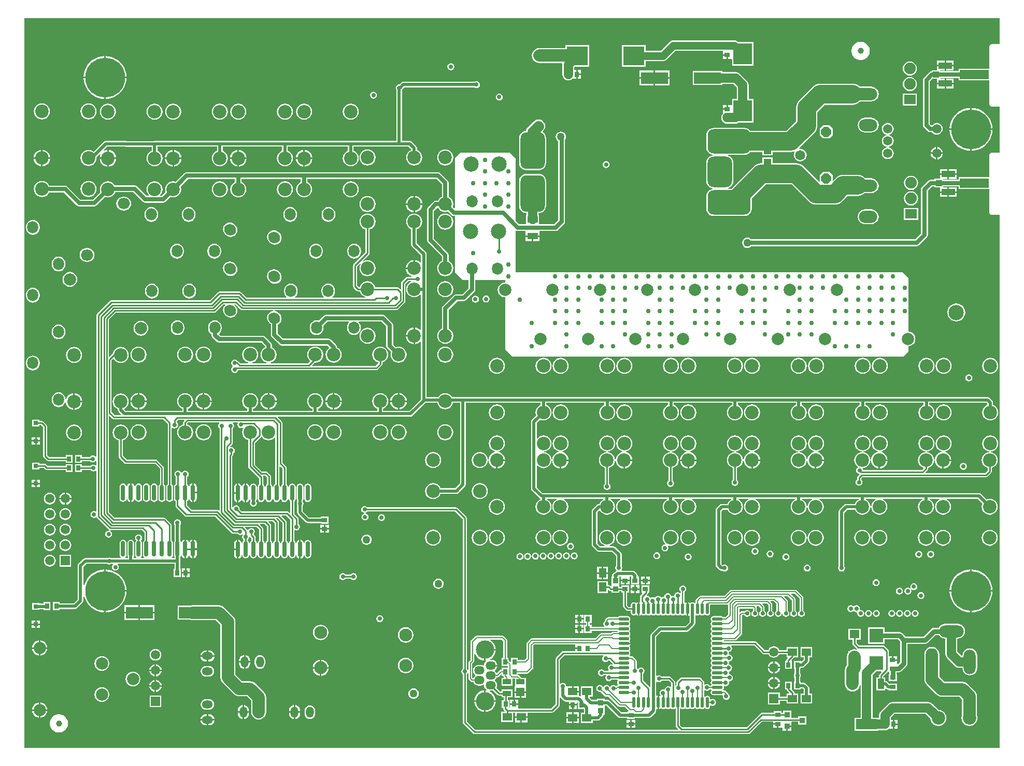
<source format=gtl>
G04 Layer_Physical_Order=1*
G04 Layer_Color=255*
%FSLAX25Y25*%
%MOIN*%
G70*
G01*
G75*
%ADD10C,0.03937*%
%ADD11O,0.02165X0.06890*%
%ADD12O,0.06890X0.02165*%
%ADD13R,0.06400X0.05400*%
%ADD14R,0.04134X0.03937*%
%ADD15R,0.08661X0.04134*%
%ADD16R,0.13780X0.06890*%
%ADD17R,0.04331X0.06890*%
%ADD18R,0.04331X0.06890*%
%ADD19R,0.12205X0.13780*%
%ADD20O,0.02756X0.10236*%
%ADD21R,0.02756X0.03543*%
%ADD22R,0.03740X0.03543*%
%ADD23R,0.03740X0.03543*%
%ADD24R,0.03543X0.03543*%
G04:AMPARAMS|DCode=25|XSize=236.22mil|YSize=157.48mil|CornerRadius=39.37mil|HoleSize=0mil|Usage=FLASHONLY|Rotation=90.000|XOffset=0mil|YOffset=0mil|HoleType=Round|Shape=RoundedRectangle|*
%AMROUNDEDRECTD25*
21,1,0.23622,0.07874,0,0,90.0*
21,1,0.15748,0.15748,0,0,90.0*
1,1,0.07874,0.03937,0.07874*
1,1,0.07874,0.03937,-0.07874*
1,1,0.07874,-0.03937,-0.07874*
1,1,0.07874,-0.03937,0.07874*
%
%ADD25ROUNDEDRECTD25*%
G04:AMPARAMS|DCode=26|XSize=275.59mil|YSize=157.48mil|CornerRadius=39.37mil|HoleSize=0mil|Usage=FLASHONLY|Rotation=180.000|XOffset=0mil|YOffset=0mil|HoleType=Round|Shape=RoundedRectangle|*
%AMROUNDEDRECTD26*
21,1,0.27559,0.07874,0,0,180.0*
21,1,0.19685,0.15748,0,0,180.0*
1,1,0.07874,-0.09843,0.03937*
1,1,0.07874,0.09843,0.03937*
1,1,0.07874,0.09843,-0.03937*
1,1,0.07874,-0.09843,-0.03937*
%
%ADD26ROUNDEDRECTD26*%
G04:AMPARAMS|DCode=27|XSize=196.85mil|YSize=157.48mil|CornerRadius=39.37mil|HoleSize=0mil|Usage=FLASHONLY|Rotation=270.000|XOffset=0mil|YOffset=0mil|HoleType=Round|Shape=RoundedRectangle|*
%AMROUNDEDRECTD27*
21,1,0.19685,0.07874,0,0,270.0*
21,1,0.11811,0.15748,0,0,270.0*
1,1,0.07874,-0.03937,-0.05906*
1,1,0.07874,-0.03937,0.05906*
1,1,0.07874,0.03937,0.05906*
1,1,0.07874,0.03937,-0.05906*
%
%ADD27ROUNDEDRECTD27*%
%ADD28R,0.18898X0.07500*%
%ADD29R,0.18898X0.06000*%
%ADD30R,0.09055X0.09055*%
%ADD31R,0.05315X0.03543*%
%ADD32R,0.05315X0.05315*%
%ADD33R,0.03150X0.02756*%
%ADD34R,0.05000X0.06000*%
%ADD35R,0.17323X0.07480*%
%ADD36R,0.03543X0.03150*%
%ADD37R,0.06693X0.04331*%
%ADD38R,0.06000X0.05000*%
%ADD39R,0.03150X0.03543*%
%ADD40R,0.03543X0.02756*%
%ADD41R,0.13780X0.12205*%
%ADD42C,0.02700*%
%ADD43C,0.08000*%
%ADD44C,0.01000*%
%ADD45C,0.00800*%
%ADD46C,0.03000*%
%ADD47C,0.06000*%
%ADD48C,0.02000*%
%ADD49C,0.05000*%
%ADD50C,0.07000*%
%ADD51C,0.12000*%
%ADD52R,0.05906X0.05906*%
%ADD53C,0.05906*%
%ADD54C,0.07874*%
%ADD55O,0.07874X0.17716*%
%ADD56O,0.07874X0.15748*%
%ADD57O,0.15748X0.07874*%
%ADD58C,0.06500*%
%ADD59P,0.07036X8X112.5*%
%ADD60C,0.08661*%
%ADD61C,0.07500*%
%ADD62R,0.07500X0.06000*%
%ADD63O,0.11811X0.07874*%
%ADD64C,0.17500*%
%ADD65C,0.08268*%
%ADD66O,0.07874X0.07087*%
%ADD67C,0.11811*%
%ADD68O,0.06693X0.05315*%
%ADD69C,0.09843*%
%ADD70C,0.15748*%
%ADD71O,0.07087X0.07874*%
%ADD72O,0.05118X0.07087*%
%ADD73O,0.07087X0.05118*%
%ADD74C,0.25590*%
G04:AMPARAMS|DCode=75|XSize=78.74mil|YSize=70.87mil|CornerRadius=0mil|HoleSize=0mil|Usage=FLASHONLY|Rotation=135.000|XOffset=0mil|YOffset=0mil|HoleType=Round|Shape=Round|*
%AMOVALD75*
21,1,0.00787,0.07087,0.00000,0.00000,135.0*
1,1,0.07087,0.00278,-0.00278*
1,1,0.07087,-0.00278,0.00278*
%
%ADD75OVALD75*%

%ADD76C,0.02800*%
%ADD77C,0.05000*%
%ADD78C,0.03000*%
G36*
X628596Y461466D02*
Y454492D01*
X623421D01*
X622914Y454391D01*
X622484Y454103D01*
X622197Y453673D01*
X622096Y453166D01*
Y438716D01*
X602172D01*
Y437108D01*
X590663D01*
Y437640D01*
X593300D01*
Y440207D01*
X588469D01*
Y437669D01*
X584929D01*
Y437072D01*
X584274Y436941D01*
X583563Y436466D01*
X579946Y432849D01*
X579471Y432138D01*
X579304Y431299D01*
Y402362D01*
X579471Y401523D01*
X579946Y400812D01*
X582308Y398450D01*
X583019Y397975D01*
X583858Y397808D01*
X585141D01*
X585512Y397323D01*
X586296Y396722D01*
X587209Y396344D01*
X588189Y396215D01*
X589169Y396344D01*
X590082Y396722D01*
X590866Y397323D01*
X591467Y398107D01*
X591845Y399020D01*
X591974Y400000D01*
X591845Y400980D01*
X591467Y401893D01*
X590866Y402676D01*
X590082Y403278D01*
X589169Y403656D01*
X588189Y403785D01*
X587209Y403656D01*
X586296Y403278D01*
X585512Y402676D01*
X585222Y402298D01*
X584685Y402274D01*
X583688Y403270D01*
Y430391D01*
X585428Y432131D01*
X588469D01*
Y429593D01*
X593300D01*
Y432160D01*
X590663D01*
Y432724D01*
X602172D01*
Y431116D01*
X622096D01*
Y415666D01*
X622197Y415159D01*
X622484Y414729D01*
X622914Y414442D01*
X623421Y414341D01*
X628596D01*
Y407366D01*
X628607Y407309D01*
X628596Y407252D01*
Y391552D01*
Y384577D01*
X623421D01*
X622914Y384477D01*
X622484Y384189D01*
X622197Y383759D01*
X622096Y383252D01*
Y368802D01*
X602172D01*
Y367192D01*
X592463D01*
Y367740D01*
X595100D01*
Y370307D01*
X590269D01*
Y367769D01*
X586729D01*
Y367192D01*
X584390D01*
X583551Y367025D01*
X582840Y366550D01*
X578765Y362475D01*
X578290Y361764D01*
X578123Y360925D01*
Y332601D01*
X574289Y328767D01*
X468915D01*
X468791Y328928D01*
X468101Y329457D01*
X467299Y329790D01*
X466437Y329903D01*
X465576Y329790D01*
X464773Y329457D01*
X464083Y328928D01*
X463554Y328239D01*
X463222Y327436D01*
X463108Y326575D01*
X463222Y325713D01*
X463554Y324911D01*
X464083Y324221D01*
X464773Y323692D01*
X465576Y323360D01*
X466437Y323246D01*
X467299Y323360D01*
X468101Y323692D01*
X468791Y324221D01*
X468915Y324383D01*
X575197D01*
X576036Y324550D01*
X576747Y325025D01*
X581865Y330143D01*
X582340Y330854D01*
X582507Y331693D01*
Y360017D01*
X585298Y362808D01*
X586729D01*
Y362231D01*
X590269D01*
Y359693D01*
X595100D01*
Y362260D01*
X592463D01*
Y362808D01*
X602172D01*
Y361202D01*
X622096D01*
Y345752D01*
X622197Y345245D01*
X622484Y344815D01*
X622914Y344527D01*
X623421Y344426D01*
X628596D01*
Y337452D01*
X628604Y337409D01*
X628596Y337366D01*
Y1326D01*
X1326D01*
Y471115D01*
X628596D01*
Y461466D01*
D02*
G37*
%LPC*%
G36*
X138122Y128732D02*
X136197D01*
Y125492D01*
X136382Y124564D01*
X136908Y123778D01*
X137694Y123252D01*
X138122Y123167D01*
Y128732D01*
D02*
G37*
G36*
X408104Y127309D02*
X407245Y127138D01*
X406518Y126652D01*
X406031Y125924D01*
X405861Y125066D01*
X406031Y124207D01*
X406518Y123480D01*
X407245Y122993D01*
X408104Y122823D01*
X408962Y122993D01*
X409690Y123480D01*
X410176Y124207D01*
X410347Y125066D01*
X410176Y125924D01*
X409690Y126652D01*
X408962Y127138D01*
X408104Y127309D01*
D02*
G37*
G36*
X179122Y135297D02*
Y129232D01*
Y123167D01*
X179550Y123252D01*
X180336Y123778D01*
X180862Y124564D01*
X180969Y125102D01*
X181479Y125102D01*
X181570Y124642D01*
X182052Y123922D01*
X182772Y123441D01*
X183622Y123271D01*
X184472Y123441D01*
X185192Y123922D01*
X185674Y124642D01*
X185843Y125492D01*
Y132972D01*
X185674Y133822D01*
X185192Y134543D01*
X184472Y135024D01*
X183622Y135193D01*
X182772Y135024D01*
X182052Y134543D01*
X181570Y133822D01*
X181479Y133362D01*
X180969Y133362D01*
X180862Y133900D01*
X180336Y134687D01*
X179550Y135212D01*
X179122Y135297D01*
D02*
G37*
G36*
X576701Y128135D02*
X575843Y127964D01*
X575115Y127478D01*
X574629Y126750D01*
X574458Y125892D01*
X574629Y125034D01*
X575115Y124306D01*
X575843Y123820D01*
X576701Y123649D01*
X577560Y123820D01*
X578288Y124306D01*
X578774Y125034D01*
X578944Y125892D01*
X578774Y126750D01*
X578288Y127478D01*
X577560Y127964D01*
X576701Y128135D01*
D02*
G37*
G36*
X112228Y128929D02*
X110303D01*
Y123364D01*
X110731Y123449D01*
X111518Y123975D01*
X112043Y124761D01*
X112228Y125689D01*
Y128929D01*
D02*
G37*
G36*
X105303Y135494D02*
Y129429D01*
Y123364D01*
X105731Y123449D01*
X106518Y123975D01*
X107043Y124761D01*
X107048Y124787D01*
X107558D01*
X107563Y124761D01*
X108089Y123975D01*
X108875Y123449D01*
X109303Y123364D01*
Y129429D01*
Y135494D01*
X108875Y135409D01*
X108089Y134884D01*
X107563Y134097D01*
X107558Y134072D01*
X107048D01*
X107043Y134097D01*
X106518Y134884D01*
X105731Y135409D01*
X105303Y135494D01*
D02*
G37*
G36*
X335039Y127046D02*
X334181Y126875D01*
X333453Y126389D01*
X332967Y125662D01*
X332796Y124803D01*
X332967Y123945D01*
X333453Y123217D01*
X334181Y122731D01*
X335039Y122560D01*
X335898Y122731D01*
X336626Y123217D01*
X337112Y123945D01*
X337282Y124803D01*
X337112Y125662D01*
X336626Y126389D01*
X335898Y126875D01*
X335039Y127046D01*
D02*
G37*
G36*
X330020D02*
X329161Y126875D01*
X328434Y126389D01*
X327947Y125662D01*
X327777Y124803D01*
X327947Y123945D01*
X328434Y123217D01*
X329161Y122731D01*
X330020Y122560D01*
X330878Y122731D01*
X331606Y123217D01*
X332092Y123945D01*
X332263Y124803D01*
X332092Y125662D01*
X331606Y126389D01*
X330878Y126875D01*
X330020Y127046D01*
D02*
G37*
G36*
X491166Y126462D02*
X490307Y126291D01*
X489580Y125805D01*
X489093Y125077D01*
X488923Y124219D01*
X489093Y123360D01*
X489580Y122633D01*
X490307Y122146D01*
X491166Y121976D01*
X492024Y122146D01*
X492752Y122633D01*
X493238Y123360D01*
X493409Y124219D01*
X493238Y125077D01*
X492752Y125805D01*
X492024Y126291D01*
X491166Y126462D01*
D02*
G37*
G36*
X340039Y127066D02*
X339181Y126895D01*
X338453Y126409D01*
X337967Y125681D01*
X337796Y124823D01*
X337967Y123964D01*
X338453Y123237D01*
X339181Y122750D01*
X340039Y122580D01*
X340898Y122750D01*
X341625Y123237D01*
X342112Y123964D01*
X342283Y124823D01*
X342112Y125681D01*
X341625Y126409D01*
X340898Y126895D01*
X340039Y127066D01*
D02*
G37*
G36*
X350039Y127204D02*
X349181Y127033D01*
X348453Y126547D01*
X347967Y125819D01*
X347796Y124961D01*
X347967Y124102D01*
X348453Y123374D01*
X349181Y122888D01*
X350039Y122717D01*
X350898Y122888D01*
X351625Y123374D01*
X352112Y124102D01*
X352283Y124961D01*
X352112Y125819D01*
X351625Y126547D01*
X350898Y127033D01*
X350039Y127204D01*
D02*
G37*
G36*
X345039Y127184D02*
X344181Y127013D01*
X343453Y126527D01*
X342967Y125799D01*
X342796Y124941D01*
X342967Y124083D01*
X343453Y123355D01*
X344181Y122869D01*
X345039Y122698D01*
X345898Y122869D01*
X346625Y123355D01*
X347112Y124083D01*
X347283Y124941D01*
X347112Y125799D01*
X346625Y126527D01*
X345898Y127013D01*
X345039Y127184D01*
D02*
G37*
G36*
X355039Y127125D02*
X354181Y126954D01*
X353453Y126468D01*
X352967Y125740D01*
X352796Y124882D01*
X352967Y124023D01*
X353453Y123296D01*
X354181Y122810D01*
X355039Y122639D01*
X355898Y122810D01*
X356626Y123296D01*
X357112Y124023D01*
X357282Y124882D01*
X357112Y125740D01*
X356626Y126468D01*
X355898Y126954D01*
X355039Y127125D01*
D02*
G37*
G36*
X305185Y141740D02*
X303846Y141564D01*
X302597Y141047D01*
X301526Y140225D01*
X300703Y139153D01*
X300186Y137905D01*
X300010Y136565D01*
X300186Y135226D01*
X300703Y133978D01*
X301526Y132906D01*
X302597Y132084D01*
X303846Y131567D01*
X305185Y131390D01*
X306524Y131567D01*
X307772Y132084D01*
X308844Y132906D01*
X309667Y133978D01*
X310184Y135226D01*
X310360Y136565D01*
X310184Y137905D01*
X309667Y139153D01*
X308844Y140225D01*
X307772Y141047D01*
X306524Y141564D01*
X305185Y141740D01*
D02*
G37*
G36*
X110303Y135494D02*
Y129929D01*
X112228D01*
Y133169D01*
X112043Y134097D01*
X111518Y134884D01*
X110731Y135409D01*
X110303Y135494D01*
D02*
G37*
G36*
X138122Y135297D02*
X137694Y135212D01*
X136908Y134687D01*
X136382Y133900D01*
X136197Y132972D01*
Y129732D01*
X138122D01*
Y135297D01*
D02*
G37*
G36*
X387075Y141740D02*
X385735Y141564D01*
X384487Y141047D01*
X383416Y140225D01*
X382593Y139153D01*
X382076Y137905D01*
X381900Y136565D01*
X382076Y135226D01*
X382593Y133978D01*
X383416Y132906D01*
X384487Y132084D01*
X385735Y131567D01*
X387075Y131390D01*
X388414Y131567D01*
X389662Y132084D01*
X390734Y132906D01*
X391557Y133978D01*
X392073Y135226D01*
X392250Y136565D01*
X392073Y137905D01*
X391557Y139153D01*
X390734Y140225D01*
X389662Y141047D01*
X388414Y141564D01*
X387075Y141740D01*
D02*
G37*
G36*
X346130D02*
X344791Y141564D01*
X343543Y141047D01*
X342471Y140225D01*
X341648Y139153D01*
X341131Y137905D01*
X340955Y136565D01*
X341131Y135226D01*
X341648Y133978D01*
X342471Y132906D01*
X343543Y132084D01*
X344791Y131567D01*
X346130Y131390D01*
X347469Y131567D01*
X348717Y132084D01*
X349789Y132906D01*
X350612Y133978D01*
X351129Y135226D01*
X351305Y136565D01*
X351129Y137905D01*
X350612Y139153D01*
X349789Y140225D01*
X348717Y141047D01*
X347469Y141564D01*
X346130Y141740D01*
D02*
G37*
G36*
X335185D02*
X333846Y141564D01*
X332597Y141047D01*
X331526Y140225D01*
X330703Y139153D01*
X330186Y137905D01*
X330010Y136565D01*
X330186Y135226D01*
X330703Y133978D01*
X331526Y132906D01*
X332597Y132084D01*
X333846Y131567D01*
X335185Y131390D01*
X336524Y131567D01*
X337772Y132084D01*
X338844Y132906D01*
X339667Y133978D01*
X340184Y135226D01*
X340360Y136565D01*
X340184Y137905D01*
X339667Y139153D01*
X338844Y140225D01*
X337772Y141047D01*
X336524Y141564D01*
X335185Y141740D01*
D02*
G37*
G36*
X352576Y133253D02*
X351718Y133083D01*
X350990Y132596D01*
X350504Y131869D01*
X350333Y131010D01*
X350504Y130152D01*
X350990Y129424D01*
X351718Y128938D01*
X352576Y128767D01*
X353435Y128938D01*
X354162Y129424D01*
X354649Y130152D01*
X354819Y131010D01*
X354649Y131869D01*
X354162Y132596D01*
X353435Y133083D01*
X352576Y133253D01*
D02*
G37*
G36*
X325000Y126849D02*
X324142Y126679D01*
X323414Y126192D01*
X322928Y125465D01*
X322809Y124867D01*
X322784Y124745D01*
X322275D01*
X322253Y124852D01*
X322151Y125366D01*
X321665Y126094D01*
X320937Y126580D01*
X320079Y126751D01*
X319220Y126580D01*
X318493Y126094D01*
X318006Y125366D01*
X317836Y124508D01*
X318006Y123650D01*
X318493Y122922D01*
X319220Y122435D01*
X320079Y122265D01*
X320937Y122435D01*
X321665Y122922D01*
X322151Y123650D01*
X322270Y124247D01*
X322294Y124369D01*
X322804D01*
X322825Y124262D01*
X322928Y123748D01*
X323414Y123020D01*
X324142Y122534D01*
X325000Y122363D01*
X325858Y122534D01*
X326586Y123020D01*
X327072Y123748D01*
X327243Y124606D01*
X327072Y125465D01*
X326586Y126192D01*
X325858Y126679D01*
X325000Y126849D01*
D02*
G37*
G36*
X481027Y128332D02*
X480169Y128161D01*
X479441Y127675D01*
X478955Y126947D01*
X478784Y126089D01*
X478955Y125230D01*
X479441Y124503D01*
X480169Y124016D01*
X481027Y123846D01*
X481886Y124016D01*
X482614Y124503D01*
X483100Y125230D01*
X483271Y126089D01*
X483100Y126947D01*
X482614Y127675D01*
X481886Y128161D01*
X481027Y128332D01*
D02*
G37*
G36*
X584317Y128156D02*
X583458Y127986D01*
X582731Y127499D01*
X582244Y126772D01*
X582074Y125913D01*
X582244Y125055D01*
X582731Y124327D01*
X583458Y123841D01*
X584317Y123670D01*
X585175Y123841D01*
X585903Y124327D01*
X586389Y125055D01*
X586560Y125913D01*
X586389Y126772D01*
X585903Y127499D01*
X585175Y127986D01*
X584317Y128156D01*
D02*
G37*
G36*
X27700Y135543D02*
X26720Y135414D01*
X25807Y135036D01*
X25023Y134434D01*
X24422Y133650D01*
X24044Y132737D01*
X23915Y131757D01*
X24044Y130778D01*
X24422Y129865D01*
X25023Y129081D01*
X25807Y128480D01*
X26720Y128101D01*
X27700Y127972D01*
X28680Y128101D01*
X29593Y128480D01*
X30376Y129081D01*
X30978Y129865D01*
X31356Y130778D01*
X31485Y131757D01*
X31356Y132737D01*
X30978Y133650D01*
X30376Y134434D01*
X29593Y135036D01*
X28680Y135414D01*
X27700Y135543D01*
D02*
G37*
G36*
X17700D02*
X16720Y135414D01*
X15807Y135036D01*
X15023Y134434D01*
X14422Y133650D01*
X14044Y132737D01*
X13915Y131757D01*
X14044Y130778D01*
X14422Y129865D01*
X15023Y129081D01*
X15807Y128480D01*
X16720Y128101D01*
X17700Y127972D01*
X18680Y128101D01*
X19593Y128480D01*
X20377Y129081D01*
X20978Y129865D01*
X21356Y130778D01*
X21485Y131757D01*
X21356Y132737D01*
X20978Y133650D01*
X20377Y134434D01*
X19593Y135036D01*
X18680Y135414D01*
X17700Y135543D01*
D02*
G37*
G36*
X471283Y130104D02*
X470424Y129933D01*
X469697Y129447D01*
X469210Y128719D01*
X469040Y127861D01*
X469210Y127002D01*
X469697Y126275D01*
X470424Y125788D01*
X471283Y125618D01*
X472141Y125788D01*
X472869Y126275D01*
X473355Y127002D01*
X473526Y127861D01*
X473355Y128719D01*
X472869Y129447D01*
X472141Y129933D01*
X471283Y130104D01*
D02*
G37*
G36*
X428248Y126456D02*
X427390Y126285D01*
X426662Y125799D01*
X426176Y125071D01*
X426005Y124213D01*
X426176Y123354D01*
X426662Y122626D01*
X427390Y122140D01*
X428248Y121969D01*
X429106Y122140D01*
X429834Y122626D01*
X430320Y123354D01*
X430491Y124213D01*
X430320Y125071D01*
X429834Y125799D01*
X429106Y126285D01*
X428248Y126456D01*
D02*
G37*
G36*
X390567Y108555D02*
X388295D01*
Y106480D01*
X390567D01*
Y108555D01*
D02*
G37*
G36*
X387295D02*
X385023D01*
Y106480D01*
X387295D01*
Y108555D01*
D02*
G37*
G36*
X549213Y109920D02*
X548354Y109749D01*
X547626Y109263D01*
X547140Y108536D01*
X546970Y107677D01*
X547140Y106819D01*
X547626Y106091D01*
X548354Y105605D01*
X549213Y105434D01*
X550071Y105605D01*
X550799Y106091D01*
X551285Y106819D01*
X551456Y107677D01*
X551285Y108536D01*
X550799Y109263D01*
X550071Y109749D01*
X549213Y109920D01*
D02*
G37*
G36*
X400287Y111630D02*
X398016D01*
Y109555D01*
X400287D01*
Y111630D01*
D02*
G37*
G36*
X403559Y108555D02*
X401287D01*
Y106480D01*
X403559D01*
Y108555D01*
D02*
G37*
G36*
X400287D02*
X398016D01*
Y106480D01*
X400287D01*
Y108555D01*
D02*
G37*
G36*
X396866Y106118D02*
X394595D01*
Y104043D01*
X396866D01*
Y106118D01*
D02*
G37*
G36*
X53650Y116161D02*
Y102862D01*
X66948D01*
X66817Y104527D01*
X66310Y106638D01*
X65479Y108644D01*
X64345Y110496D01*
X62934Y112147D01*
X61283Y113557D01*
X59432Y114692D01*
X57426Y115523D01*
X55314Y116030D01*
X53650Y116161D01*
D02*
G37*
G36*
X610736D02*
Y102862D01*
X624035D01*
X623904Y104527D01*
X623397Y106638D01*
X622566Y108644D01*
X621431Y110496D01*
X620021Y112147D01*
X618370Y113557D01*
X616518Y114692D01*
X614512Y115523D01*
X612401Y116030D01*
X610736Y116161D01*
D02*
G37*
G36*
X609736D02*
X608072Y116030D01*
X605960Y115523D01*
X603954Y114692D01*
X602103Y113557D01*
X600451Y112147D01*
X599041Y110496D01*
X597906Y108644D01*
X597076Y106638D01*
X596569Y104527D01*
X596438Y102862D01*
X609736D01*
Y116161D01*
D02*
G37*
G36*
X393595Y106118D02*
X391323D01*
Y104043D01*
X393595D01*
Y106118D01*
D02*
G37*
G36*
X573453Y107366D02*
X572595Y107196D01*
X571867Y106709D01*
X571381Y105982D01*
X571210Y105123D01*
X571381Y104265D01*
X571414Y104215D01*
X571054Y103855D01*
X570473Y104243D01*
X569614Y104413D01*
X568756Y104243D01*
X568028Y103756D01*
X567542Y103029D01*
X567371Y102170D01*
X567542Y101312D01*
X568028Y100584D01*
X568756Y100098D01*
X569614Y99927D01*
X570473Y100098D01*
X571201Y100584D01*
X571687Y101312D01*
X571858Y102170D01*
X571687Y103029D01*
X571654Y103078D01*
X572014Y103439D01*
X572595Y103051D01*
X573453Y102880D01*
X574312Y103051D01*
X575039Y103537D01*
X575526Y104265D01*
X575696Y105123D01*
X575526Y105982D01*
X575039Y106709D01*
X574312Y107196D01*
X573453Y107366D01*
D02*
G37*
G36*
X267614Y110353D02*
X266753Y110240D01*
X265950Y109907D01*
X265261Y109378D01*
X264732Y108689D01*
X264399Y107886D01*
X264286Y107024D01*
X264399Y106163D01*
X264732Y105360D01*
X265261Y104671D01*
X265950Y104142D01*
X266753Y103809D01*
X267614Y103696D01*
X268476Y103809D01*
X269279Y104142D01*
X269968Y104671D01*
X270497Y105360D01*
X270829Y106163D01*
X270943Y107024D01*
X270829Y107886D01*
X270497Y108689D01*
X269968Y109378D01*
X269279Y109907D01*
X268476Y110240D01*
X267614Y110353D01*
D02*
G37*
G36*
X107693Y116748D02*
X105618D01*
Y114477D01*
X107693D01*
Y116748D01*
D02*
G37*
G36*
X104618D02*
X102543D01*
Y114477D01*
X104618D01*
Y116748D01*
D02*
G37*
G36*
X376728Y117779D02*
X373728D01*
Y114279D01*
X376728D01*
Y117779D01*
D02*
G37*
G36*
X31453Y125510D02*
X23947D01*
Y118005D01*
X31453D01*
Y125510D01*
D02*
G37*
G36*
X17700Y125543D02*
X16720Y125414D01*
X15807Y125036D01*
X15023Y124434D01*
X14422Y123650D01*
X14044Y122737D01*
X13915Y121757D01*
X14044Y120778D01*
X14422Y119865D01*
X15023Y119081D01*
X15807Y118480D01*
X16720Y118101D01*
X17700Y117972D01*
X18680Y118101D01*
X19593Y118480D01*
X20377Y119081D01*
X20978Y119865D01*
X21356Y120778D01*
X21485Y121757D01*
X21356Y122737D01*
X20978Y123650D01*
X20377Y124434D01*
X19593Y125036D01*
X18680Y125414D01*
X17700Y125543D01*
D02*
G37*
G36*
X504823Y119369D02*
X503964Y119198D01*
X503237Y118712D01*
X502750Y117984D01*
X502580Y117126D01*
X502750Y116268D01*
X503237Y115540D01*
X503964Y115054D01*
X504823Y114883D01*
X505681Y115054D01*
X506409Y115540D01*
X506895Y116268D01*
X507066Y117126D01*
X506895Y117984D01*
X506409Y118712D01*
X505681Y119198D01*
X504823Y119369D01*
D02*
G37*
G36*
X372728Y117779D02*
X369728D01*
Y114279D01*
X372728D01*
Y117779D01*
D02*
G37*
G36*
X376728Y113279D02*
X373728D01*
Y109779D01*
X376728D01*
Y113279D01*
D02*
G37*
G36*
X372728D02*
X369728D01*
Y109779D01*
X372728D01*
Y113279D01*
D02*
G37*
G36*
X403559Y111630D02*
X401287D01*
Y109555D01*
X403559D01*
Y111630D01*
D02*
G37*
G36*
X213002Y113764D02*
X212144Y113593D01*
X211416Y113107D01*
X211242Y112847D01*
X207956D01*
X207781Y113107D01*
X207054Y113593D01*
X206195Y113764D01*
X205337Y113593D01*
X204609Y113107D01*
X204123Y112380D01*
X203952Y111521D01*
X204123Y110663D01*
X204609Y109935D01*
X205337Y109449D01*
X206195Y109278D01*
X207054Y109449D01*
X207781Y109935D01*
X207956Y110196D01*
X211242D01*
X211416Y109935D01*
X212144Y109449D01*
X213002Y109278D01*
X213861Y109449D01*
X214589Y109935D01*
X215075Y110663D01*
X215246Y111521D01*
X215075Y112380D01*
X214589Y113107D01*
X213861Y113593D01*
X213002Y113764D01*
D02*
G37*
G36*
X107693Y113477D02*
X105618D01*
Y111205D01*
X107693D01*
Y113477D01*
D02*
G37*
G36*
X104618D02*
X102543D01*
Y111205D01*
X104618D01*
Y113477D01*
D02*
G37*
G36*
X294215Y171784D02*
X292876Y171608D01*
X291628Y171091D01*
X290556Y170269D01*
X289733Y169197D01*
X289216Y167949D01*
X289040Y166609D01*
X289216Y165270D01*
X289733Y164022D01*
X290556Y162950D01*
X291628Y162128D01*
X292876Y161611D01*
X294215Y161434D01*
X295554Y161611D01*
X296802Y162128D01*
X297874Y162950D01*
X298697Y164022D01*
X299214Y165270D01*
X299390Y166609D01*
X299214Y167949D01*
X298697Y169197D01*
X297874Y170269D01*
X296802Y171091D01*
X295554Y171608D01*
X294215Y171784D01*
D02*
G37*
G36*
X63271Y209463D02*
X61931Y209287D01*
X60683Y208770D01*
X59611Y207947D01*
X58789Y206876D01*
X58272Y205628D01*
X58096Y204288D01*
X58272Y202949D01*
X58789Y201701D01*
X59611Y200629D01*
X60683Y199807D01*
X61931Y199290D01*
X61945Y199288D01*
Y188993D01*
X62046Y188486D01*
X62334Y188056D01*
X65697Y184693D01*
X66127Y184405D01*
X66634Y184304D01*
X66634Y184304D01*
X85278D01*
X88478Y181105D01*
Y171124D01*
X88233Y170960D01*
X87752Y170240D01*
X87583Y169390D01*
Y161909D01*
X87752Y161060D01*
X88233Y160339D01*
X88953Y159858D01*
X89803Y159689D01*
X90653Y159858D01*
X91373Y160339D01*
X91855Y161060D01*
X92024Y161909D01*
Y169390D01*
X91855Y170240D01*
X91373Y170960D01*
X91129Y171124D01*
Y181653D01*
X91028Y182161D01*
X90740Y182591D01*
X86764Y186567D01*
X86334Y186855D01*
X85827Y186955D01*
X67183D01*
X64596Y189542D01*
Y199288D01*
X64610Y199290D01*
X65858Y199807D01*
X66930Y200629D01*
X67752Y201701D01*
X68269Y202949D01*
X68446Y204288D01*
X68269Y205628D01*
X67752Y206876D01*
X66930Y207947D01*
X65858Y208770D01*
X64610Y209287D01*
X63271Y209463D01*
D02*
G37*
G36*
X84803Y171610D02*
X83953Y171441D01*
X83233Y170960D01*
X82752Y170240D01*
X82583Y169390D01*
Y161909D01*
X82752Y161060D01*
X83233Y160339D01*
X83953Y159858D01*
X84803Y159689D01*
X85653Y159858D01*
X86373Y160339D01*
X86855Y161060D01*
X87024Y161909D01*
Y169390D01*
X86855Y170240D01*
X86373Y170960D01*
X85653Y171441D01*
X84803Y171610D01*
D02*
G37*
G36*
X138122Y171518D02*
X137694Y171433D01*
X136908Y170907D01*
X136382Y170121D01*
X136197Y169193D01*
Y165953D01*
X138122D01*
Y171518D01*
D02*
G37*
G36*
X28200Y165679D02*
Y162258D01*
X31621D01*
X31551Y162789D01*
X31153Y163751D01*
X30519Y164577D01*
X29693Y165210D01*
X28732Y165609D01*
X28200Y165679D01*
D02*
G37*
G36*
X27200D02*
X26668Y165609D01*
X25707Y165210D01*
X24881Y164577D01*
X24247Y163751D01*
X23849Y162789D01*
X23779Y162258D01*
X27200D01*
Y165679D01*
D02*
G37*
G36*
X79803Y171610D02*
X78953Y171441D01*
X78233Y170960D01*
X77752Y170240D01*
X77583Y169390D01*
Y161909D01*
X77752Y161060D01*
X78233Y160339D01*
X78953Y159858D01*
X79803Y159689D01*
X80653Y159858D01*
X81373Y160339D01*
X81855Y161060D01*
X82024Y161909D01*
Y169390D01*
X81855Y170240D01*
X81373Y170960D01*
X80653Y171441D01*
X79803Y171610D01*
D02*
G37*
G36*
X138122Y164953D02*
X136197D01*
Y161713D01*
X136382Y160785D01*
X136908Y159998D01*
X137694Y159473D01*
X138122Y159388D01*
Y164953D01*
D02*
G37*
G36*
X17700Y165543D02*
X16720Y165414D01*
X15807Y165035D01*
X15023Y164434D01*
X14422Y163650D01*
X14044Y162737D01*
X13915Y161758D01*
X14044Y160778D01*
X14422Y159865D01*
X15023Y159081D01*
X15807Y158479D01*
X16720Y158101D01*
X17700Y157972D01*
X18680Y158101D01*
X19593Y158479D01*
X20377Y159081D01*
X20978Y159865D01*
X21356Y160778D01*
X21485Y161758D01*
X21356Y162737D01*
X20978Y163650D01*
X20377Y164434D01*
X19593Y165035D01*
X18680Y165414D01*
X17700Y165543D01*
D02*
G37*
G36*
X31621Y161258D02*
X28200D01*
Y157836D01*
X28732Y157906D01*
X29693Y158305D01*
X30519Y158938D01*
X31153Y159764D01*
X31551Y160726D01*
X31621Y161258D01*
D02*
G37*
G36*
X70303Y171715D02*
Y165650D01*
Y159584D01*
X70731Y159669D01*
X71518Y160195D01*
X72043Y160982D01*
X72150Y161520D01*
X72660Y161520D01*
X72752Y161060D01*
X73233Y160339D01*
X73953Y159858D01*
X74803Y159689D01*
X75653Y159858D01*
X76373Y160339D01*
X76855Y161060D01*
X77024Y161909D01*
Y169390D01*
X76855Y170240D01*
X76373Y170960D01*
X75653Y171441D01*
X74803Y171610D01*
X73953Y171441D01*
X73233Y170960D01*
X72752Y170240D01*
X72660Y169779D01*
X72150Y169779D01*
X72043Y170318D01*
X71518Y171104D01*
X70731Y171630D01*
X70303Y171715D01*
D02*
G37*
G36*
X112228Y165150D02*
X110303D01*
Y159584D01*
X110731Y159669D01*
X111518Y160195D01*
X112043Y160982D01*
X112228Y161909D01*
Y165150D01*
D02*
G37*
G36*
X183622Y171414D02*
X182772Y171245D01*
X182052Y170763D01*
X181570Y170043D01*
X181401Y169193D01*
Y161713D01*
X181570Y160863D01*
X182052Y160142D01*
X182772Y159661D01*
X183622Y159492D01*
X184472Y159661D01*
X185192Y160142D01*
X185674Y160863D01*
X185843Y161713D01*
Y169193D01*
X185674Y170043D01*
X185192Y170763D01*
X184472Y171245D01*
X183622Y171414D01*
D02*
G37*
G36*
X605315Y184822D02*
X604457Y184651D01*
X603729Y184165D01*
X603243Y183437D01*
X603072Y182579D01*
X603243Y181720D01*
X603729Y180993D01*
X604457Y180506D01*
X605315Y180336D01*
X606173Y180506D01*
X606901Y180993D01*
X607387Y181720D01*
X607558Y182579D01*
X607387Y183437D01*
X606901Y184165D01*
X606173Y184651D01*
X605315Y184822D01*
D02*
G37*
G36*
X11036Y185052D02*
X6287D01*
Y180696D01*
X11036D01*
Y181549D01*
X13821D01*
X14811Y180559D01*
X15241Y180271D01*
X15748Y180171D01*
X27940D01*
Y178924D01*
X32296D01*
Y184068D01*
X27940D01*
Y182822D01*
X16297D01*
X15307Y183811D01*
X14877Y184099D01*
X14370Y184200D01*
X11036D01*
Y185052D01*
D02*
G37*
G36*
X11236Y173835D02*
X9161D01*
Y171957D01*
X11236D01*
Y173835D01*
D02*
G37*
G36*
X310496Y186065D02*
X305685D01*
Y181254D01*
X306577Y181372D01*
X307873Y181909D01*
X308987Y182764D01*
X309841Y183877D01*
X310379Y185174D01*
X310496Y186065D01*
D02*
G37*
G36*
X427913D02*
X423103D01*
X423220Y185174D01*
X423757Y183877D01*
X424612Y182764D01*
X425725Y181909D01*
X427022Y181372D01*
X427913Y181254D01*
Y186065D01*
D02*
G37*
G36*
X597504D02*
X592693D01*
Y181254D01*
X593585Y181372D01*
X594881Y181909D01*
X595995Y182764D01*
X596849Y183877D01*
X597387Y185174D01*
X597504Y186065D01*
D02*
G37*
G36*
X8161Y173835D02*
X6087D01*
Y171957D01*
X8161D01*
Y173835D01*
D02*
G37*
G36*
X11236Y170957D02*
X9161D01*
Y169079D01*
X11236D01*
Y170957D01*
D02*
G37*
G36*
X8161D02*
X6087D01*
Y169079D01*
X8161D01*
Y170957D01*
D02*
G37*
G36*
X110303Y171715D02*
Y166150D01*
X112228D01*
Y169390D01*
X112043Y170318D01*
X111518Y171104D01*
X110731Y171630D01*
X110303Y171715D01*
D02*
G37*
G36*
X143122Y171518D02*
X142694Y171433D01*
X141908Y170907D01*
X141382Y170121D01*
X141377Y170095D01*
X140867D01*
X140862Y170121D01*
X140336Y170907D01*
X139550Y171433D01*
X139122Y171518D01*
Y165453D01*
Y159388D01*
X139550Y159473D01*
X140336Y159998D01*
X140862Y160785D01*
X140867Y160810D01*
X141377D01*
X141382Y160785D01*
X141908Y159998D01*
X142694Y159473D01*
X143122Y159388D01*
Y165453D01*
Y171518D01*
D02*
G37*
G36*
X69303Y171715D02*
X68875Y171630D01*
X68089Y171104D01*
X67563Y170318D01*
X67456Y169779D01*
X66946Y169779D01*
X66855Y170240D01*
X66373Y170960D01*
X65653Y171441D01*
X64803Y171610D01*
X63953Y171441D01*
X63233Y170960D01*
X62752Y170240D01*
X62583Y169390D01*
Y161909D01*
X62752Y161060D01*
X63233Y160339D01*
X63953Y159858D01*
X64803Y159689D01*
X65653Y159858D01*
X66373Y160339D01*
X66855Y161060D01*
X66946Y161520D01*
X67456Y161520D01*
X67563Y160982D01*
X68089Y160195D01*
X68875Y159669D01*
X69303Y159584D01*
Y165650D01*
Y171715D01*
D02*
G37*
G36*
X417225Y202484D02*
X415886Y202308D01*
X414638Y201791D01*
X413566Y200969D01*
X412744Y199897D01*
X412227Y198649D01*
X412050Y197309D01*
X412227Y195970D01*
X412744Y194722D01*
X413566Y193650D01*
X414638Y192828D01*
X415886Y192311D01*
X416731Y192200D01*
Y191695D01*
X415735Y191564D01*
X414487Y191047D01*
X413415Y190225D01*
X412593Y189153D01*
X412076Y187905D01*
X411900Y186565D01*
X412076Y185226D01*
X412593Y183978D01*
X413415Y182906D01*
X414487Y182084D01*
X415604Y181621D01*
Y173414D01*
X415343Y173240D01*
X414857Y172512D01*
X414686Y171653D01*
X414857Y170795D01*
X415343Y170067D01*
X416071Y169581D01*
X416929Y169410D01*
X417788Y169581D01*
X418515Y170067D01*
X419001Y170795D01*
X419172Y171653D01*
X419001Y172512D01*
X418515Y173240D01*
X418255Y173414D01*
Y181546D01*
X418414Y181567D01*
X419662Y182084D01*
X420734Y182906D01*
X421557Y183978D01*
X422073Y185226D01*
X422250Y186565D01*
X422073Y187905D01*
X421557Y189153D01*
X420734Y190225D01*
X419662Y191047D01*
X418414Y191564D01*
X417569Y191675D01*
Y192180D01*
X418565Y192311D01*
X419813Y192828D01*
X420885Y193650D01*
X421707Y194722D01*
X422224Y195970D01*
X422400Y197309D01*
X422224Y198649D01*
X421707Y199897D01*
X420885Y200969D01*
X419813Y201791D01*
X418565Y202308D01*
X417225Y202484D01*
D02*
G37*
G36*
X27200Y161258D02*
X23779D01*
X23849Y160726D01*
X24247Y159764D01*
X24881Y158938D01*
X25707Y158305D01*
X26668Y157906D01*
X27200Y157836D01*
Y161258D01*
D02*
G37*
G36*
X622193Y141740D02*
X620854Y141564D01*
X619605Y141047D01*
X618534Y140225D01*
X617711Y139153D01*
X617194Y137905D01*
X617018Y136565D01*
X617194Y135226D01*
X617711Y133978D01*
X618534Y132906D01*
X619605Y132084D01*
X620854Y131567D01*
X622193Y131390D01*
X623532Y131567D01*
X624781Y132084D01*
X625852Y132906D01*
X626675Y133978D01*
X627192Y135226D01*
X627368Y136565D01*
X627192Y137905D01*
X626675Y139153D01*
X625852Y140225D01*
X624781Y141047D01*
X623532Y141564D01*
X622193Y141740D01*
D02*
G37*
G36*
X592193D02*
X590854Y141564D01*
X589606Y141047D01*
X588534Y140225D01*
X587711Y139153D01*
X587194Y137905D01*
X587018Y136565D01*
X587194Y135226D01*
X587711Y133978D01*
X588534Y132906D01*
X589606Y132084D01*
X590854Y131567D01*
X592193Y131390D01*
X593532Y131567D01*
X594780Y132084D01*
X595852Y132906D01*
X596675Y133978D01*
X597192Y135226D01*
X597368Y136565D01*
X597192Y137905D01*
X596675Y139153D01*
X595852Y140225D01*
X594780Y141047D01*
X593532Y141564D01*
X592193Y141740D01*
D02*
G37*
G36*
X581248D02*
X579909Y141564D01*
X578660Y141047D01*
X577589Y140225D01*
X576766Y139153D01*
X576249Y137905D01*
X576073Y136565D01*
X576249Y135226D01*
X576766Y133978D01*
X577589Y132906D01*
X578660Y132084D01*
X579909Y131567D01*
X581248Y131390D01*
X582587Y131567D01*
X583836Y132084D01*
X584907Y132906D01*
X585730Y133978D01*
X586247Y135226D01*
X586423Y136565D01*
X586247Y137905D01*
X585730Y139153D01*
X584907Y140225D01*
X583836Y141047D01*
X582587Y141564D01*
X581248Y141740D01*
D02*
G37*
G36*
X221457Y138663D02*
X220595Y138550D01*
X219793Y138217D01*
X219103Y137688D01*
X218574Y136999D01*
X218242Y136196D01*
X218128Y135335D01*
X218242Y134473D01*
X218574Y133670D01*
X219103Y132981D01*
X219793Y132452D01*
X220595Y132120D01*
X221457Y132006D01*
X222318Y132120D01*
X223121Y132452D01*
X223810Y132981D01*
X224339Y133670D01*
X224672Y134473D01*
X224785Y135335D01*
X224672Y136196D01*
X224339Y136999D01*
X223810Y137688D01*
X223121Y138217D01*
X222318Y138550D01*
X221457Y138663D01*
D02*
G37*
G36*
X294215Y141784D02*
X292876Y141608D01*
X291628Y141091D01*
X290556Y140269D01*
X289733Y139197D01*
X289216Y137949D01*
X289040Y136609D01*
X289216Y135270D01*
X289733Y134022D01*
X290556Y132950D01*
X291628Y132128D01*
X292876Y131611D01*
X294215Y131434D01*
X295554Y131611D01*
X296802Y132128D01*
X297874Y132950D01*
X298697Y134022D01*
X299214Y135270D01*
X299390Y136609D01*
X299214Y137949D01*
X298697Y139197D01*
X297874Y140269D01*
X296802Y141091D01*
X295554Y141608D01*
X294215Y141784D01*
D02*
G37*
G36*
X264215D02*
X262876Y141608D01*
X261628Y141091D01*
X260556Y140269D01*
X259733Y139197D01*
X259216Y137949D01*
X259040Y136609D01*
X259216Y135270D01*
X259733Y134022D01*
X260556Y132950D01*
X261628Y132128D01*
X262876Y131611D01*
X264215Y131434D01*
X265554Y131611D01*
X266803Y132128D01*
X267874Y132950D01*
X268697Y134022D01*
X269214Y135270D01*
X269390Y136609D01*
X269214Y137949D01*
X268697Y139197D01*
X267874Y140269D01*
X266803Y141091D01*
X265554Y141608D01*
X264215Y141784D01*
D02*
G37*
G36*
X551248Y141740D02*
X549909Y141564D01*
X548661Y141047D01*
X547589Y140225D01*
X546766Y139153D01*
X546249Y137905D01*
X546073Y136565D01*
X546249Y135226D01*
X546766Y133978D01*
X547589Y132906D01*
X548661Y132084D01*
X549909Y131567D01*
X551248Y131390D01*
X552587Y131567D01*
X553835Y132084D01*
X554907Y132906D01*
X555730Y133978D01*
X556247Y135226D01*
X556423Y136565D01*
X556247Y137905D01*
X555730Y139153D01*
X554907Y140225D01*
X553835Y141047D01*
X552587Y141564D01*
X551248Y141740D01*
D02*
G37*
G36*
X469358D02*
X468019Y141564D01*
X466771Y141047D01*
X465699Y140225D01*
X464877Y139153D01*
X464360Y137905D01*
X464183Y136565D01*
X464360Y135226D01*
X464877Y133978D01*
X465699Y132906D01*
X466771Y132084D01*
X468019Y131567D01*
X469358Y131390D01*
X470698Y131567D01*
X471946Y132084D01*
X473018Y132906D01*
X473840Y133978D01*
X474357Y135226D01*
X474533Y136565D01*
X474357Y137905D01*
X473840Y139153D01*
X473018Y140225D01*
X471946Y141047D01*
X470698Y141564D01*
X469358Y141740D01*
D02*
G37*
G36*
X458413D02*
X457074Y141564D01*
X455826Y141047D01*
X454754Y140225D01*
X453932Y139153D01*
X453415Y137905D01*
X453238Y136565D01*
X453415Y135226D01*
X453932Y133978D01*
X454754Y132906D01*
X455826Y132084D01*
X457074Y131567D01*
X458413Y131390D01*
X459753Y131567D01*
X461001Y132084D01*
X462073Y132906D01*
X462895Y133978D01*
X463412Y135226D01*
X463588Y136565D01*
X463412Y137905D01*
X462895Y139153D01*
X462073Y140225D01*
X461001Y141047D01*
X459753Y141564D01*
X458413Y141740D01*
D02*
G37*
G36*
X428413D02*
X427074Y141564D01*
X425826Y141047D01*
X424754Y140225D01*
X423932Y139153D01*
X423415Y137905D01*
X423238Y136565D01*
X423415Y135226D01*
X423932Y133978D01*
X424754Y132906D01*
X425826Y132084D01*
X427074Y131567D01*
X428413Y131390D01*
X429753Y131567D01*
X431001Y132084D01*
X432073Y132906D01*
X432895Y133978D01*
X433412Y135226D01*
X433588Y136565D01*
X433412Y137905D01*
X432895Y139153D01*
X432073Y140225D01*
X431001Y141047D01*
X429753Y141564D01*
X428413Y141740D01*
D02*
G37*
G36*
X540303D02*
X538964Y141564D01*
X537716Y141047D01*
X536644Y140225D01*
X535821Y139153D01*
X535305Y137905D01*
X535128Y136565D01*
X535305Y135226D01*
X535821Y133978D01*
X536644Y132906D01*
X537716Y132084D01*
X538964Y131567D01*
X540303Y131390D01*
X541643Y131567D01*
X542891Y132084D01*
X543962Y132906D01*
X544785Y133978D01*
X545302Y135226D01*
X545478Y136565D01*
X545302Y137905D01*
X544785Y139153D01*
X543962Y140225D01*
X542891Y141047D01*
X541643Y141564D01*
X540303Y141740D01*
D02*
G37*
G36*
X510303D02*
X508964Y141564D01*
X507716Y141047D01*
X506644Y140225D01*
X505822Y139153D01*
X505305Y137905D01*
X505128Y136565D01*
X505305Y135226D01*
X505822Y133978D01*
X506644Y132906D01*
X507716Y132084D01*
X508964Y131567D01*
X510303Y131390D01*
X511643Y131567D01*
X512891Y132084D01*
X513963Y132906D01*
X514785Y133978D01*
X515302Y135226D01*
X515478Y136565D01*
X515302Y137905D01*
X514785Y139153D01*
X513963Y140225D01*
X512891Y141047D01*
X511643Y141564D01*
X510303Y141740D01*
D02*
G37*
G36*
X499358D02*
X498019Y141564D01*
X496771Y141047D01*
X495699Y140225D01*
X494876Y139153D01*
X494360Y137905D01*
X494183Y136565D01*
X494360Y135226D01*
X494876Y133978D01*
X495699Y132906D01*
X496771Y132084D01*
X498019Y131567D01*
X499358Y131390D01*
X500698Y131567D01*
X501946Y132084D01*
X503018Y132906D01*
X503840Y133978D01*
X504357Y135226D01*
X504533Y136565D01*
X504357Y137905D01*
X503840Y139153D01*
X503018Y140225D01*
X501946Y141047D01*
X500698Y141564D01*
X499358Y141740D01*
D02*
G37*
G36*
X17700Y155543D02*
X16720Y155414D01*
X15807Y155035D01*
X15023Y154434D01*
X14422Y153650D01*
X14044Y152737D01*
X13915Y151758D01*
X14044Y150778D01*
X14422Y149865D01*
X15023Y149081D01*
X15807Y148479D01*
X16720Y148101D01*
X17700Y147972D01*
X18680Y148101D01*
X19593Y148479D01*
X20377Y149081D01*
X20978Y149865D01*
X21356Y150778D01*
X21485Y151758D01*
X21356Y152737D01*
X20978Y153650D01*
X20377Y154434D01*
X19593Y155035D01*
X18680Y155414D01*
X17700Y155543D01*
D02*
G37*
G36*
X231067Y151814D02*
X230209Y151643D01*
X229481Y151157D01*
X228995Y150429D01*
X228824Y149571D01*
X228995Y148713D01*
X229481Y147985D01*
X230209Y147499D01*
X231067Y147328D01*
X231925Y147499D01*
X232653Y147985D01*
X233139Y148713D01*
X233310Y149571D01*
X233139Y150429D01*
X232653Y151157D01*
X231925Y151643D01*
X231067Y151814D01*
D02*
G37*
G36*
X178622Y171414D02*
X177772Y171245D01*
X177052Y170763D01*
X176570Y170043D01*
X176401Y169193D01*
Y161713D01*
X176570Y160863D01*
X176787Y160539D01*
Y159629D01*
X176648Y159421D01*
X176477Y158563D01*
X176648Y157705D01*
X176787Y157497D01*
Y152800D01*
X176926Y152098D01*
X177324Y151502D01*
X182290Y146537D01*
X182885Y146139D01*
X183587Y145999D01*
X191826D01*
Y145460D01*
X196969D01*
Y150209D01*
X191826D01*
Y149670D01*
X184348D01*
X180457Y153560D01*
Y157202D01*
X180793Y157705D01*
X180964Y158563D01*
X180793Y159421D01*
X180457Y159924D01*
Y160539D01*
X180674Y160863D01*
X180843Y161713D01*
Y169193D01*
X180674Y170043D01*
X180192Y170763D01*
X179472Y171245D01*
X178622Y171414D01*
D02*
G37*
G36*
X144122Y171518D02*
Y165453D01*
Y159388D01*
X144550Y159473D01*
X145336Y159998D01*
X145862Y160785D01*
X145969Y161323D01*
X146479Y161323D01*
X146570Y160863D01*
X146787Y160539D01*
Y160072D01*
X146550Y159717D01*
X146379Y158858D01*
X146550Y158000D01*
X147036Y157272D01*
X147764Y156786D01*
X148622Y156615D01*
X149480Y156786D01*
X149523Y156814D01*
X149648Y156839D01*
X150243Y157237D01*
X150641Y157832D01*
X150666Y157957D01*
X150694Y158000D01*
X150865Y158858D01*
X150694Y159717D01*
X150457Y160072D01*
Y160539D01*
X150674Y160863D01*
X150843Y161713D01*
Y169193D01*
X150674Y170043D01*
X150192Y170763D01*
X149472Y171245D01*
X148622Y171414D01*
X147772Y171245D01*
X147052Y170763D01*
X146570Y170043D01*
X146479Y169582D01*
X145969Y169582D01*
X145862Y170121D01*
X145336Y170907D01*
X144550Y171433D01*
X144122Y171518D01*
D02*
G37*
G36*
X305185Y161740D02*
X303846Y161564D01*
X302597Y161047D01*
X301526Y160225D01*
X300703Y159153D01*
X300186Y157905D01*
X300010Y156565D01*
X300186Y155226D01*
X300703Y153978D01*
X301526Y152906D01*
X302597Y152084D01*
X303846Y151567D01*
X305185Y151390D01*
X306524Y151567D01*
X307772Y152084D01*
X308844Y152906D01*
X309667Y153978D01*
X310184Y155226D01*
X310360Y156565D01*
X310184Y157905D01*
X309667Y159153D01*
X308844Y160225D01*
X307772Y161047D01*
X306524Y161564D01*
X305185Y161740D01*
D02*
G37*
G36*
X27700Y155543D02*
X26720Y155414D01*
X25807Y155035D01*
X25023Y154434D01*
X24422Y153650D01*
X24044Y152737D01*
X23915Y151758D01*
X24044Y150778D01*
X24422Y149865D01*
X25023Y149081D01*
X25807Y148479D01*
X26720Y148101D01*
X27700Y147972D01*
X28680Y148101D01*
X29593Y148479D01*
X30376Y149081D01*
X30978Y149865D01*
X31356Y150778D01*
X31485Y151758D01*
X31356Y152737D01*
X30978Y153650D01*
X30376Y154434D01*
X29593Y155035D01*
X28680Y155414D01*
X27700Y155543D01*
D02*
G37*
G36*
X197169Y144898D02*
X194898D01*
Y142823D01*
X197169D01*
Y144898D01*
D02*
G37*
G36*
X27700Y145543D02*
X26720Y145414D01*
X25807Y145036D01*
X25023Y144434D01*
X24422Y143650D01*
X24044Y142737D01*
X23915Y141758D01*
X24044Y140778D01*
X24422Y139865D01*
X25023Y139081D01*
X25807Y138479D01*
X26720Y138101D01*
X27700Y137972D01*
X28680Y138101D01*
X29593Y138479D01*
X30376Y139081D01*
X30978Y139865D01*
X31356Y140778D01*
X31485Y141758D01*
X31356Y142737D01*
X30978Y143650D01*
X30376Y144434D01*
X29593Y145036D01*
X28680Y145414D01*
X27700Y145543D01*
D02*
G37*
G36*
X17700D02*
X16720Y145414D01*
X15807Y145036D01*
X15023Y144434D01*
X14422Y143650D01*
X14044Y142737D01*
X13915Y141758D01*
X14044Y140778D01*
X14422Y139865D01*
X15023Y139081D01*
X15807Y138479D01*
X16720Y138101D01*
X17700Y137972D01*
X18680Y138101D01*
X19593Y138479D01*
X20377Y139081D01*
X20978Y139865D01*
X21356Y140778D01*
X21485Y141758D01*
X21356Y142737D01*
X20978Y143650D01*
X20377Y144434D01*
X19593Y145036D01*
X18680Y145414D01*
X17700Y145543D01*
D02*
G37*
G36*
X417075Y141740D02*
X415735Y141564D01*
X414487Y141047D01*
X413415Y140225D01*
X412593Y139153D01*
X412076Y137905D01*
X411900Y136565D01*
X412076Y135226D01*
X412593Y133978D01*
X413415Y132906D01*
X413661Y132718D01*
X413449Y132250D01*
X413386Y132263D01*
X412527Y132092D01*
X411800Y131606D01*
X411313Y130878D01*
X411143Y130020D01*
X411313Y129161D01*
X411800Y128434D01*
X412527Y127947D01*
X413386Y127777D01*
X414244Y127947D01*
X414972Y128434D01*
X415458Y129161D01*
X415629Y130020D01*
X415458Y130878D01*
X415216Y131241D01*
X415547Y131645D01*
X415735Y131567D01*
X417075Y131390D01*
X418414Y131567D01*
X419662Y132084D01*
X420734Y132906D01*
X421557Y133978D01*
X422073Y135226D01*
X422250Y136565D01*
X422073Y137905D01*
X421557Y139153D01*
X420734Y140225D01*
X419662Y141047D01*
X418414Y141564D01*
X417075Y141740D01*
D02*
G37*
G36*
X193898Y144898D02*
X191626D01*
Y142823D01*
X193898D01*
Y144898D01*
D02*
G37*
G36*
X197169Y141823D02*
X194898D01*
Y139748D01*
X197169D01*
Y141823D01*
D02*
G37*
G36*
X193898D02*
X191626D01*
Y139748D01*
X193898D01*
Y141823D01*
D02*
G37*
G36*
X482965Y46992D02*
X482433Y46922D01*
X481471Y46523D01*
X480646Y45890D01*
X480012Y45064D01*
X479614Y44103D01*
X479544Y43571D01*
X482965D01*
Y46992D01*
D02*
G37*
G36*
X86130Y45122D02*
Y41701D01*
X89551D01*
X89481Y42233D01*
X89083Y43194D01*
X88449Y44020D01*
X87623Y44653D01*
X86662Y45052D01*
X86130Y45122D01*
D02*
G37*
G36*
X85130D02*
X84598Y45052D01*
X83637Y44653D01*
X82811Y44020D01*
X82177Y43194D01*
X81779Y42233D01*
X81709Y41701D01*
X85130D01*
Y45122D01*
D02*
G37*
G36*
Y50701D02*
X81709D01*
X81779Y50169D01*
X82177Y49207D01*
X82811Y48382D01*
X83637Y47748D01*
X84598Y47350D01*
X85130Y47280D01*
Y50701D01*
D02*
G37*
G36*
X120084Y53967D02*
X118116D01*
X117239Y53851D01*
X116422Y53513D01*
X115720Y52974D01*
X115182Y52273D01*
X114843Y51456D01*
X114728Y50579D01*
X114843Y49702D01*
X115182Y48885D01*
X115720Y48183D01*
X116422Y47645D01*
X117239Y47306D01*
X118116Y47191D01*
X120084D01*
X120961Y47306D01*
X121778Y47645D01*
X122480Y48183D01*
X123018Y48885D01*
X123357Y49702D01*
X123472Y50579D01*
X123357Y51456D01*
X123018Y52273D01*
X122480Y52974D01*
X121778Y53513D01*
X120961Y53851D01*
X120084Y53967D01*
D02*
G37*
G36*
X483965Y46992D02*
Y43571D01*
X487386D01*
X487316Y44103D01*
X486917Y45064D01*
X486284Y45890D01*
X485458Y46523D01*
X484496Y46922D01*
X483965Y46992D01*
D02*
G37*
G36*
X71161Y50349D02*
X69925Y50186D01*
X68773Y49709D01*
X67783Y48949D01*
X67024Y47960D01*
X66546Y46807D01*
X66383Y45571D01*
X66546Y44334D01*
X67024Y43182D01*
X67783Y42192D01*
X68773Y41433D01*
X69925Y40956D01*
X71161Y40793D01*
X72398Y40956D01*
X73550Y41433D01*
X74540Y42192D01*
X75299Y43182D01*
X75776Y44334D01*
X75939Y45571D01*
X75776Y46807D01*
X75299Y47960D01*
X74540Y48949D01*
X73550Y49709D01*
X72398Y50186D01*
X71161Y50349D01*
D02*
G37*
G36*
X85130Y40701D02*
X81709D01*
X81779Y40169D01*
X82177Y39207D01*
X82811Y38382D01*
X83637Y37748D01*
X84598Y37350D01*
X85130Y37280D01*
Y40701D01*
D02*
G37*
G36*
X494895Y43910D02*
X490539D01*
Y38767D01*
X491477D01*
X491492Y38693D01*
X491779Y38263D01*
X493209Y36833D01*
X493018Y36371D01*
X491531D01*
Y34396D01*
X487217D01*
Y36824D01*
X479712D01*
Y29318D01*
X487217D01*
Y31745D01*
X491531D01*
Y29771D01*
X499131D01*
Y36371D01*
X496656D01*
Y36586D01*
X496555Y37093D01*
X496268Y37523D01*
X494895Y38897D01*
Y43910D01*
D02*
G37*
G36*
X251673Y39549D02*
X250812Y39435D01*
X250009Y39103D01*
X249320Y38574D01*
X248791Y37885D01*
X248458Y37082D01*
X248345Y36220D01*
X248458Y35359D01*
X248791Y34556D01*
X249320Y33867D01*
X250009Y33338D01*
X250812Y33005D01*
X251673Y32892D01*
X252535Y33005D01*
X253338Y33338D01*
X254027Y33867D01*
X254556Y34556D01*
X254888Y35359D01*
X255002Y36220D01*
X254888Y37082D01*
X254556Y37885D01*
X254027Y38574D01*
X253338Y39103D01*
X252535Y39435D01*
X251673Y39549D01*
D02*
G37*
G36*
X487386Y42571D02*
X483965D01*
Y39150D01*
X484496Y39220D01*
X485458Y39618D01*
X486284Y40252D01*
X486917Y41077D01*
X487316Y42039D01*
X487386Y42571D01*
D02*
G37*
G36*
X482965D02*
X479544D01*
X479614Y42039D01*
X480012Y41077D01*
X480646Y40252D01*
X481471Y39618D01*
X482433Y39220D01*
X482965Y39150D01*
Y42571D01*
D02*
G37*
G36*
X89551Y40701D02*
X86130D01*
Y37280D01*
X86662Y37350D01*
X87623Y37748D01*
X88449Y38382D01*
X89083Y39207D01*
X89481Y40169D01*
X89551Y40701D01*
D02*
G37*
G36*
X142479Y56100D02*
X139389D01*
Y55616D01*
X139511Y54687D01*
X139870Y53821D01*
X140440Y53077D01*
X141184Y52507D01*
X142050Y52148D01*
X142479Y52092D01*
Y56100D01*
D02*
G37*
G36*
X86130Y55122D02*
Y51701D01*
X89551D01*
X89481Y52233D01*
X89083Y53194D01*
X88449Y54020D01*
X87623Y54654D01*
X86662Y55052D01*
X86130Y55122D01*
D02*
G37*
G36*
X85130D02*
X84598Y55052D01*
X83637Y54654D01*
X82811Y54020D01*
X82177Y53194D01*
X81779Y52233D01*
X81709Y51701D01*
X85130D01*
Y55122D01*
D02*
G37*
G36*
X191430Y57868D02*
X190589Y57758D01*
X189340Y57240D01*
X188268Y56418D01*
X187445Y55345D01*
X186928Y54096D01*
X186817Y53256D01*
X191430D01*
Y57868D01*
D02*
G37*
G36*
X152821Y60972D02*
X151944Y60857D01*
X151127Y60518D01*
X150426Y59980D01*
X149887Y59278D01*
X149549Y58461D01*
X149433Y57584D01*
Y55616D01*
X149549Y54739D01*
X149887Y53922D01*
X150426Y53220D01*
X151127Y52682D01*
X151944Y52343D01*
X152821Y52228D01*
X153698Y52343D01*
X154515Y52682D01*
X155217Y53220D01*
X155755Y53922D01*
X156094Y54739D01*
X156209Y55616D01*
Y57584D01*
X156094Y58461D01*
X155755Y59278D01*
X155217Y59980D01*
X154515Y60518D01*
X153698Y60857D01*
X152821Y60972D01*
D02*
G37*
G36*
X146569Y56100D02*
X143479D01*
Y52092D01*
X143908Y52148D01*
X144774Y52507D01*
X145517Y53077D01*
X146088Y53821D01*
X146446Y54687D01*
X146569Y55616D01*
Y56100D01*
D02*
G37*
G36*
X51161Y60349D02*
X49925Y60186D01*
X48772Y59709D01*
X47783Y58949D01*
X47024Y57960D01*
X46546Y56807D01*
X46384Y55571D01*
X46546Y54334D01*
X47024Y53182D01*
X47783Y52192D01*
X48772Y51433D01*
X49925Y50956D01*
X51161Y50793D01*
X52398Y50956D01*
X53550Y51433D01*
X54540Y52192D01*
X55299Y53182D01*
X55777Y54334D01*
X55939Y55571D01*
X55777Y56807D01*
X55299Y57960D01*
X54540Y58949D01*
X53550Y59709D01*
X52398Y60186D01*
X51161Y60349D01*
D02*
G37*
G36*
X197042Y52256D02*
X192430D01*
Y47644D01*
X193270Y47754D01*
X194519Y48272D01*
X195591Y49095D01*
X196414Y50167D01*
X196931Y51416D01*
X197042Y52256D01*
D02*
G37*
G36*
X191430D02*
X186817D01*
X186928Y51416D01*
X187445Y50167D01*
X188268Y49095D01*
X189340Y48272D01*
X190589Y47754D01*
X191430Y47644D01*
Y52256D01*
D02*
G37*
G36*
X89551Y50701D02*
X86130D01*
Y47280D01*
X86662Y47350D01*
X87623Y47748D01*
X88449Y48382D01*
X89083Y49207D01*
X89481Y50169D01*
X89551Y50701D01*
D02*
G37*
G36*
X246555Y59307D02*
X245267Y59138D01*
X244067Y58640D01*
X243036Y57850D01*
X242245Y56819D01*
X241748Y55619D01*
X241578Y54331D01*
X241748Y53043D01*
X242245Y51843D01*
X243036Y50812D01*
X244067Y50021D01*
X245267Y49524D01*
X246555Y49354D01*
X247843Y49524D01*
X249043Y50021D01*
X250074Y50812D01*
X250865Y51843D01*
X251362Y53043D01*
X251531Y54331D01*
X251362Y55619D01*
X250865Y56819D01*
X250074Y57850D01*
X249043Y58640D01*
X247843Y59138D01*
X246555Y59307D01*
D02*
G37*
G36*
X487386Y52571D02*
X483965D01*
Y49150D01*
X484496Y49220D01*
X485458Y49618D01*
X486284Y50252D01*
X486917Y51077D01*
X487316Y52039D01*
X487386Y52571D01*
D02*
G37*
G36*
X482965D02*
X479544D01*
X479614Y52039D01*
X480012Y51077D01*
X480646Y50252D01*
X481471Y49618D01*
X482433Y49220D01*
X482965Y49150D01*
Y52571D01*
D02*
G37*
G36*
X51161Y40349D02*
X49925Y40186D01*
X48772Y39709D01*
X47783Y38949D01*
X47024Y37960D01*
X46546Y36807D01*
X46384Y35571D01*
X46546Y34334D01*
X47024Y33182D01*
X47783Y32192D01*
X48772Y31433D01*
X49925Y30956D01*
X51161Y30793D01*
X52398Y30956D01*
X53550Y31433D01*
X54540Y32192D01*
X55299Y33182D01*
X55777Y34334D01*
X55939Y35571D01*
X55777Y36807D01*
X55299Y37960D01*
X54540Y38949D01*
X53550Y39709D01*
X52398Y40186D01*
X51161Y40349D01*
D02*
G37*
G36*
X141679Y23800D02*
X138589D01*
Y23316D01*
X138711Y22387D01*
X139070Y21521D01*
X139640Y20777D01*
X140384Y20207D01*
X141250Y19848D01*
X141679Y19792D01*
Y23800D01*
D02*
G37*
G36*
X126378Y93227D02*
X109449D01*
X108196Y93062D01*
X107867Y92926D01*
X99987D01*
Y83846D01*
X107867D01*
X108196Y83709D01*
X109449Y83544D01*
X124373D01*
X127442Y80475D01*
Y46555D01*
X127607Y45302D01*
X128091Y44134D01*
X128860Y43132D01*
X136045Y35947D01*
X137048Y35177D01*
X138215Y34694D01*
X139469Y34529D01*
X144451D01*
X147180Y31800D01*
Y24300D01*
X147345Y23047D01*
X147828Y21879D01*
X148598Y20877D01*
X149601Y20107D01*
X150768Y19624D01*
X152021Y19459D01*
X153274Y19624D01*
X154442Y20107D01*
X155445Y20877D01*
X156214Y21879D01*
X156698Y23047D01*
X156863Y24300D01*
Y33806D01*
X156698Y35059D01*
X156214Y36226D01*
X155445Y37229D01*
X149880Y42794D01*
X148877Y43563D01*
X147710Y44047D01*
X146457Y44212D01*
X141474D01*
X137125Y48561D01*
Y82480D01*
X136960Y83733D01*
X136476Y84901D01*
X135707Y85904D01*
X129801Y91809D01*
X128799Y92579D01*
X127631Y93062D01*
X126378Y93227D01*
D02*
G37*
G36*
X563008Y19209D02*
X560933D01*
Y16937D01*
X563008D01*
Y19209D01*
D02*
G37*
G36*
X178669Y23800D02*
X175579D01*
Y19792D01*
X176008Y19848D01*
X176874Y20207D01*
X177617Y20777D01*
X178188Y21521D01*
X178546Y22387D01*
X178669Y23316D01*
Y23800D01*
D02*
G37*
G36*
X145769D02*
X142679D01*
Y19792D01*
X143108Y19848D01*
X143974Y20207D01*
X144717Y20777D01*
X145288Y21521D01*
X145646Y22387D01*
X145769Y23316D01*
Y23800D01*
D02*
G37*
G36*
X174579D02*
X171489D01*
Y23316D01*
X171611Y22387D01*
X171970Y21521D01*
X172540Y20777D01*
X173284Y20207D01*
X174150Y19848D01*
X174579Y19792D01*
Y23800D01*
D02*
G37*
G36*
X123608Y18879D02*
X119600D01*
Y15789D01*
X120084D01*
X121013Y15911D01*
X121879Y16270D01*
X122623Y16840D01*
X123193Y17584D01*
X123552Y18450D01*
X123608Y18879D01*
D02*
G37*
G36*
X563008Y15937D02*
X560933D01*
Y13665D01*
X563008D01*
Y15937D01*
D02*
G37*
G36*
X494799Y14657D02*
X492429D01*
Y12386D01*
X494799D01*
Y14657D01*
D02*
G37*
G36*
X24105Y22835D02*
X22942D01*
X21801Y22608D01*
X20726Y22163D01*
X19759Y21516D01*
X18936Y20694D01*
X18290Y19726D01*
X17845Y18652D01*
X17618Y17511D01*
Y16357D01*
X17841Y15235D01*
X18279Y14178D01*
X18914Y13227D01*
X19723Y12419D01*
X20674Y11783D01*
X21731Y11345D01*
X22853Y11122D01*
X24194D01*
X25316Y11345D01*
X26373Y11783D01*
X27324Y12419D01*
X28133Y13227D01*
X28768Y14178D01*
X29206Y15235D01*
X29429Y16357D01*
Y17511D01*
X29202Y18652D01*
X28757Y19726D01*
X28111Y20694D01*
X27288Y21516D01*
X26321Y22163D01*
X25246Y22608D01*
X24105Y22835D01*
D02*
G37*
G36*
X118600Y18879D02*
X114592D01*
X114648Y18450D01*
X115007Y17584D01*
X115577Y16840D01*
X116321Y16270D01*
X117187Y15911D01*
X118116Y15789D01*
X118600D01*
Y18879D01*
D02*
G37*
G36*
X585039Y66392D02*
X583803Y66229D01*
X582651Y65752D01*
X581661Y64993D01*
X580902Y64003D01*
X580424Y62851D01*
X580262Y61614D01*
Y57175D01*
X580198Y56693D01*
Y45374D01*
X580363Y44121D01*
X580847Y42953D01*
X581616Y41951D01*
X588014Y35553D01*
X589016Y34784D01*
X590184Y34300D01*
X591437Y34135D01*
X602719D01*
X604371Y32483D01*
Y22191D01*
X604214Y21812D01*
X604038Y20472D01*
X604214Y19133D01*
X604731Y17885D01*
X605553Y16813D01*
X606625Y15991D01*
X607873Y15474D01*
X609213Y15297D01*
X610552Y15474D01*
X611800Y15991D01*
X612872Y16813D01*
X613694Y17885D01*
X614211Y19133D01*
X614388Y20472D01*
X614211Y21812D01*
X614054Y22191D01*
Y34488D01*
X613889Y35741D01*
X613405Y36909D01*
X612636Y37912D01*
X608148Y42400D01*
X607145Y43169D01*
X605977Y43653D01*
X604724Y43818D01*
X593442D01*
X589881Y47379D01*
Y56693D01*
X589817Y57175D01*
Y61614D01*
X589654Y62851D01*
X589177Y64003D01*
X588418Y64993D01*
X587428Y65752D01*
X586276Y66229D01*
X585039Y66392D01*
D02*
G37*
G36*
X485327Y16232D02*
X483055D01*
Y14354D01*
X485327D01*
Y16232D01*
D02*
G37*
G36*
X120084Y32609D02*
X118116D01*
X117239Y32494D01*
X116422Y32155D01*
X115720Y31617D01*
X115182Y30915D01*
X114843Y30098D01*
X114728Y29221D01*
X114843Y28344D01*
X115182Y27527D01*
X115720Y26825D01*
X116422Y26287D01*
X117239Y25949D01*
X118116Y25833D01*
X120084D01*
X120961Y25949D01*
X121778Y26287D01*
X122480Y26825D01*
X123018Y27527D01*
X123357Y28344D01*
X123472Y29221D01*
X123357Y30098D01*
X123018Y30915D01*
X122480Y31617D01*
X121778Y32155D01*
X120961Y32494D01*
X120084Y32609D01*
D02*
G37*
G36*
X175579Y28808D02*
Y24800D01*
X178669D01*
Y25284D01*
X178546Y26213D01*
X178188Y27079D01*
X177617Y27823D01*
X176874Y28393D01*
X176008Y28752D01*
X175579Y28808D01*
D02*
G37*
G36*
X142679D02*
Y24800D01*
X145769D01*
Y25284D01*
X145646Y26213D01*
X145288Y27079D01*
X144717Y27823D01*
X143974Y28393D01*
X143108Y28752D01*
X142679Y28808D01*
D02*
G37*
G36*
X89383Y34954D02*
X81877D01*
Y27448D01*
X89383D01*
Y34954D01*
D02*
G37*
G36*
X11661Y30485D02*
Y26071D01*
X16075D01*
X15971Y26860D01*
X15474Y28061D01*
X14683Y29092D01*
X13651Y29883D01*
X12450Y30381D01*
X11661Y30485D01*
D02*
G37*
G36*
X10661D02*
X9873Y30381D01*
X8672Y29883D01*
X7640Y29092D01*
X6849Y28061D01*
X6352Y26860D01*
X6248Y26071D01*
X10661D01*
Y30485D01*
D02*
G37*
G36*
X174579Y28808D02*
X174150Y28752D01*
X173284Y28393D01*
X172540Y27823D01*
X171970Y27079D01*
X171611Y26213D01*
X171489Y25284D01*
Y24800D01*
X174579D01*
Y28808D01*
D02*
G37*
G36*
X184921Y28672D02*
X184044Y28557D01*
X183227Y28218D01*
X182526Y27680D01*
X181987Y26978D01*
X181649Y26161D01*
X181533Y25284D01*
Y23316D01*
X181649Y22439D01*
X181987Y21622D01*
X182526Y20920D01*
X183227Y20382D01*
X184044Y20043D01*
X184921Y19928D01*
X185798Y20043D01*
X186615Y20382D01*
X187317Y20920D01*
X187855Y21622D01*
X188194Y22439D01*
X188309Y23316D01*
Y25284D01*
X188194Y26161D01*
X187855Y26978D01*
X187317Y27680D01*
X186615Y28218D01*
X185798Y28557D01*
X184921Y28672D01*
D02*
G37*
G36*
X120084Y22969D02*
X119600D01*
Y19879D01*
X123608D01*
X123552Y20308D01*
X123193Y21174D01*
X122623Y21917D01*
X121879Y22488D01*
X121013Y22846D01*
X120084Y22969D01*
D02*
G37*
G36*
X118600D02*
X118116D01*
X117187Y22846D01*
X116321Y22488D01*
X115577Y21917D01*
X115007Y21174D01*
X114648Y20308D01*
X114592Y19879D01*
X118600D01*
Y22969D01*
D02*
G37*
G36*
X141679Y28808D02*
X141250Y28752D01*
X140384Y28393D01*
X139640Y27823D01*
X139070Y27079D01*
X138711Y26213D01*
X138589Y25284D01*
Y24800D01*
X141679D01*
Y28808D01*
D02*
G37*
G36*
X16075Y25071D02*
X11661D01*
Y20657D01*
X12450Y20761D01*
X13651Y21258D01*
X14683Y22050D01*
X15474Y23081D01*
X15971Y24282D01*
X16075Y25071D01*
D02*
G37*
G36*
X10661D02*
X6248D01*
X6352Y24282D01*
X6849Y23081D01*
X7640Y22050D01*
X8672Y21258D01*
X9873Y20761D01*
X10661Y20657D01*
Y25071D01*
D02*
G37*
G36*
X549245Y90065D02*
X548387Y89894D01*
X547659Y89408D01*
X547173Y88680D01*
X547002Y87822D01*
X547173Y86963D01*
X547659Y86235D01*
X548387Y85749D01*
X549245Y85578D01*
X550104Y85749D01*
X550831Y86235D01*
X551318Y86963D01*
X551488Y87822D01*
X551318Y88680D01*
X550831Y89408D01*
X550104Y89894D01*
X549245Y90065D01*
D02*
G37*
G36*
X544245D02*
X543387Y89894D01*
X542659Y89408D01*
X542173Y88680D01*
X542002Y87822D01*
X542173Y86963D01*
X542659Y86235D01*
X543387Y85749D01*
X544245Y85578D01*
X545104Y85749D01*
X545831Y86235D01*
X546318Y86963D01*
X546488Y87822D01*
X546318Y88680D01*
X545831Y89408D01*
X545104Y89894D01*
X544245Y90065D01*
D02*
G37*
G36*
X220177Y157066D02*
X219319Y156895D01*
X218591Y156409D01*
X218105Y155681D01*
X217934Y154823D01*
X218105Y153964D01*
X218591Y153237D01*
X219319Y152751D01*
X219889Y152637D01*
Y152127D01*
X219614Y152072D01*
X218886Y151586D01*
X218400Y150858D01*
X218229Y150000D01*
X218400Y149142D01*
X218886Y148414D01*
X219614Y147928D01*
X220472Y147757D01*
X221331Y147928D01*
X222059Y148414D01*
X222545Y149142D01*
X222715Y150000D01*
X222545Y150858D01*
X222059Y151586D01*
X221331Y152072D01*
X220760Y152186D01*
Y152696D01*
X221036Y152751D01*
X221763Y153237D01*
X221937Y153497D01*
X278388D01*
X283222Y148664D01*
Y52252D01*
X282961Y52078D01*
X282475Y51350D01*
X282304Y50492D01*
X282475Y49634D01*
X282961Y48906D01*
X283222Y48732D01*
Y17717D01*
X283323Y17209D01*
X283610Y16779D01*
X289882Y10508D01*
X290312Y10220D01*
X290819Y10119D01*
X467140D01*
X467647Y10220D01*
X468077Y10508D01*
X475654Y18085D01*
X483055D01*
Y17232D01*
X485827D01*
Y16732D01*
X486327D01*
Y14354D01*
X488559D01*
X488598Y14354D01*
X489059Y14259D01*
Y12386D01*
X491429D01*
Y15157D01*
X491929D01*
Y15657D01*
X494799D01*
X494799Y17929D01*
X495235Y18085D01*
X499101D01*
Y16326D01*
X504442D01*
Y21469D01*
X499101D01*
Y20736D01*
X494599D01*
Y25210D01*
X489259D01*
Y23963D01*
X488398D01*
Y24816D01*
X483255D01*
Y23963D01*
X475787D01*
X475280Y23862D01*
X474850Y23575D01*
X465845Y14570D01*
X424466D01*
X422979Y16058D01*
Y26591D01*
X423305Y26732D01*
X423479Y26770D01*
X424069Y26376D01*
X424803Y26230D01*
X425538Y26376D01*
X426160Y26792D01*
X426595D01*
X427218Y26376D01*
X427953Y26230D01*
X428687Y26376D01*
X429310Y26792D01*
X429745D01*
X430368Y26376D01*
X431102Y26230D01*
X431837Y26376D01*
X432460Y26792D01*
X432895D01*
X433517Y26376D01*
X434252Y26230D01*
X434987Y26376D01*
X435609Y26792D01*
X436044D01*
X436667Y26376D01*
X437402Y26230D01*
X438136Y26376D01*
X438759Y26792D01*
X439194D01*
X439817Y26376D01*
X440551Y26230D01*
X441286Y26376D01*
X441909Y26792D01*
X442325Y27415D01*
X442471Y28150D01*
Y28355D01*
X442912Y28590D01*
X443138Y28440D01*
X443996Y28269D01*
X444854Y28440D01*
X445582Y28926D01*
X446068Y29653D01*
X446239Y30512D01*
X446068Y31370D01*
X445582Y32098D01*
X444854Y32584D01*
X443996Y32755D01*
X443138Y32584D01*
X442912Y32433D01*
X442471Y32669D01*
Y32874D01*
X442325Y33609D01*
X441909Y34231D01*
X441286Y34647D01*
X440551Y34794D01*
X439817Y34647D01*
X439194Y34231D01*
X438644Y34308D01*
X438625Y34321D01*
Y38131D01*
X439125Y38399D01*
X439594Y38085D01*
X440453Y37914D01*
X441311Y38085D01*
X442039Y38571D01*
X442281Y38934D01*
X442968D01*
X443279Y38451D01*
X443251Y38250D01*
X442912Y37742D01*
X442765Y37008D01*
X442912Y36273D01*
X443328Y35651D01*
X443950Y35234D01*
X444685Y35088D01*
X449409D01*
X450144Y35234D01*
X450162Y35246D01*
X450612Y34945D01*
X450513Y34449D01*
X450684Y33590D01*
X451170Y32863D01*
X451897Y32377D01*
X452756Y32206D01*
X453614Y32377D01*
X454342Y32863D01*
X454828Y33590D01*
X454999Y34449D01*
X454828Y35307D01*
X454342Y36035D01*
X453921Y36316D01*
X453886Y36492D01*
X453621Y36889D01*
X452637Y37873D01*
X452240Y38138D01*
X451772Y38231D01*
X451126D01*
X450816Y38715D01*
X450844Y38915D01*
X451183Y39423D01*
X451329Y40157D01*
X451183Y40892D01*
X451157Y40931D01*
X451517Y41292D01*
X451602Y41235D01*
X452461Y41064D01*
X453319Y41235D01*
X454047Y41721D01*
X454533Y42449D01*
X454704Y43307D01*
X454617Y43745D01*
X454823Y44214D01*
X455681Y44384D01*
X456409Y44871D01*
X456895Y45598D01*
X457066Y46457D01*
X456895Y47315D01*
X456409Y48043D01*
X455681Y48529D01*
X454933Y48678D01*
X454823Y48700D01*
X454557Y49157D01*
X454627Y49510D01*
X454522Y50041D01*
X454847Y50616D01*
X455189Y50684D01*
X455917Y51170D01*
X456403Y51898D01*
X456574Y52756D01*
X456403Y53614D01*
X455917Y54342D01*
X455189Y54828D01*
X454780Y54910D01*
X454340Y55046D01*
X454417Y55453D01*
X454507Y55906D01*
X454395Y56466D01*
X454716Y56899D01*
X454776Y56921D01*
X455583Y57081D01*
X456311Y57567D01*
X456797Y58295D01*
X456967Y59153D01*
X456797Y60012D01*
X456311Y60740D01*
X455583Y61226D01*
X454834Y61375D01*
X454724Y61397D01*
X454459Y61853D01*
X454529Y62208D01*
X454439Y62662D01*
X454358Y63066D01*
X454802Y63205D01*
X455189Y63282D01*
X455917Y63768D01*
X456403Y64496D01*
X456574Y65354D01*
X456403Y66213D01*
X456092Y66679D01*
X456359Y67178D01*
X470809D01*
X475854Y62134D01*
X476284Y61846D01*
X476791Y61745D01*
X476791Y61745D01*
X479952D01*
X480187Y61178D01*
X480788Y60394D01*
X481572Y59793D01*
X482485Y59415D01*
X483465Y59286D01*
X484444Y59415D01*
X485357Y59793D01*
X486141Y60394D01*
X486743Y61178D01*
X486945Y61667D01*
X491531D01*
Y59692D01*
X492204D01*
X492395Y59230D01*
X491779Y58614D01*
X491492Y58184D01*
X491391Y57677D01*
Y57296D01*
X490539D01*
Y52153D01*
X494895D01*
Y57296D01*
X494863D01*
X494672Y57758D01*
X496268Y59354D01*
X496494Y59692D01*
X499131D01*
Y66292D01*
X491531D01*
Y64318D01*
X487010D01*
X486743Y64963D01*
X486141Y65747D01*
X485357Y66349D01*
X484444Y66727D01*
X483465Y66856D01*
X482485Y66727D01*
X481572Y66349D01*
X480788Y65747D01*
X480187Y64963D01*
X479952Y64396D01*
X477340D01*
X472296Y69441D01*
X471865Y69729D01*
X471358Y69829D01*
X451442D01*
X451170Y70297D01*
X451221Y70420D01*
X451227Y70430D01*
X458465D01*
X458933Y70523D01*
X459330Y70789D01*
X462482Y73940D01*
X462747Y74337D01*
X462840Y74805D01*
Y86405D01*
X463276Y86841D01*
X464177D01*
X464582Y86235D01*
X465310Y85749D01*
X466168Y85578D01*
X467026Y85749D01*
X467754Y86235D01*
X468240Y86963D01*
X468411Y87822D01*
X468240Y88680D01*
X467754Y89408D01*
X467026Y89894D01*
X466168Y90065D01*
X465310Y89894D01*
X464582Y89408D01*
X464502Y89288D01*
X462769D01*
X462301Y89195D01*
X461904Y88929D01*
X461702Y88728D01*
X461240Y88919D01*
Y91006D01*
X461258Y91024D01*
X469938D01*
Y89650D01*
X469575Y89408D01*
X469089Y88680D01*
X468918Y87822D01*
X469089Y86963D01*
X469575Y86235D01*
X470303Y85749D01*
X471161Y85578D01*
X472020Y85749D01*
X472748Y86235D01*
X473234Y86963D01*
X473405Y87822D01*
X473234Y88680D01*
X472748Y89408D01*
X472385Y89650D01*
Y91535D01*
X472292Y92004D01*
X472212Y92124D01*
X472479Y92624D01*
X473658D01*
X474958Y91324D01*
Y89650D01*
X474595Y89408D01*
X474109Y88680D01*
X473938Y87822D01*
X474109Y86963D01*
X474595Y86235D01*
X475323Y85749D01*
X476181Y85578D01*
X477039Y85749D01*
X477767Y86235D01*
X478253Y86963D01*
X478424Y87822D01*
X478253Y88680D01*
X477767Y89408D01*
X477405Y89650D01*
Y91831D01*
X477312Y92299D01*
X477046Y92696D01*
X475980Y93762D01*
X476172Y94224D01*
X478824D01*
X479977Y93070D01*
Y89650D01*
X479615Y89408D01*
X479128Y88680D01*
X478958Y87822D01*
X479128Y86963D01*
X479615Y86235D01*
X480342Y85749D01*
X481201Y85578D01*
X482059Y85749D01*
X482787Y86235D01*
X483273Y86963D01*
X483444Y87822D01*
X483273Y88680D01*
X482787Y89408D01*
X482424Y89650D01*
Y93577D01*
X482331Y94045D01*
X482066Y94442D01*
X481146Y95362D01*
X481338Y95824D01*
X483155D01*
X484997Y93981D01*
Y89650D01*
X484634Y89408D01*
X484148Y88680D01*
X483977Y87822D01*
X484148Y86963D01*
X484634Y86235D01*
X485362Y85749D01*
X486221Y85578D01*
X487079Y85749D01*
X487807Y86235D01*
X488293Y86963D01*
X488403Y87519D01*
X488426Y87634D01*
X488936D01*
X488959Y87519D01*
X489069Y86963D01*
X489556Y86235D01*
X490283Y85749D01*
X491142Y85578D01*
X492000Y85749D01*
X492728Y86235D01*
X493214Y86963D01*
X493385Y87822D01*
X493214Y88680D01*
X492728Y89408D01*
X492365Y89650D01*
Y95669D01*
X492272Y96137D01*
X492007Y96535D01*
X489980Y98562D01*
X490171Y99024D01*
X492159D01*
X494938Y96245D01*
Y89650D01*
X494575Y89408D01*
X494089Y88680D01*
X493918Y87822D01*
X494089Y86963D01*
X494575Y86235D01*
X495303Y85749D01*
X496161Y85578D01*
X497020Y85749D01*
X497748Y86235D01*
X498234Y86963D01*
X498405Y87822D01*
X498234Y88680D01*
X497748Y89408D01*
X497385Y89650D01*
Y96752D01*
X497292Y97220D01*
X497027Y97617D01*
X494482Y100162D01*
X494673Y100624D01*
X496859D01*
X499958Y97525D01*
Y89650D01*
X499595Y89408D01*
X499109Y88680D01*
X498938Y87822D01*
X499109Y86963D01*
X499595Y86235D01*
X500323Y85749D01*
X501181Y85578D01*
X502039Y85749D01*
X502767Y86235D01*
X503253Y86963D01*
X503424Y87822D01*
X503253Y88680D01*
X502767Y89408D01*
X502405Y89650D01*
Y98032D01*
X502312Y98500D01*
X502046Y98897D01*
X498231Y102712D01*
X497834Y102978D01*
X497365Y103071D01*
X455984D01*
X455516Y102978D01*
X455119Y102712D01*
X451489Y99082D01*
X436048D01*
X435580Y98989D01*
X435183Y98724D01*
X433387Y96928D01*
X433122Y96531D01*
X433029Y96063D01*
Y94925D01*
X432545Y94516D01*
X432345Y94544D01*
X431837Y94884D01*
X431102Y95030D01*
X430368Y94884D01*
X429745Y94468D01*
X429306Y94711D01*
X428765Y95072D01*
X428453Y95134D01*
Y90748D01*
Y86362D01*
X428765Y86424D01*
X428826Y86465D01*
X429267Y86229D01*
Y82256D01*
X426700Y79690D01*
X410236D01*
X409534Y79550D01*
X408939Y79152D01*
X404608Y74821D01*
X404210Y74226D01*
X404070Y73524D01*
Y40611D01*
X404055Y40599D01*
X403570Y40430D01*
X399357Y44644D01*
Y49027D01*
X399618Y49201D01*
X400104Y49929D01*
X400275Y50787D01*
X400104Y51646D01*
X399618Y52373D01*
X398890Y52860D01*
X398031Y53031D01*
X397173Y52860D01*
X396445Y52373D01*
X396264Y52102D01*
X395764D01*
X395582Y52373D01*
X395220Y52616D01*
Y57087D01*
X395126Y57555D01*
X394861Y57952D01*
X392893Y59920D01*
X392496Y60186D01*
X392027Y60279D01*
X390890D01*
X390579Y60762D01*
X390607Y60962D01*
X390947Y61470D01*
X391093Y62205D01*
X390947Y62939D01*
X390607Y63447D01*
X390561Y63780D01*
X390607Y64112D01*
X390947Y64620D01*
X391093Y65354D01*
X390947Y66089D01*
X390530Y66712D01*
X390774Y67151D01*
X391135Y67691D01*
X391197Y68004D01*
X386811D01*
Y69004D01*
X391197D01*
X391135Y69317D01*
X390774Y69857D01*
X390530Y70296D01*
X390947Y70919D01*
X391093Y71654D01*
X390947Y72388D01*
X390607Y72896D01*
X390561Y73228D01*
X390607Y73561D01*
X390947Y74069D01*
X391093Y74803D01*
X390947Y75538D01*
X390607Y76046D01*
X390561Y76378D01*
X390607Y76710D01*
X390947Y77218D01*
X391093Y77953D01*
X390947Y78687D01*
X390530Y79310D01*
Y79745D01*
X390947Y80368D01*
X391093Y81102D01*
X390947Y81837D01*
X390607Y82345D01*
X390561Y82677D01*
X390607Y83010D01*
X390947Y83517D01*
X391093Y84252D01*
X390947Y84987D01*
X390530Y85609D01*
X389908Y86025D01*
X389173Y86172D01*
X384449D01*
X383714Y86025D01*
X383091Y85609D01*
X383002Y85475D01*
X376969D01*
X376500Y85382D01*
X376103Y85117D01*
X375119Y84133D01*
X374854Y83736D01*
X374761Y83268D01*
Y82931D01*
X374398Y82688D01*
X373912Y81961D01*
X373741Y81102D01*
X373912Y80244D01*
X374291Y79676D01*
X374075Y79176D01*
X366154D01*
Y80524D01*
X365003D01*
Y81680D01*
X366154D01*
Y86824D01*
X361405D01*
Y81680D01*
X362556D01*
Y80524D01*
X361405D01*
Y75381D01*
X366154D01*
Y76729D01*
X382654D01*
X382864Y76378D01*
X382654Y76027D01*
X379921D01*
X379453Y75934D01*
X379056Y75668D01*
X378529Y75141D01*
X372448D01*
X371980Y75048D01*
X371583Y74783D01*
X368595Y71794D01*
X327751D01*
X327283Y71701D01*
X326886Y71436D01*
X324614Y69165D01*
X324349Y68768D01*
X324256Y68300D01*
Y58971D01*
X323103Y57818D01*
X318707D01*
Y59166D01*
X314351D01*
Y56787D01*
X313851Y56580D01*
X312971Y57460D01*
X312802Y57573D01*
Y59166D01*
X311847D01*
Y70479D01*
X311754Y70947D01*
X311489Y71344D01*
X309723Y73109D01*
X309327Y73374D01*
X308858Y73468D01*
X292224D01*
X291756Y73374D01*
X291359Y73109D01*
X288683Y70433D01*
X288418Y70036D01*
X288325Y69568D01*
Y57870D01*
X287324Y56869D01*
X287059Y56472D01*
X286965Y56004D01*
Y51733D01*
X286466Y51581D01*
X286133Y52078D01*
X285873Y52252D01*
Y149213D01*
X285772Y149720D01*
X285485Y150150D01*
X279874Y155760D01*
X279444Y156047D01*
X278937Y156148D01*
X221937D01*
X221763Y156409D01*
X221036Y156895D01*
X220177Y157066D01*
D02*
G37*
G36*
X569245Y90065D02*
X568387Y89894D01*
X567659Y89408D01*
X567173Y88680D01*
X567002Y87822D01*
X567173Y86963D01*
X567659Y86235D01*
X568387Y85749D01*
X569245Y85578D01*
X570104Y85749D01*
X570831Y86235D01*
X571318Y86963D01*
X571488Y87822D01*
X571318Y88680D01*
X570831Y89408D01*
X570104Y89894D01*
X569245Y90065D01*
D02*
G37*
G36*
X564245D02*
X563387Y89894D01*
X562659Y89408D01*
X562173Y88680D01*
X562002Y87822D01*
X562173Y86963D01*
X562659Y86235D01*
X563387Y85749D01*
X564245Y85578D01*
X565104Y85749D01*
X565831Y86235D01*
X566318Y86963D01*
X566488Y87822D01*
X566318Y88680D01*
X565831Y89408D01*
X565104Y89894D01*
X564245Y90065D01*
D02*
G37*
G36*
X559245D02*
X558387Y89894D01*
X557659Y89408D01*
X557173Y88680D01*
X557002Y87822D01*
X557173Y86963D01*
X557659Y86235D01*
X558387Y85749D01*
X559245Y85578D01*
X560104Y85749D01*
X560831Y86235D01*
X561318Y86963D01*
X561488Y87822D01*
X561318Y88680D01*
X560831Y89408D01*
X560104Y89894D01*
X559245Y90065D01*
D02*
G37*
G36*
X360843Y87024D02*
X358768D01*
Y84752D01*
X360843D01*
Y87024D01*
D02*
G37*
G36*
X229921Y86692D02*
X229063Y86521D01*
X228335Y86035D01*
X227849Y85307D01*
X227678Y84449D01*
X227849Y83590D01*
X228335Y82863D01*
X229063Y82376D01*
X229921Y82206D01*
X230780Y82376D01*
X231507Y82863D01*
X231994Y83590D01*
X232164Y84449D01*
X231994Y85307D01*
X231507Y86035D01*
X230780Y86521D01*
X229921Y86692D01*
D02*
G37*
G36*
X360843Y83752D02*
X358768D01*
Y81480D01*
X360843D01*
Y83752D01*
D02*
G37*
G36*
X357768D02*
X355693D01*
Y81480D01*
X357768D01*
Y83752D01*
D02*
G37*
G36*
Y87024D02*
X355693D01*
Y84752D01*
X357768D01*
Y87024D01*
D02*
G37*
G36*
X84858Y87886D02*
X75697D01*
Y83646D01*
X84858D01*
Y87886D01*
D02*
G37*
G36*
X74697D02*
X65535D01*
Y83646D01*
X74697D01*
Y87886D01*
D02*
G37*
G36*
X578051Y101653D02*
X577193Y101482D01*
X576465Y100996D01*
X575979Y100268D01*
X575808Y99410D01*
X575979Y98551D01*
X576465Y97823D01*
X577193Y97337D01*
X578051Y97166D01*
X578910Y97337D01*
X579637Y97823D01*
X580124Y98551D01*
X580294Y99410D01*
X580124Y100268D01*
X579637Y100996D01*
X578910Y101482D01*
X578051Y101653D01*
D02*
G37*
G36*
X18123Y95091D02*
X13767D01*
Y94158D01*
X11036D01*
Y94501D01*
X6287D01*
Y90145D01*
X11036D01*
Y90488D01*
X13767D01*
Y89948D01*
X18123D01*
Y95091D01*
D02*
G37*
G36*
X536547Y93157D02*
X535688Y92986D01*
X535019Y92539D01*
X534638Y92437D01*
X534486D01*
X533758Y92923D01*
X532900Y93094D01*
X532042Y92923D01*
X531314Y92437D01*
X530828Y91709D01*
X530657Y90851D01*
X530828Y89992D01*
X531314Y89265D01*
X532042Y88779D01*
X532900Y88608D01*
X533758Y88779D01*
X534428Y89226D01*
X534809Y89328D01*
X534961D01*
X535688Y88841D01*
X536547Y88671D01*
X536666Y88694D01*
X537091Y88269D01*
X537002Y87822D01*
X537173Y86963D01*
X537659Y86235D01*
X538387Y85749D01*
X539245Y85578D01*
X540104Y85749D01*
X540831Y86235D01*
X541318Y86963D01*
X541488Y87822D01*
X541318Y88680D01*
X540831Y89408D01*
X540104Y89894D01*
X539245Y90065D01*
X539126Y90041D01*
X538701Y90466D01*
X538790Y90914D01*
X538619Y91772D01*
X538133Y92500D01*
X537405Y92986D01*
X536547Y93157D01*
D02*
G37*
G36*
X396866Y103043D02*
X394595D01*
Y100969D01*
X396866D01*
Y103043D01*
D02*
G37*
G36*
X393595D02*
X391323D01*
Y100969D01*
X393595D01*
Y103043D01*
D02*
G37*
G36*
X564201Y104413D02*
X563342Y104243D01*
X562615Y103756D01*
X562128Y103029D01*
X561958Y102170D01*
X562128Y101312D01*
X562615Y100584D01*
X563342Y100098D01*
X564201Y99927D01*
X565059Y100098D01*
X565787Y100584D01*
X566273Y101312D01*
X566444Y102170D01*
X566273Y103029D01*
X565787Y103756D01*
X565059Y104243D01*
X564201Y104413D01*
D02*
G37*
G36*
X84858Y93126D02*
X75697D01*
Y88886D01*
X84858D01*
Y93126D01*
D02*
G37*
G36*
X624035Y101862D02*
X610736D01*
Y88564D01*
X612401Y88695D01*
X614512Y89201D01*
X616518Y90033D01*
X618370Y91167D01*
X620021Y92577D01*
X621431Y94229D01*
X622566Y96080D01*
X623397Y98086D01*
X623904Y100198D01*
X624035Y101862D01*
D02*
G37*
G36*
X403359Y105918D02*
X398216D01*
Y101169D01*
X398542D01*
X398734Y100707D01*
X397586Y99559D01*
X397299Y99129D01*
X397198Y98622D01*
Y95768D01*
X397234Y95589D01*
X396957Y95312D01*
Y90748D01*
Y86362D01*
X397269Y86424D01*
X397810Y86785D01*
X398249Y87028D01*
X398872Y86612D01*
X399606Y86466D01*
X400341Y86612D01*
X400849Y86952D01*
X401181Y86998D01*
X401514Y86952D01*
X402021Y86612D01*
X402756Y86466D01*
X403491Y86612D01*
X403998Y86952D01*
X404331Y86998D01*
X404663Y86952D01*
X405171Y86612D01*
X405906Y86466D01*
X406640Y86612D01*
X407148Y86952D01*
X407480Y86998D01*
X407813Y86952D01*
X408321Y86612D01*
X409055Y86466D01*
X409790Y86612D01*
X410297Y86952D01*
X410630Y86998D01*
X410962Y86952D01*
X411470Y86612D01*
X412205Y86466D01*
X412939Y86612D01*
X413447Y86952D01*
X413780Y86998D01*
X414112Y86952D01*
X414620Y86612D01*
X415354Y86466D01*
X416089Y86612D01*
X416597Y86952D01*
X416929Y86998D01*
X417262Y86952D01*
X417769Y86612D01*
X418504Y86466D01*
X419239Y86612D01*
X419746Y86952D01*
X420079Y86998D01*
X420411Y86952D01*
X420919Y86612D01*
X421654Y86466D01*
X422388Y86612D01*
X422896Y86952D01*
X423228Y86998D01*
X423561Y86952D01*
X424069Y86612D01*
X424803Y86466D01*
X425538Y86612D01*
X426160Y87028D01*
X426599Y86785D01*
X427140Y86424D01*
X427453Y86362D01*
Y90748D01*
Y95134D01*
X427140Y95072D01*
X426599Y94711D01*
X426517Y94665D01*
X426233Y94748D01*
X426027Y94876D01*
Y101805D01*
X426410Y102061D01*
X426896Y102788D01*
X427067Y103647D01*
X426896Y104505D01*
X426410Y105233D01*
X425682Y105719D01*
X424824Y105890D01*
X423966Y105719D01*
X423238Y105233D01*
X422752Y104505D01*
X422581Y103647D01*
X422752Y102788D01*
X423238Y102061D01*
X423580Y101832D01*
Y101220D01*
X423080Y101004D01*
X422512Y101383D01*
X421654Y101554D01*
X420795Y101383D01*
X420067Y100897D01*
X419581Y100169D01*
X419410Y99311D01*
X418962Y99002D01*
X418504Y99094D01*
X417882Y98970D01*
X417315Y99257D01*
X417250Y99584D01*
X416764Y100311D01*
X416036Y100798D01*
X415178Y100968D01*
X414319Y100798D01*
X413592Y100311D01*
X413105Y99584D01*
X412974Y98925D01*
X412612Y98555D01*
X412473Y98482D01*
X411698Y98327D01*
X410995Y97858D01*
X410543Y98535D01*
X409815Y99021D01*
X408957Y99192D01*
X408098Y99021D01*
X407371Y98535D01*
X407102Y98134D01*
X406446Y97971D01*
X406193Y98140D01*
X405335Y98311D01*
X404476Y98140D01*
X404380Y98075D01*
X403721Y98237D01*
X403456Y98633D01*
X402729Y99120D01*
X401870Y99290D01*
X401750Y99266D01*
X401503Y99727D01*
X402217Y100441D01*
X402504Y100871D01*
X402563Y101169D01*
X403359D01*
Y105918D01*
D02*
G37*
G36*
X574245Y90065D02*
X573387Y89894D01*
X572659Y89408D01*
X572173Y88680D01*
X572002Y87822D01*
X572173Y86963D01*
X572659Y86235D01*
X573387Y85749D01*
X574245Y85578D01*
X575104Y85749D01*
X575831Y86235D01*
X576318Y86963D01*
X576488Y87822D01*
X576318Y88680D01*
X575831Y89408D01*
X575104Y89894D01*
X574245Y90065D01*
D02*
G37*
G36*
X74697Y93126D02*
X65535D01*
Y88886D01*
X74697D01*
Y93126D01*
D02*
G37*
G36*
X609736Y101862D02*
X596438D01*
X596569Y100198D01*
X597076Y98086D01*
X597906Y96080D01*
X599041Y94229D01*
X600451Y92577D01*
X602103Y91167D01*
X603954Y90033D01*
X605960Y89201D01*
X608072Y88695D01*
X609736Y88564D01*
Y101862D01*
D02*
G37*
G36*
X66948Y101862D02*
X53650D01*
Y88564D01*
X55314Y88695D01*
X57426Y89201D01*
X59432Y90033D01*
X61283Y91167D01*
X62934Y92577D01*
X64345Y94229D01*
X65479Y96080D01*
X66310Y98086D01*
X66817Y100198D01*
X66948Y101862D01*
D02*
G37*
G36*
X11236Y83284D02*
X9161D01*
Y81406D01*
X11236D01*
Y83284D01*
D02*
G37*
G36*
X562516Y60350D02*
X560244D01*
Y58276D01*
X562516D01*
Y60350D01*
D02*
G37*
G36*
X85630Y64986D02*
X84650Y64857D01*
X83737Y64479D01*
X82954Y63877D01*
X82352Y63093D01*
X81974Y62181D01*
X81845Y61201D01*
X81974Y60221D01*
X82352Y59308D01*
X82954Y58524D01*
X83737Y57923D01*
X84650Y57545D01*
X85630Y57416D01*
X86610Y57545D01*
X87523Y57923D01*
X88306Y58524D01*
X88908Y59308D01*
X89286Y60221D01*
X89415Y61201D01*
X89286Y62181D01*
X88908Y63093D01*
X88306Y63877D01*
X87523Y64479D01*
X86610Y64857D01*
X85630Y64986D01*
D02*
G37*
G36*
X143479Y61108D02*
Y57100D01*
X146569D01*
Y57584D01*
X146446Y58513D01*
X146088Y59379D01*
X145517Y60123D01*
X144774Y60693D01*
X143908Y61052D01*
X143479Y61108D01*
D02*
G37*
G36*
X118600Y64011D02*
X118116D01*
X117187Y63889D01*
X116321Y63530D01*
X115577Y62959D01*
X115007Y62216D01*
X114648Y61350D01*
X114592Y60921D01*
X118600D01*
Y64011D01*
D02*
G37*
G36*
X16075Y65071D02*
X11661D01*
Y60657D01*
X12450Y60761D01*
X13651Y61258D01*
X14683Y62050D01*
X15474Y63081D01*
X15971Y64282D01*
X16075Y65071D01*
D02*
G37*
G36*
X10661D02*
X6248D01*
X6352Y64282D01*
X6849Y63081D01*
X7640Y62050D01*
X8672Y61258D01*
X9873Y60761D01*
X10661Y60657D01*
Y65071D01*
D02*
G37*
G36*
X142479Y61108D02*
X142050Y61052D01*
X141184Y60693D01*
X140440Y60123D01*
X139870Y59379D01*
X139511Y58513D01*
X139389Y57584D01*
Y57100D01*
X142479D01*
Y61108D01*
D02*
G37*
G36*
X483965Y56992D02*
Y53571D01*
X487386D01*
X487316Y54103D01*
X486917Y55064D01*
X486284Y55890D01*
X485458Y56524D01*
X484496Y56922D01*
X483965Y56992D01*
D02*
G37*
G36*
X482965D02*
X482433Y56922D01*
X481471Y56524D01*
X480646Y55890D01*
X480012Y55064D01*
X479614Y54103D01*
X479544Y53571D01*
X482965D01*
Y56992D01*
D02*
G37*
G36*
X192430Y57868D02*
Y53256D01*
X197042D01*
X196931Y54096D01*
X196414Y55345D01*
X195591Y56418D01*
X194519Y57240D01*
X193270Y57758D01*
X192430Y57868D01*
D02*
G37*
G36*
X508131Y66292D02*
X500531D01*
Y59692D01*
X502495D01*
Y58142D01*
X501300Y56947D01*
X500800Y57154D01*
Y57296D01*
X496444D01*
Y52153D01*
X496787D01*
Y49294D01*
X496451Y48792D01*
X496280Y47933D01*
X496451Y47075D01*
X496787Y46573D01*
Y43910D01*
X496444D01*
Y38767D01*
X500800D01*
Y39503D01*
X501996D01*
X502495Y39004D01*
Y36371D01*
X500531D01*
Y29771D01*
X508131D01*
Y36371D01*
X506166D01*
Y39764D01*
X506026Y40466D01*
X505628Y41061D01*
X504054Y42636D01*
X503458Y43034D01*
X502756Y43174D01*
X500800D01*
Y43910D01*
X500457D01*
Y46867D01*
X500596Y47075D01*
X500767Y47933D01*
X500596Y48792D01*
X500457Y48999D01*
Y52153D01*
X500800D01*
Y52889D01*
X501673D01*
X502376Y53029D01*
X502971Y53427D01*
X505628Y56084D01*
X506026Y56680D01*
X506166Y57382D01*
Y59692D01*
X508131D01*
Y66292D01*
D02*
G37*
G36*
X123608Y59921D02*
X119600D01*
Y56831D01*
X120084D01*
X121013Y56954D01*
X121879Y57312D01*
X122623Y57883D01*
X123193Y58626D01*
X123552Y59492D01*
X123608Y59921D01*
D02*
G37*
G36*
X118600D02*
X114592D01*
X114648Y59492D01*
X115007Y58626D01*
X115577Y57883D01*
X116321Y57312D01*
X117187Y56954D01*
X118116Y56831D01*
X118600D01*
Y59921D01*
D02*
G37*
G36*
X8161Y80405D02*
X6087D01*
Y78528D01*
X8161D01*
Y80405D01*
D02*
G37*
G36*
X360843Y80725D02*
X358768D01*
Y78453D01*
X360843D01*
Y80725D01*
D02*
G37*
G36*
X357768D02*
X355693D01*
Y78453D01*
X357768D01*
Y80725D01*
D02*
G37*
G36*
X8161Y83284D02*
X6087D01*
Y81406D01*
X8161D01*
Y83284D01*
D02*
G37*
G36*
X601575Y81156D02*
X593701D01*
X592464Y80993D01*
X591312Y80516D01*
X590322Y79756D01*
X589563Y78767D01*
X589545Y78723D01*
X586319D01*
X586319Y78723D01*
X585422Y78545D01*
X584661Y78036D01*
X584661Y78036D01*
X579639Y73014D01*
X567999D01*
X565832Y75182D01*
X565071Y75690D01*
X564173Y75869D01*
X554639D01*
Y78851D01*
X543983D01*
Y68196D01*
X554639D01*
Y71179D01*
X563202D01*
X564682Y69698D01*
Y56680D01*
X563190Y55187D01*
X563002Y55187D01*
X562516Y55671D01*
Y57276D01*
X559744D01*
Y57776D01*
X559244D01*
Y60350D01*
X557329D01*
Y63681D01*
X557229Y64188D01*
X556941Y64618D01*
X554579Y66981D01*
X554149Y67268D01*
X553642Y67369D01*
X538246D01*
X536599Y69015D01*
Y71020D01*
X539274D01*
Y78020D01*
X531274D01*
Y71020D01*
X533949D01*
Y68466D01*
X534049Y67959D01*
X534337Y67529D01*
X536760Y65106D01*
X536957Y64974D01*
X537016Y64935D01*
X536792Y64516D01*
D01*
X536792Y64516D01*
X536527Y64596D01*
X536330Y64622D01*
X535274Y64761D01*
X534021Y64596D01*
X532853Y64112D01*
X531950Y63420D01*
X531274D01*
Y62592D01*
X531081Y62340D01*
X530597Y61173D01*
X530433Y59920D01*
Y54602D01*
X529666Y53602D01*
X529182Y52434D01*
X529017Y51181D01*
Y42618D01*
X529182Y41365D01*
X529666Y40197D01*
X530435Y39195D01*
X530632Y38998D01*
X531090Y38646D01*
Y38176D01*
X531760D01*
X532802Y37745D01*
X534055Y37580D01*
X535308Y37745D01*
X536350Y38176D01*
X537021D01*
Y38646D01*
X537479Y38998D01*
X538248Y40001D01*
X538732Y41168D01*
X538777Y41516D01*
X539277Y41483D01*
Y20682D01*
X535420D01*
Y12192D01*
X550800D01*
Y12604D01*
X554921D01*
X555913Y12735D01*
X556838Y13118D01*
X557405Y13553D01*
X557858Y13665D01*
X557858Y13665D01*
Y13665D01*
X557858Y13665D01*
X559933D01*
Y16437D01*
Y19209D01*
X558754D01*
Y20755D01*
X561135Y23136D01*
X581129D01*
X584075Y20190D01*
X584214Y19133D01*
X584731Y17885D01*
X585553Y16813D01*
X586625Y15991D01*
X587873Y15474D01*
X589213Y15297D01*
X590552Y15474D01*
X591800Y15991D01*
X592872Y16813D01*
X593694Y17885D01*
X594211Y19133D01*
X594388Y20472D01*
X594211Y21812D01*
X593694Y23060D01*
X592872Y24132D01*
X591800Y24954D01*
X590552Y25471D01*
X589495Y25610D01*
X585427Y29679D01*
X584633Y30288D01*
X583708Y30671D01*
X582717Y30801D01*
X559547D01*
X558555Y30671D01*
X557631Y30288D01*
X556837Y29679D01*
X552211Y25053D01*
X551602Y24259D01*
X551219Y23335D01*
X551088Y22343D01*
Y21062D01*
X550800Y20682D01*
X546943D01*
Y42421D01*
Y48019D01*
X549404Y50479D01*
X552349D01*
X552541Y50017D01*
X551228Y48705D01*
X550941Y48275D01*
X550840Y47768D01*
Y46666D01*
X549200D01*
Y38176D01*
X555131D01*
Y39258D01*
X555593Y39450D01*
X555789Y39254D01*
X556384Y38856D01*
X557087Y38716D01*
X557468D01*
Y38373D01*
X562611D01*
Y42729D01*
X557504D01*
X556514Y43719D01*
X555919Y44117D01*
X555217Y44256D01*
X555131D01*
Y46666D01*
X553491D01*
Y47219D01*
X556672Y50400D01*
X557172Y50193D01*
Y49889D01*
X557694D01*
Y48635D01*
X557468D01*
Y44279D01*
X559199D01*
X560039Y44112D01*
X560880Y44279D01*
X562611D01*
Y48635D01*
X562385D01*
Y49919D01*
X563583D01*
X564480Y50097D01*
X565241Y50606D01*
X568686Y54050D01*
X569194Y54811D01*
X569373Y55709D01*
Y68324D01*
X580610D01*
X581508Y68503D01*
X582268Y69011D01*
X587290Y74033D01*
X589545D01*
X589563Y73989D01*
X590322Y73000D01*
X591312Y72240D01*
X592464Y71763D01*
X593701Y71600D01*
X593805D01*
Y61713D01*
X593936Y60721D01*
X594318Y59796D01*
X594928Y59002D01*
X599947Y53983D01*
X600741Y53374D01*
X601665Y52991D01*
X602657Y52860D01*
X604671D01*
Y52756D01*
X604834Y51519D01*
X605311Y50367D01*
X606070Y49378D01*
X607060Y48618D01*
X608212Y48141D01*
X609449Y47978D01*
X610685Y48141D01*
X611838Y48618D01*
X612827Y49378D01*
X613587Y50367D01*
X614064Y51519D01*
X614227Y52756D01*
Y60630D01*
X614064Y61867D01*
X613587Y63019D01*
X612827Y64008D01*
X611838Y64768D01*
X610685Y65245D01*
X609449Y65408D01*
X608212Y65245D01*
X607060Y64768D01*
X606070Y64008D01*
X605311Y63019D01*
X604834Y61867D01*
X604678Y60687D01*
X604415Y60615D01*
X604171Y60600D01*
X601471Y63300D01*
Y71600D01*
X601575D01*
X602811Y71763D01*
X603964Y72240D01*
X604953Y73000D01*
X605713Y73989D01*
X606190Y75141D01*
X606353Y76378D01*
X606190Y77615D01*
X605713Y78767D01*
X604953Y79756D01*
X603964Y80516D01*
X602811Y80993D01*
X601575Y81156D01*
D02*
G37*
G36*
X11236Y80405D02*
X9161D01*
Y78528D01*
X11236D01*
Y80405D01*
D02*
G37*
G36*
X360843Y77453D02*
X358768D01*
Y75181D01*
X360843D01*
Y77453D01*
D02*
G37*
G36*
X11661Y70485D02*
Y66071D01*
X16075D01*
X15971Y66860D01*
X15474Y68061D01*
X14683Y69092D01*
X13651Y69883D01*
X12450Y70381D01*
X11661Y70485D01*
D02*
G37*
G36*
X10661D02*
X9873Y70381D01*
X8672Y69883D01*
X7640Y69092D01*
X6849Y68061D01*
X6352Y66860D01*
X6248Y66071D01*
X10661D01*
Y70485D01*
D02*
G37*
G36*
X120084Y64011D02*
X119600D01*
Y60921D01*
X123608D01*
X123552Y61350D01*
X123193Y62216D01*
X122623Y62959D01*
X121879Y63530D01*
X121013Y63889D01*
X120084Y64011D01*
D02*
G37*
G36*
X357768Y77453D02*
X355693D01*
Y75181D01*
X357768D01*
Y77453D01*
D02*
G37*
G36*
X191930Y80567D02*
X190642Y80397D01*
X189441Y79900D01*
X188411Y79110D01*
X187620Y78079D01*
X187123Y76879D01*
X186953Y75591D01*
X187123Y74303D01*
X187620Y73102D01*
X188411Y72072D01*
X189441Y71281D01*
X190642Y70784D01*
X191930Y70614D01*
X193218Y70784D01*
X194418Y71281D01*
X195449Y72072D01*
X196239Y73102D01*
X196737Y74303D01*
X196906Y75591D01*
X196737Y76879D01*
X196239Y78079D01*
X195449Y79110D01*
X194418Y79900D01*
X193218Y80397D01*
X191930Y80567D01*
D02*
G37*
G36*
X246555Y78992D02*
X245267Y78823D01*
X244067Y78325D01*
X243036Y77535D01*
X242245Y76504D01*
X241748Y75304D01*
X241578Y74016D01*
X241748Y72728D01*
X242245Y71528D01*
X243036Y70497D01*
X244067Y69706D01*
X245267Y69209D01*
X246555Y69039D01*
X247843Y69209D01*
X249043Y69706D01*
X250074Y70497D01*
X250865Y71528D01*
X251362Y72728D01*
X251531Y74016D01*
X251362Y75304D01*
X250865Y76504D01*
X250074Y77535D01*
X249043Y78325D01*
X247843Y78823D01*
X246555Y78992D01*
D02*
G37*
G36*
X138406Y380539D02*
X133595D01*
X133712Y379648D01*
X134249Y378351D01*
X135104Y377238D01*
X136217Y376383D01*
X137514Y375846D01*
X138406Y375729D01*
Y380539D01*
D02*
G37*
G36*
X96516D02*
X91705D01*
X91822Y379648D01*
X92359Y378351D01*
X93214Y377238D01*
X94327Y376383D01*
X95624Y375846D01*
X96516Y375729D01*
Y380539D01*
D02*
G37*
G36*
X54626D02*
X49815D01*
X49933Y379648D01*
X50470Y378351D01*
X51324Y377238D01*
X52438Y376383D01*
X53734Y375846D01*
X54626Y375729D01*
Y380539D01*
D02*
G37*
G36*
X102327D02*
X97516D01*
Y375729D01*
X98407Y375846D01*
X99704Y376383D01*
X100818Y377238D01*
X101672Y378351D01*
X102209Y379648D01*
X102327Y380539D01*
D02*
G37*
G36*
X60437D02*
X55626D01*
Y375729D01*
X56518Y375846D01*
X57814Y376383D01*
X58928Y377238D01*
X59782Y378351D01*
X60320Y379648D01*
X60437Y380539D01*
D02*
G37*
G36*
X180689D02*
X175878D01*
X175996Y379648D01*
X176533Y378351D01*
X177387Y377238D01*
X178501Y376383D01*
X179797Y375846D01*
X180689Y375729D01*
Y380539D01*
D02*
G37*
G36*
X375492Y379212D02*
X374634Y379041D01*
X373906Y378555D01*
X373420Y377827D01*
X373249Y376969D01*
X373420Y376110D01*
X373906Y375382D01*
X374634Y374896D01*
X375492Y374726D01*
X376351Y374896D01*
X377078Y375382D01*
X377565Y376110D01*
X377735Y376969D01*
X377565Y377827D01*
X377078Y378555D01*
X376351Y379041D01*
X375492Y379212D01*
D02*
G37*
G36*
X600931Y370307D02*
X596100D01*
Y367740D01*
X600931D01*
Y370307D01*
D02*
G37*
G36*
X571654Y369707D02*
X570466Y369551D01*
X569359Y369093D01*
X568408Y368363D01*
X567679Y367413D01*
X567221Y366306D01*
X567064Y365118D01*
X567221Y363930D01*
X567679Y362824D01*
X568408Y361873D01*
X569359Y361144D01*
X570466Y360685D01*
X571654Y360529D01*
X572841Y360685D01*
X573948Y361144D01*
X574899Y361873D01*
X575628Y362824D01*
X576087Y363930D01*
X576243Y365118D01*
X576087Y366306D01*
X575628Y367413D01*
X574899Y368363D01*
X573948Y369093D01*
X572841Y369551D01*
X571654Y369707D01*
D02*
G37*
G36*
X600931Y362260D02*
X596100D01*
Y359693D01*
X600931D01*
Y362260D01*
D02*
G37*
G36*
X331988Y406010D02*
X330866Y405863D01*
X329820Y405429D01*
X328921Y404740D01*
X325083Y400901D01*
X324394Y400003D01*
X323960Y398957D01*
X323905Y398541D01*
X323035Y398426D01*
X321883Y397949D01*
X320893Y397189D01*
X320134Y396200D01*
X319656Y395048D01*
X319494Y393811D01*
Y378063D01*
X319656Y376826D01*
X320134Y375674D01*
X320893Y374685D01*
X321883Y373925D01*
X323035Y373448D01*
X324272Y373285D01*
X332146D01*
X333382Y373448D01*
X334535Y373925D01*
X335524Y374685D01*
X336283Y375674D01*
X336761Y376826D01*
X336924Y378063D01*
Y393811D01*
X336761Y395048D01*
X336283Y396200D01*
X335524Y397189D01*
X334857Y397701D01*
X334804Y398355D01*
X335055Y398606D01*
X335744Y399505D01*
X336177Y400551D01*
X336325Y401673D01*
X336177Y402796D01*
X335744Y403842D01*
X335055Y404740D01*
X334157Y405429D01*
X333111Y405863D01*
X331988Y406010D01*
D02*
G37*
G36*
X600931Y373874D02*
X596100D01*
Y371307D01*
X600931D01*
Y373874D01*
D02*
G37*
G36*
X595100D02*
X590269D01*
Y371307D01*
X595100D01*
Y373874D01*
D02*
G37*
G36*
X96516Y386350D02*
X95624Y386233D01*
X94327Y385696D01*
X93214Y384841D01*
X92359Y383728D01*
X91822Y382431D01*
X91705Y381539D01*
X96516D01*
Y386350D01*
D02*
G37*
G36*
X556693Y403785D02*
X555713Y403656D01*
X554800Y403278D01*
X554016Y402676D01*
X553415Y401893D01*
X553037Y400980D01*
X552908Y400000D01*
X553037Y399020D01*
X553415Y398107D01*
X554016Y397323D01*
X554800Y396722D01*
X555713Y396344D01*
X555931Y396315D01*
Y395811D01*
X555713Y395782D01*
X554800Y395404D01*
X554016Y394802D01*
X553415Y394019D01*
X553037Y393106D01*
X552908Y392126D01*
X553037Y391146D01*
X553415Y390233D01*
X554016Y389450D01*
X554800Y388848D01*
X555713Y388470D01*
X555931Y388441D01*
Y387937D01*
X555713Y387908D01*
X554800Y387530D01*
X554016Y386929D01*
X553415Y386145D01*
X553037Y385232D01*
X552908Y384252D01*
X553037Y383272D01*
X553415Y382359D01*
X554016Y381575D01*
X554800Y380974D01*
X555713Y380596D01*
X556693Y380467D01*
X557673Y380596D01*
X558586Y380974D01*
X559370Y381575D01*
X559971Y382359D01*
X560349Y383272D01*
X560478Y384252D01*
X560349Y385232D01*
X559971Y386145D01*
X559370Y386929D01*
X558586Y387530D01*
X557673Y387908D01*
X557455Y387937D01*
Y388441D01*
X557673Y388470D01*
X558586Y388848D01*
X559370Y389450D01*
X559971Y390233D01*
X560349Y391146D01*
X560478Y392126D01*
X560349Y393106D01*
X559971Y394019D01*
X559370Y394802D01*
X558586Y395404D01*
X557673Y395782D01*
X557455Y395811D01*
Y396315D01*
X557673Y396344D01*
X558586Y396722D01*
X559370Y397323D01*
X559971Y398107D01*
X560349Y399020D01*
X560478Y400000D01*
X560349Y400980D01*
X559971Y401893D01*
X559370Y402676D01*
X558586Y403278D01*
X557673Y403656D01*
X556693Y403785D01*
D02*
G37*
G36*
X587689Y383752D02*
X584268D01*
X584338Y383220D01*
X584736Y382259D01*
X585370Y381433D01*
X586196Y380799D01*
X587157Y380401D01*
X587689Y380331D01*
Y383752D01*
D02*
G37*
G36*
X55626Y386350D02*
Y381539D01*
X60437D01*
X60320Y382431D01*
X59782Y383728D01*
X58928Y384841D01*
X57814Y385696D01*
X56518Y386233D01*
X55626Y386350D01*
D02*
G37*
G36*
X180689D02*
X179797Y386233D01*
X178501Y385696D01*
X177387Y384841D01*
X176533Y383728D01*
X175996Y382431D01*
X175878Y381539D01*
X180689D01*
Y386350D01*
D02*
G37*
G36*
X138406D02*
X137514Y386233D01*
X136217Y385696D01*
X135104Y384841D01*
X134249Y383728D01*
X133712Y382431D01*
X133595Y381539D01*
X138406D01*
Y386350D01*
D02*
G37*
G36*
X592110Y383752D02*
X588689D01*
Y380331D01*
X589221Y380401D01*
X590182Y380799D01*
X591008Y381433D01*
X591642Y382259D01*
X592040Y383220D01*
X592110Y383752D01*
D02*
G37*
G36*
X12073Y380588D02*
X7262D01*
X7380Y379697D01*
X7917Y378400D01*
X8771Y377286D01*
X9885Y376432D01*
X11182Y375895D01*
X12073Y375777D01*
Y380588D01*
D02*
G37*
G36*
X186500Y380539D02*
X181689D01*
Y375729D01*
X182581Y375846D01*
X183877Y376383D01*
X184991Y377238D01*
X185845Y378351D01*
X186382Y379648D01*
X186500Y380539D01*
D02*
G37*
G36*
X144217D02*
X139406D01*
Y375729D01*
X140297Y375846D01*
X141594Y376383D01*
X142708Y377238D01*
X143562Y378351D01*
X144099Y379648D01*
X144217Y380539D01*
D02*
G37*
G36*
X272031Y386600D02*
X270692Y386424D01*
X269444Y385907D01*
X268372Y385085D01*
X267550Y384013D01*
X267033Y382765D01*
X266856Y381425D01*
X267033Y380086D01*
X267550Y378838D01*
X268372Y377766D01*
X269444Y376944D01*
X270692Y376427D01*
X272031Y376250D01*
X273371Y376427D01*
X274619Y376944D01*
X275691Y377766D01*
X276513Y378838D01*
X277030Y380086D01*
X277206Y381425D01*
X277030Y382765D01*
X276513Y384013D01*
X275691Y385085D01*
X274619Y385907D01*
X273371Y386424D01*
X272031Y386600D01*
D02*
G37*
G36*
X222031D02*
X220692Y386424D01*
X219444Y385907D01*
X218372Y385085D01*
X217550Y384013D01*
X217033Y382765D01*
X216856Y381425D01*
X217033Y380086D01*
X217550Y378838D01*
X218372Y377766D01*
X219444Y376944D01*
X220692Y376427D01*
X222031Y376250D01*
X223371Y376427D01*
X224619Y376944D01*
X225691Y377766D01*
X226513Y378838D01*
X227030Y380086D01*
X227206Y381425D01*
X227030Y382765D01*
X226513Y384013D01*
X225691Y385085D01*
X224619Y385907D01*
X223371Y386424D01*
X222031Y386600D01*
D02*
G37*
G36*
X17884Y380588D02*
X13073D01*
Y375777D01*
X13965Y375895D01*
X15261Y376432D01*
X16375Y377286D01*
X17230Y378400D01*
X17767Y379697D01*
X17884Y380588D01*
D02*
G37*
G36*
X600931Y358693D02*
X596100D01*
Y356126D01*
X600931D01*
Y358693D01*
D02*
G37*
G36*
X82960Y349572D02*
X81827Y349423D01*
X80770Y348985D01*
X79863Y348289D01*
X79167Y347382D01*
X78729Y346325D01*
X78580Y345191D01*
Y344404D01*
X78729Y343270D01*
X79167Y342214D01*
X79863Y341306D01*
X80770Y340610D01*
X81827Y340172D01*
X82960Y340023D01*
X84094Y340172D01*
X85151Y340610D01*
X86058Y341306D01*
X86754Y342214D01*
X87192Y343270D01*
X87341Y344404D01*
Y345191D01*
X87192Y346325D01*
X86754Y347382D01*
X86058Y348289D01*
X85151Y348985D01*
X84094Y349423D01*
X82960Y349572D01*
D02*
G37*
G36*
X546063Y348085D02*
X542126D01*
X540889Y347922D01*
X539737Y347445D01*
X538747Y346686D01*
X537988Y345696D01*
X537511Y344544D01*
X537348Y343307D01*
X537511Y342070D01*
X537988Y340918D01*
X538747Y339929D01*
X539737Y339169D01*
X540889Y338692D01*
X542126Y338529D01*
X546063D01*
X547299Y338692D01*
X548452Y339169D01*
X549441Y339929D01*
X550201Y340918D01*
X550678Y342070D01*
X550841Y343307D01*
X550678Y344544D01*
X550201Y345696D01*
X549441Y346686D01*
X548452Y347445D01*
X547299Y347922D01*
X546063Y348085D01*
D02*
G37*
G36*
X346457Y398112D02*
X345595Y397998D01*
X344792Y397666D01*
X344103Y397137D01*
X343574Y396448D01*
X343242Y395645D01*
X343128Y394783D01*
X343242Y393922D01*
X343574Y393119D01*
X344103Y392430D01*
X344658Y392004D01*
Y341066D01*
X342104Y338511D01*
X332772D01*
X332296Y338570D01*
Y344501D01*
X331982D01*
Y345726D01*
X332146D01*
X333382Y345889D01*
X334535Y346366D01*
X335524Y347126D01*
X336283Y348115D01*
X336761Y349267D01*
X336924Y350504D01*
Y366252D01*
X336761Y367489D01*
X336283Y368641D01*
X335524Y369631D01*
X334535Y370390D01*
X333382Y370867D01*
X332146Y371030D01*
X324272D01*
X323035Y370867D01*
X321883Y370390D01*
X320893Y369631D01*
X320134Y368641D01*
X319656Y367489D01*
X319494Y366252D01*
Y350504D01*
X319656Y349267D01*
X320134Y348115D01*
X320893Y347126D01*
X321883Y346366D01*
X323035Y345889D01*
X324272Y345726D01*
X324317D01*
Y344501D01*
X324003D01*
Y338570D01*
X323528Y338511D01*
X319707D01*
X317196Y341022D01*
X317255Y381072D01*
X313681Y384646D01*
X281752Y384646D01*
X278248Y381142D01*
Y348962D01*
X277786Y348771D01*
X276866Y349691D01*
X277030Y350086D01*
X277206Y351425D01*
X277030Y352765D01*
X276513Y354013D01*
X275691Y355084D01*
X274619Y355907D01*
X274223Y356071D01*
Y365173D01*
X274057Y366012D01*
X273582Y366723D01*
X268971Y371334D01*
X268260Y371809D01*
X267421Y371976D01*
X105760D01*
X104921Y371809D01*
X104210Y371334D01*
X98751Y365874D01*
X98355Y366038D01*
X97016Y366214D01*
X95676Y366038D01*
X94428Y365521D01*
X93357Y364699D01*
X92534Y363627D01*
X92017Y362379D01*
X91841Y361039D01*
X92017Y359700D01*
X92181Y359305D01*
X89627Y356751D01*
X88743D01*
X88582Y357224D01*
X88785Y357380D01*
X89608Y358452D01*
X90125Y359700D01*
X90301Y361039D01*
X90125Y362379D01*
X89608Y363627D01*
X88785Y364699D01*
X87713Y365521D01*
X86465Y366038D01*
X85126Y366214D01*
X83787Y366038D01*
X82538Y365521D01*
X81467Y364699D01*
X80644Y363627D01*
X80127Y362379D01*
X79951Y361039D01*
X80127Y359700D01*
X80644Y358452D01*
X81467Y357380D01*
X81670Y357224D01*
X81509Y356751D01*
X80011D01*
X73918Y362844D01*
X73207Y363319D01*
X72368Y363486D01*
X59666D01*
X59608Y363627D01*
X58785Y364699D01*
X57714Y365521D01*
X56465Y366038D01*
X55126Y366214D01*
X53787Y366038D01*
X52539Y365521D01*
X51467Y364699D01*
X50644Y363627D01*
X50127Y362379D01*
X49951Y361039D01*
X50127Y359700D01*
X50291Y359305D01*
X45344Y354358D01*
X37424D01*
X29109Y362672D01*
X28398Y363147D01*
X27559Y363314D01*
X17205D01*
X17055Y363676D01*
X16232Y364748D01*
X15161Y365570D01*
X13913Y366087D01*
X12573Y366263D01*
X11234Y366087D01*
X9986Y365570D01*
X8914Y364748D01*
X8091Y363676D01*
X7575Y362428D01*
X7398Y361088D01*
X7575Y359749D01*
X8091Y358501D01*
X8914Y357429D01*
X9986Y356607D01*
X11234Y356090D01*
X12573Y355913D01*
X13913Y356090D01*
X15161Y356607D01*
X16232Y357429D01*
X17055Y358501D01*
X17233Y358930D01*
X26651D01*
X34966Y350615D01*
X35677Y350140D01*
X36516Y349973D01*
X46252D01*
X47091Y350140D01*
X47802Y350615D01*
X53391Y356205D01*
X53787Y356041D01*
X55126Y355865D01*
X56465Y356041D01*
X57714Y356558D01*
X58785Y357380D01*
X59608Y358452D01*
X59877Y359102D01*
X71460D01*
X77553Y353009D01*
X78264Y352534D01*
X79103Y352367D01*
X90535D01*
X91374Y352534D01*
X92085Y353009D01*
X95281Y356205D01*
X95676Y356041D01*
X97016Y355865D01*
X98355Y356041D01*
X99603Y356558D01*
X100675Y357380D01*
X101497Y358452D01*
X102014Y359700D01*
X102191Y361039D01*
X102014Y362379D01*
X101851Y362774D01*
X106668Y367591D01*
X136714D01*
Y365685D01*
X136318Y365521D01*
X135246Y364699D01*
X134424Y363627D01*
X133907Y362379D01*
X133731Y361039D01*
X133907Y359700D01*
X134424Y358452D01*
X135246Y357380D01*
X136318Y356558D01*
X137566Y356041D01*
X138906Y355865D01*
X140245Y356041D01*
X141493Y356558D01*
X142565Y357380D01*
X143387Y358452D01*
X143904Y359700D01*
X144081Y361039D01*
X143904Y362379D01*
X143387Y363627D01*
X142565Y364699D01*
X141493Y365521D01*
X141098Y365685D01*
Y367591D01*
X178997D01*
Y365685D01*
X178602Y365521D01*
X177530Y364699D01*
X176707Y363627D01*
X176190Y362379D01*
X176014Y361039D01*
X176190Y359700D01*
X176707Y358452D01*
X177530Y357380D01*
X178602Y356558D01*
X179850Y356041D01*
X181189Y355865D01*
X182528Y356041D01*
X183776Y356558D01*
X184848Y357380D01*
X185671Y358452D01*
X186188Y359700D01*
X186364Y361039D01*
X186188Y362379D01*
X185671Y363627D01*
X184848Y364699D01*
X183776Y365521D01*
X183381Y365685D01*
Y367591D01*
X266513D01*
X269839Y364265D01*
Y356071D01*
X269444Y355907D01*
X268372Y355084D01*
X267550Y354013D01*
X267386Y353617D01*
X265992D01*
X265153Y353450D01*
X264442Y352975D01*
X260950Y349483D01*
X260475Y348772D01*
X260308Y347933D01*
Y328248D01*
X260475Y327409D01*
X260950Y326698D01*
X269840Y317808D01*
Y314745D01*
X269444Y314582D01*
X268372Y313759D01*
X267550Y312687D01*
X267033Y311439D01*
X266857Y310100D01*
X267033Y308761D01*
X267550Y307513D01*
X268372Y306441D01*
X269444Y305618D01*
X270692Y305101D01*
X272032Y304925D01*
X273371Y305101D01*
X274619Y305618D01*
X275691Y306441D01*
X276513Y307513D01*
X277030Y308761D01*
X277207Y310100D01*
X277030Y311439D01*
X276513Y312687D01*
X275691Y313759D01*
X274619Y314582D01*
X274224Y314745D01*
Y318716D01*
X274057Y319555D01*
X273582Y320267D01*
X264692Y329156D01*
Y347025D01*
X266900Y349233D01*
X267386D01*
X267550Y348838D01*
X268372Y347766D01*
X269444Y346944D01*
X270692Y346427D01*
X272031Y346250D01*
X273371Y346427D01*
X273766Y346590D01*
X275942Y344414D01*
X276653Y343939D01*
X277492Y343772D01*
X278248D01*
Y307681D01*
X283108Y302461D01*
X286981Y302461D01*
Y297365D01*
X282950Y293334D01*
X279035D01*
X278197Y293167D01*
X277485Y292692D01*
X270555Y285762D01*
X270080Y285051D01*
X269914Y284212D01*
Y271285D01*
X269518Y271121D01*
X268446Y270299D01*
X267624Y269227D01*
X267107Y267979D01*
X266931Y266639D01*
X267107Y265300D01*
X267624Y264052D01*
X268446Y262980D01*
X269518Y262158D01*
X270766Y261641D01*
X272106Y261465D01*
X273445Y261641D01*
X274693Y262158D01*
X275765Y262980D01*
X276587Y264052D01*
X277104Y265300D01*
X277281Y266639D01*
X277104Y267979D01*
X276587Y269227D01*
X275765Y270299D01*
X274693Y271121D01*
X274298Y271285D01*
Y283304D01*
X279943Y288950D01*
X283858D01*
X284697Y289117D01*
X285408Y289592D01*
X290723Y294907D01*
X291198Y295618D01*
X291365Y296457D01*
Y302461D01*
X310521Y302461D01*
Y300987D01*
X309285Y300824D01*
X308132Y300347D01*
X307143Y299588D01*
X306383Y298598D01*
X305906Y297446D01*
X305743Y296209D01*
X305906Y294973D01*
X306383Y293821D01*
X307143Y292831D01*
X308132Y292072D01*
X309285Y291594D01*
X310521Y291431D01*
Y257884D01*
X315059Y253346D01*
X566732D01*
X569980Y256594D01*
Y259974D01*
X570923Y260098D01*
X572076Y260576D01*
X573065Y261335D01*
X573824Y262325D01*
X574302Y263477D01*
X574465Y264713D01*
X574302Y265950D01*
X573824Y267102D01*
X573065Y268092D01*
X572076Y268851D01*
X570923Y269328D01*
X569980Y269453D01*
Y303740D01*
X566240Y307480D01*
X317637D01*
X317147Y307980D01*
X317186Y334210D01*
X317686Y334477D01*
X317960Y334294D01*
X318799Y334127D01*
X323326D01*
X323803Y334071D01*
X323803Y333627D01*
Y331406D01*
X328150D01*
X332496D01*
X332496Y334071D01*
X332973Y334127D01*
X343012D01*
X343851Y334294D01*
X344562Y334769D01*
X348400Y338607D01*
X348876Y339319D01*
X349043Y340158D01*
Y392733D01*
X349339Y393119D01*
X349672Y393922D01*
X349785Y394783D01*
X349672Y395645D01*
X349339Y396448D01*
X348810Y397137D01*
X348121Y397666D01*
X347318Y397998D01*
X346457Y398112D01*
D02*
G37*
G36*
X196934Y349572D02*
X195800Y349423D01*
X194743Y348985D01*
X193836Y348289D01*
X193140Y347382D01*
X192702Y346325D01*
X192553Y345191D01*
Y344404D01*
X192702Y343270D01*
X193140Y342214D01*
X193836Y341306D01*
X194743Y340610D01*
X195800Y340172D01*
X196934Y340023D01*
X198068Y340172D01*
X199124Y340610D01*
X200031Y341306D01*
X200728Y342214D01*
X201165Y343270D01*
X201315Y344404D01*
Y345191D01*
X201165Y346325D01*
X200728Y347382D01*
X200031Y348289D01*
X199124Y348985D01*
X198068Y349423D01*
X196934Y349572D01*
D02*
G37*
G36*
X172331D02*
X171197Y349423D01*
X170140Y348985D01*
X169233Y348289D01*
X168537Y347382D01*
X168099Y346325D01*
X167950Y345191D01*
Y344404D01*
X168099Y343270D01*
X168537Y342214D01*
X169233Y341306D01*
X170140Y340610D01*
X171197Y340172D01*
X172331Y340023D01*
X173465Y340172D01*
X174521Y340610D01*
X175428Y341306D01*
X176125Y342214D01*
X176562Y343270D01*
X176711Y344404D01*
Y345191D01*
X176562Y346325D01*
X176125Y347382D01*
X175428Y348289D01*
X174521Y348985D01*
X173465Y349423D01*
X172331Y349572D01*
D02*
G37*
G36*
X106976D02*
X105842Y349423D01*
X104786Y348985D01*
X103879Y348289D01*
X103182Y347382D01*
X102745Y346325D01*
X102595Y345191D01*
Y344404D01*
X102745Y343270D01*
X103182Y342214D01*
X103879Y341306D01*
X104786Y340610D01*
X105842Y340172D01*
X106976Y340023D01*
X108110Y340172D01*
X109167Y340610D01*
X110074Y341306D01*
X110770Y342214D01*
X111208Y343270D01*
X111357Y344404D01*
Y345191D01*
X111208Y346325D01*
X110770Y347382D01*
X110074Y348289D01*
X109167Y348985D01*
X108110Y349423D01*
X106976Y349572D01*
D02*
G37*
G36*
X272032Y345275D02*
X270692Y345099D01*
X269444Y344582D01*
X268372Y343759D01*
X267550Y342688D01*
X267033Y341439D01*
X266857Y340100D01*
X267033Y338761D01*
X267550Y337513D01*
X268372Y336441D01*
X269444Y335618D01*
X270692Y335101D01*
X272032Y334925D01*
X273371Y335101D01*
X274619Y335618D01*
X275691Y336441D01*
X276513Y337513D01*
X277030Y338761D01*
X277207Y340100D01*
X277030Y341439D01*
X276513Y342688D01*
X275691Y343759D01*
X274619Y344582D01*
X273371Y345099D01*
X272032Y345275D01*
D02*
G37*
G36*
X327650Y330406D02*
X323803D01*
Y327740D01*
X327650D01*
Y330406D01*
D02*
G37*
G36*
X161841Y334650D02*
X160707Y334500D01*
X159650Y334063D01*
X158743Y333367D01*
X158047Y332459D01*
X157609Y331403D01*
X157460Y330269D01*
X157609Y329135D01*
X158047Y328079D01*
X158743Y327171D01*
X159300Y326614D01*
X160207Y325918D01*
X161264Y325481D01*
X162397Y325331D01*
X163531Y325481D01*
X164588Y325918D01*
X165495Y326614D01*
X166191Y327522D01*
X166629Y328578D01*
X166778Y329712D01*
X166629Y330846D01*
X166191Y331903D01*
X165495Y332810D01*
X164938Y333367D01*
X164031Y334063D01*
X162974Y334500D01*
X161841Y334650D01*
D02*
G37*
G36*
X213469Y325950D02*
X212335Y325801D01*
X211279Y325363D01*
X210371Y324667D01*
X209675Y323760D01*
X209238Y322703D01*
X209088Y321569D01*
Y320782D01*
X209238Y319648D01*
X209675Y318591D01*
X210371Y317684D01*
X211279Y316988D01*
X212335Y316550D01*
X213469Y316401D01*
X214603Y316550D01*
X215660Y316988D01*
X216567Y317684D01*
X217263Y318591D01*
X217701Y319648D01*
X217850Y320782D01*
Y321569D01*
X217701Y322703D01*
X217263Y323760D01*
X216567Y324667D01*
X215660Y325363D01*
X214603Y325801D01*
X213469Y325950D01*
D02*
G37*
G36*
X6792Y341290D02*
X5658Y341141D01*
X4601Y340703D01*
X3694Y340007D01*
X2998Y339100D01*
X2560Y338043D01*
X2411Y336910D01*
Y336122D01*
X2560Y334988D01*
X2998Y333932D01*
X3694Y333024D01*
X4601Y332328D01*
X5658Y331891D01*
X6792Y331741D01*
X7925Y331891D01*
X8982Y332328D01*
X9889Y333024D01*
X10585Y333932D01*
X11023Y334988D01*
X11172Y336122D01*
Y336910D01*
X11023Y338043D01*
X10585Y339100D01*
X9889Y340007D01*
X8982Y340703D01*
X7925Y341141D01*
X6792Y341290D01*
D02*
G37*
G36*
X133445Y339661D02*
X132311Y339511D01*
X131255Y339074D01*
X130347Y338378D01*
X129651Y337470D01*
X129214Y336414D01*
X129064Y335280D01*
X129214Y334146D01*
X129651Y333089D01*
X130347Y332182D01*
X130904Y331625D01*
X131811Y330929D01*
X132868Y330492D01*
X134002Y330342D01*
X135136Y330492D01*
X136192Y330929D01*
X137100Y331625D01*
X137796Y332533D01*
X138233Y333589D01*
X138383Y334723D01*
X138233Y335857D01*
X137796Y336913D01*
X137100Y337821D01*
X136543Y338378D01*
X135635Y339074D01*
X134579Y339511D01*
X133445Y339661D01*
D02*
G37*
G36*
X332496Y330406D02*
X328650D01*
Y327740D01*
X332496D01*
Y330406D01*
D02*
G37*
G36*
X168906Y366214D02*
X167566Y366038D01*
X166318Y365521D01*
X165246Y364699D01*
X164424Y363627D01*
X163907Y362379D01*
X163731Y361039D01*
X163907Y359700D01*
X164424Y358452D01*
X165246Y357380D01*
X166318Y356558D01*
X167566Y356041D01*
X168906Y355865D01*
X170245Y356041D01*
X171493Y356558D01*
X172565Y357380D01*
X173387Y358452D01*
X173904Y359700D01*
X174081Y361039D01*
X173904Y362379D01*
X173387Y363627D01*
X172565Y364699D01*
X171493Y365521D01*
X170245Y366038D01*
X168906Y366214D01*
D02*
G37*
G36*
X127016D02*
X125676Y366038D01*
X124428Y365521D01*
X123356Y364699D01*
X122534Y363627D01*
X122017Y362379D01*
X121841Y361039D01*
X122017Y359700D01*
X122534Y358452D01*
X123356Y357380D01*
X124428Y356558D01*
X125676Y356041D01*
X127016Y355865D01*
X128355Y356041D01*
X129603Y356558D01*
X130675Y357380D01*
X131498Y358452D01*
X132015Y359700D01*
X132191Y361039D01*
X132015Y362379D01*
X131498Y363627D01*
X130675Y364699D01*
X129603Y365521D01*
X128355Y366038D01*
X127016Y366214D01*
D02*
G37*
G36*
X252531Y356736D02*
Y351925D01*
X257342D01*
X257225Y352817D01*
X256688Y354114D01*
X255833Y355227D01*
X254720Y356082D01*
X253423Y356619D01*
X252531Y356736D01*
D02*
G37*
G36*
X595100Y358693D02*
X590269D01*
Y356126D01*
X595100D01*
Y358693D01*
D02*
G37*
G36*
X42573Y366263D02*
X41234Y366087D01*
X39986Y365570D01*
X38914Y364748D01*
X38091Y363676D01*
X37574Y362428D01*
X37398Y361088D01*
X37574Y359749D01*
X38091Y358501D01*
X38914Y357429D01*
X39986Y356607D01*
X41234Y356090D01*
X42573Y355913D01*
X43913Y356090D01*
X45161Y356607D01*
X46232Y357429D01*
X47055Y358501D01*
X47572Y359749D01*
X47748Y361088D01*
X47572Y362428D01*
X47055Y363676D01*
X46232Y364748D01*
X45161Y365570D01*
X43913Y366087D01*
X42573Y366263D01*
D02*
G37*
G36*
X211189Y366214D02*
X209850Y366038D01*
X208601Y365521D01*
X207530Y364699D01*
X206707Y363627D01*
X206190Y362379D01*
X206014Y361039D01*
X206190Y359700D01*
X206707Y358452D01*
X207530Y357380D01*
X208601Y356558D01*
X209850Y356041D01*
X211189Y355865D01*
X212528Y356041D01*
X213776Y356558D01*
X214848Y357380D01*
X215671Y358452D01*
X216188Y359700D01*
X216364Y361039D01*
X216188Y362379D01*
X215671Y363627D01*
X214848Y364699D01*
X213776Y365521D01*
X212528Y366038D01*
X211189Y366214D01*
D02*
G37*
G36*
X251531Y356736D02*
X250640Y356619D01*
X249343Y356082D01*
X248230Y355227D01*
X247375Y354114D01*
X246838Y352817D01*
X246721Y351925D01*
X251531D01*
Y356736D01*
D02*
G37*
G36*
X257342Y350925D02*
X252531D01*
Y346114D01*
X253423Y346232D01*
X254720Y346769D01*
X255833Y347623D01*
X256688Y348737D01*
X257225Y350034D01*
X257342Y350925D01*
D02*
G37*
G36*
X251531D02*
X246721D01*
X246838Y350034D01*
X247375Y348737D01*
X248230Y347623D01*
X249343Y346769D01*
X250640Y346232D01*
X251531Y346114D01*
Y350925D01*
D02*
G37*
G36*
X576204Y348918D02*
X567104D01*
Y341318D01*
X576204D01*
Y348918D01*
D02*
G37*
G36*
X571654Y359707D02*
X570466Y359551D01*
X569359Y359093D01*
X568408Y358363D01*
X567679Y357413D01*
X567221Y356306D01*
X567064Y355118D01*
X567221Y353930D01*
X567679Y352824D01*
X568408Y351873D01*
X569359Y351144D01*
X570466Y350685D01*
X571654Y350529D01*
X572841Y350685D01*
X573948Y351144D01*
X574899Y351873D01*
X575628Y352824D01*
X576087Y353930D01*
X576243Y355118D01*
X576087Y356306D01*
X575628Y357413D01*
X574899Y358363D01*
X573948Y359093D01*
X572841Y359551D01*
X571654Y359707D01*
D02*
G37*
G36*
X65638Y356168D02*
X64850D01*
X63717Y356019D01*
X62660Y355581D01*
X61753Y354885D01*
X61056Y353978D01*
X60619Y352921D01*
X60470Y351787D01*
X60619Y350654D01*
X61056Y349597D01*
X61753Y348690D01*
X62660Y347994D01*
X63717Y347556D01*
X64850Y347407D01*
X65638D01*
X66772Y347556D01*
X67828Y347994D01*
X68735Y348690D01*
X69432Y349597D01*
X69869Y350654D01*
X70019Y351787D01*
X69869Y352921D01*
X69432Y353978D01*
X68735Y354885D01*
X67828Y355581D01*
X66772Y356019D01*
X65638Y356168D01*
D02*
G37*
G36*
X222031Y356600D02*
X220692Y356424D01*
X219444Y355907D01*
X218372Y355084D01*
X217550Y354013D01*
X217033Y352765D01*
X216856Y351425D01*
X217033Y350086D01*
X217550Y348838D01*
X218372Y347766D01*
X219444Y346944D01*
X220692Y346427D01*
X222031Y346250D01*
X223371Y346427D01*
X224619Y346944D01*
X225691Y347766D01*
X226513Y348838D01*
X227030Y350086D01*
X227206Y351425D01*
X227030Y352765D01*
X226513Y354013D01*
X225691Y355084D01*
X224619Y355907D01*
X223371Y356424D01*
X222031Y356600D01*
D02*
G37*
G36*
X292126Y430688D02*
X291268Y430517D01*
X290913Y430280D01*
X245079D01*
X244376Y430140D01*
X243781Y429743D01*
X242620Y428581D01*
X242421Y428621D01*
X241563Y428450D01*
X240835Y427964D01*
X240349Y427236D01*
X240178Y426378D01*
X240349Y425520D01*
X240586Y425165D01*
Y392091D01*
X84941D01*
X84849Y392073D01*
X66637D01*
X66544Y392091D01*
X53740D01*
X53038Y391951D01*
X52443Y391554D01*
X45895Y385006D01*
X45161Y385570D01*
X43913Y386087D01*
X42573Y386263D01*
X41234Y386087D01*
X39986Y385570D01*
X38914Y384748D01*
X38091Y383676D01*
X37574Y382428D01*
X37398Y381088D01*
X37574Y379749D01*
X38091Y378501D01*
X38914Y377429D01*
X39986Y376607D01*
X41234Y376090D01*
X42573Y375913D01*
X43913Y376090D01*
X45161Y376607D01*
X46232Y377429D01*
X47055Y378501D01*
X47572Y379749D01*
X47748Y381088D01*
X47681Y381601D01*
X50059Y383979D01*
X50470Y383728D01*
X49933Y382431D01*
X49815Y381539D01*
X54626D01*
Y386350D01*
X53734Y386233D01*
X52438Y385696D01*
X52187Y386107D01*
X54500Y388421D01*
X66471D01*
X66563Y388402D01*
X83291D01*
Y385833D01*
X82538Y385521D01*
X81467Y384699D01*
X80644Y383627D01*
X80127Y382379D01*
X79951Y381039D01*
X80127Y379700D01*
X80644Y378452D01*
X81467Y377380D01*
X82538Y376558D01*
X83787Y376041D01*
X85126Y375865D01*
X86465Y376041D01*
X87713Y376558D01*
X88785Y377380D01*
X89608Y378452D01*
X90125Y379700D01*
X90301Y381039D01*
X90125Y382379D01*
X89608Y383627D01*
X88785Y384699D01*
X87713Y385521D01*
X86961Y385833D01*
Y388421D01*
X125180D01*
Y385833D01*
X124428Y385521D01*
X123356Y384699D01*
X122534Y383627D01*
X122017Y382379D01*
X121841Y381039D01*
X122017Y379700D01*
X122534Y378452D01*
X123356Y377380D01*
X124428Y376558D01*
X125676Y376041D01*
X127016Y375865D01*
X128355Y376041D01*
X129603Y376558D01*
X130675Y377380D01*
X131498Y378452D01*
X132015Y379700D01*
X132191Y381039D01*
X132015Y382379D01*
X131498Y383627D01*
X130675Y384699D01*
X129603Y385521D01*
X128851Y385833D01*
Y388421D01*
X167070D01*
Y385833D01*
X166318Y385521D01*
X165246Y384699D01*
X164424Y383627D01*
X163907Y382379D01*
X163731Y381039D01*
X163907Y379700D01*
X164424Y378452D01*
X165246Y377380D01*
X166318Y376558D01*
X167566Y376041D01*
X168906Y375865D01*
X170245Y376041D01*
X171493Y376558D01*
X172565Y377380D01*
X173387Y378452D01*
X173904Y379700D01*
X174081Y381039D01*
X173904Y382379D01*
X173387Y383627D01*
X172565Y384699D01*
X171493Y385521D01*
X170741Y385833D01*
Y388421D01*
X209354D01*
Y385833D01*
X208601Y385521D01*
X207530Y384699D01*
X206707Y383627D01*
X206190Y382379D01*
X206014Y381039D01*
X206190Y379700D01*
X206707Y378452D01*
X207530Y377380D01*
X208601Y376558D01*
X209850Y376041D01*
X211189Y375865D01*
X212528Y376041D01*
X213776Y376558D01*
X214848Y377380D01*
X215671Y378452D01*
X216188Y379700D01*
X216364Y381039D01*
X216188Y382379D01*
X215671Y383627D01*
X214848Y384699D01*
X213776Y385521D01*
X213024Y385833D01*
Y388421D01*
X248452D01*
X250193Y386680D01*
X250146Y386198D01*
X249444Y385907D01*
X248372Y385085D01*
X247550Y384013D01*
X247033Y382765D01*
X246856Y381425D01*
X247033Y380086D01*
X247550Y378838D01*
X248372Y377766D01*
X249444Y376944D01*
X250692Y376427D01*
X252031Y376250D01*
X253371Y376427D01*
X254619Y376944D01*
X255691Y377766D01*
X256513Y378838D01*
X257030Y380086D01*
X257206Y381425D01*
X257030Y382765D01*
X256513Y384013D01*
X255691Y385085D01*
X254619Y385907D01*
X253867Y386219D01*
Y387437D01*
X253727Y388139D01*
X253329Y388735D01*
X250510Y391554D01*
X249915Y391951D01*
X249213Y392091D01*
X244256D01*
Y425045D01*
X244310Y425080D01*
X245839Y426610D01*
X290913D01*
X291268Y426373D01*
X292126Y426202D01*
X292985Y426373D01*
X293712Y426859D01*
X294198Y427587D01*
X294369Y428445D01*
X294198Y429303D01*
X293712Y430031D01*
X292985Y430517D01*
X292126Y430688D01*
D02*
G37*
G36*
X416157Y432177D02*
X406996D01*
Y427937D01*
X416157D01*
Y432177D01*
D02*
G37*
G36*
X405996D02*
X396835D01*
Y427937D01*
X405996D01*
Y432177D01*
D02*
G37*
G36*
X359268Y434539D02*
X357193D01*
Y432268D01*
X359268D01*
Y434539D01*
D02*
G37*
G36*
X364580Y453753D02*
X349200D01*
Y451987D01*
X332579D01*
X331326Y451822D01*
X330158Y451338D01*
X329155Y450569D01*
X328386Y449566D01*
X327902Y448399D01*
X327737Y447146D01*
X327902Y445893D01*
X328386Y444725D01*
X329155Y443722D01*
X330158Y442953D01*
X331326Y442469D01*
X332579Y442304D01*
X347044D01*
X347436Y441804D01*
X347348Y441142D01*
Y435039D01*
X347479Y434047D01*
X347862Y433123D01*
X348471Y432329D01*
X349265Y431720D01*
X350189Y431337D01*
X351181Y431207D01*
X352173Y431337D01*
X353098Y431720D01*
X353665Y432155D01*
X354118Y432268D01*
X354118Y432268D01*
Y432268D01*
X354118Y432268D01*
X356193D01*
Y435039D01*
Y437811D01*
X355014D01*
Y439554D01*
X355408Y439948D01*
X364580D01*
Y453753D01*
D02*
G37*
G36*
X599131Y432160D02*
X594300D01*
Y429593D01*
X599131D01*
Y432160D01*
D02*
G37*
G36*
Y428593D02*
X594300D01*
Y426026D01*
X599131D01*
Y428593D01*
D02*
G37*
G36*
X66948Y432571D02*
X53650D01*
Y419272D01*
X55314Y419403D01*
X57426Y419910D01*
X59432Y420741D01*
X61283Y421876D01*
X62934Y423286D01*
X64345Y424937D01*
X65479Y426789D01*
X66310Y428795D01*
X66817Y430906D01*
X66948Y432571D01*
D02*
G37*
G36*
X52650D02*
X39351D01*
X39482Y430906D01*
X39989Y428795D01*
X40820Y426789D01*
X41954Y424937D01*
X43365Y423286D01*
X45016Y421876D01*
X46867Y420741D01*
X48873Y419910D01*
X50985Y419403D01*
X52650Y419272D01*
Y432571D01*
D02*
G37*
G36*
X306791Y422716D02*
X305933Y422545D01*
X305205Y422058D01*
X304719Y421331D01*
X304548Y420472D01*
X304719Y419614D01*
X305205Y418886D01*
X305933Y418400D01*
X306791Y418229D01*
X307650Y418400D01*
X308378Y418886D01*
X308864Y419614D01*
X309034Y420472D01*
X308864Y421331D01*
X308378Y422058D01*
X307650Y422545D01*
X306791Y422716D01*
D02*
G37*
G36*
X593300Y428593D02*
X588469D01*
Y426026D01*
X593300D01*
Y428593D01*
D02*
G37*
G36*
X570866Y433341D02*
X569678Y433185D01*
X568572Y432726D01*
X567621Y431997D01*
X566892Y431047D01*
X566433Y429940D01*
X566277Y428752D01*
X566433Y427564D01*
X566892Y426457D01*
X567621Y425507D01*
X568572Y424778D01*
X569678Y424319D01*
X570866Y424163D01*
X572054Y424319D01*
X573161Y424778D01*
X574111Y425507D01*
X574841Y426457D01*
X575299Y427564D01*
X575456Y428752D01*
X575299Y429940D01*
X574841Y431047D01*
X574111Y431997D01*
X573161Y432726D01*
X572054Y433185D01*
X570866Y433341D01*
D02*
G37*
G36*
X225886Y423897D02*
X225027Y423726D01*
X224300Y423240D01*
X223814Y422512D01*
X223643Y421654D01*
X223814Y420795D01*
X224300Y420068D01*
X225027Y419581D01*
X225886Y419411D01*
X226744Y419581D01*
X227472Y420068D01*
X227958Y420795D01*
X228129Y421654D01*
X227958Y422512D01*
X227472Y423240D01*
X226744Y423726D01*
X225886Y423897D01*
D02*
G37*
G36*
X599131Y443774D02*
X594300D01*
Y441207D01*
X599131D01*
Y443774D01*
D02*
G37*
G36*
X593300D02*
X588469D01*
Y441207D01*
X593300D01*
Y443774D01*
D02*
G37*
G36*
X275689Y442204D02*
X274831Y442033D01*
X274103Y441547D01*
X273617Y440819D01*
X273446Y439961D01*
X273617Y439102D01*
X274103Y438375D01*
X274831Y437888D01*
X275689Y437718D01*
X276547Y437888D01*
X277275Y438375D01*
X277761Y439102D01*
X277932Y439961D01*
X277761Y440819D01*
X277275Y441547D01*
X276547Y442033D01*
X275689Y442204D01*
D02*
G37*
G36*
X458071Y456872D02*
X418602D01*
X417741Y456758D01*
X417271Y456564D01*
X416938Y456426D01*
X416249Y455897D01*
X410531Y450179D01*
X401095D01*
Y453753D01*
X385716D01*
Y439948D01*
X401095D01*
Y443522D01*
X411909D01*
X412771Y443635D01*
X413241Y443830D01*
X413574Y443968D01*
X414263Y444497D01*
X419981Y450215D01*
X450215D01*
X450673Y450114D01*
X450673Y449715D01*
Y448039D01*
X453445D01*
Y447539D01*
X453945D01*
Y444965D01*
X455983D01*
X456216Y444965D01*
X456483Y444575D01*
Y440539D01*
X470288D01*
Y455918D01*
X460397D01*
X459735Y456426D01*
X459403Y456564D01*
X458932Y456758D01*
X458071Y456872D01*
D02*
G37*
G36*
X452945Y447039D02*
X450673D01*
Y444965D01*
X452945D01*
Y447039D01*
D02*
G37*
G36*
X539755Y456004D02*
X538592D01*
X537451Y455777D01*
X536376Y455332D01*
X535409Y454685D01*
X534586Y453863D01*
X533940Y452896D01*
X533495Y451821D01*
X533268Y450680D01*
Y449527D01*
X533491Y448405D01*
X533929Y447348D01*
X534564Y446397D01*
X535373Y445588D01*
X536324Y444952D01*
X537381Y444515D01*
X538503Y444291D01*
X539844D01*
X540966Y444515D01*
X542022Y444952D01*
X542973Y445588D01*
X543782Y446397D01*
X544418Y447348D01*
X544856Y448405D01*
X545079Y449527D01*
Y450680D01*
X544852Y451821D01*
X544407Y452896D01*
X543760Y453863D01*
X542938Y454685D01*
X541970Y455332D01*
X540896Y455777D01*
X539755Y456004D01*
D02*
G37*
G36*
X599131Y440207D02*
X594300D01*
Y437640D01*
X599131D01*
Y440207D01*
D02*
G37*
G36*
X52650Y446869D02*
X50985Y446738D01*
X48873Y446232D01*
X46867Y445400D01*
X45016Y444266D01*
X43365Y442856D01*
X41954Y441205D01*
X40820Y439353D01*
X39989Y437347D01*
X39482Y435236D01*
X39351Y433571D01*
X52650D01*
Y446869D01*
D02*
G37*
G36*
X416157Y437417D02*
X406996D01*
Y433177D01*
X416157D01*
Y437417D01*
D02*
G37*
G36*
X405996D02*
X396835D01*
Y433177D01*
X405996D01*
Y437417D01*
D02*
G37*
G36*
X359268Y437811D02*
X357193D01*
Y435539D01*
X359268D01*
Y437811D01*
D02*
G37*
G36*
X570866Y443341D02*
X569678Y443185D01*
X568572Y442727D01*
X567621Y441997D01*
X566892Y441047D01*
X566433Y439940D01*
X566277Y438752D01*
X566433Y437564D01*
X566892Y436457D01*
X567621Y435507D01*
X568572Y434778D01*
X569678Y434319D01*
X570866Y434163D01*
X572054Y434319D01*
X573161Y434778D01*
X574111Y435507D01*
X574841Y436457D01*
X575299Y437564D01*
X575456Y438752D01*
X575299Y439940D01*
X574841Y441047D01*
X574111Y441997D01*
X573161Y442727D01*
X572054Y443185D01*
X570866Y443341D01*
D02*
G37*
G36*
X53650Y446869D02*
Y433571D01*
X66948D01*
X66817Y435236D01*
X66310Y437347D01*
X65479Y439353D01*
X64345Y441205D01*
X62934Y442856D01*
X61283Y444266D01*
X59432Y445400D01*
X57426Y446232D01*
X55314Y446738D01*
X53650Y446869D01*
D02*
G37*
G36*
X575416Y422552D02*
X566316D01*
Y414952D01*
X575416D01*
Y422552D01*
D02*
G37*
G36*
X519151Y402121D02*
X515101D01*
X513076Y400096D01*
Y396046D01*
X515101Y394021D01*
X519151D01*
X521176Y396046D01*
Y400096D01*
X519151Y402121D01*
D02*
G37*
G36*
X609736Y399106D02*
X596438D01*
X596569Y397442D01*
X597076Y395330D01*
X597906Y393324D01*
X599041Y391473D01*
X600451Y389822D01*
X602103Y388411D01*
X603954Y387277D01*
X605960Y386446D01*
X608072Y385939D01*
X609736Y385808D01*
Y399106D01*
D02*
G37*
G36*
X624035D02*
X610736D01*
Y385808D01*
X612401Y385939D01*
X614512Y386446D01*
X616518Y387277D01*
X618370Y388411D01*
X620021Y389822D01*
X621431Y391473D01*
X622566Y393324D01*
X623397Y395330D01*
X623904Y397442D01*
X624035Y399106D01*
D02*
G37*
G36*
X609736Y413405D02*
X608072Y413274D01*
X605960Y412767D01*
X603954Y411936D01*
X602103Y410802D01*
X600451Y409391D01*
X599041Y407740D01*
X597906Y405889D01*
X597076Y403883D01*
X596569Y401771D01*
X596438Y400106D01*
X609736D01*
Y413405D01*
D02*
G37*
G36*
X533957Y429077D02*
X513287D01*
X511954Y428946D01*
X510673Y428557D01*
X509491Y427925D01*
X508456Y427076D01*
X499696Y418316D01*
X498846Y417280D01*
X498215Y416099D01*
X497826Y414817D01*
X497695Y413484D01*
Y404897D01*
X491473Y398675D01*
X468178D01*
X467808Y399158D01*
X466818Y399917D01*
X465666Y400395D01*
X464429Y400558D01*
X444744D01*
X443507Y400395D01*
X442355Y399917D01*
X441366Y399158D01*
X440606Y398169D01*
X440129Y397016D01*
X439966Y395780D01*
Y387906D01*
X440129Y386669D01*
X440606Y385517D01*
X441366Y384527D01*
X442355Y383768D01*
X443507Y383291D01*
X443918Y383236D01*
Y382732D01*
X443508Y382678D01*
X442355Y382201D01*
X441366Y381441D01*
X440606Y380452D01*
X440129Y379299D01*
X439966Y378063D01*
Y366252D01*
X440129Y365015D01*
X440606Y363863D01*
X441366Y362873D01*
X442355Y362114D01*
X443508Y361637D01*
X443918Y361583D01*
Y361079D01*
X443507Y361024D01*
X442355Y360547D01*
X441366Y359788D01*
X440606Y358798D01*
X440129Y357646D01*
X439966Y356409D01*
Y348535D01*
X440129Y347299D01*
X440606Y346146D01*
X441366Y345157D01*
X442355Y344398D01*
X443507Y343920D01*
X444744Y343758D01*
X464429D01*
X465666Y343920D01*
X466818Y344398D01*
X467808Y345157D01*
X468567Y346146D01*
X469044Y347299D01*
X469207Y348535D01*
Y355115D01*
X478224Y364132D01*
X494906D01*
X505897Y353141D01*
X506932Y352291D01*
X508113Y351660D01*
X509395Y351271D01*
X510728Y351139D01*
X522539D01*
X523872Y351271D01*
X525154Y351660D01*
X526335Y352291D01*
X527371Y353141D01*
X530934Y356704D01*
X537172D01*
X538505Y356835D01*
X539786Y357224D01*
X540968Y357856D01*
X541835Y358567D01*
X542126Y358529D01*
X546063D01*
X547299Y358692D01*
X548452Y359169D01*
X549441Y359928D01*
X550201Y360918D01*
X550678Y362070D01*
X550841Y363307D01*
X550678Y364544D01*
X550201Y365696D01*
X549441Y366686D01*
X548452Y367445D01*
X547299Y367922D01*
X546063Y368085D01*
X542236D01*
X542003Y368369D01*
X540968Y369218D01*
X539786Y369850D01*
X538505Y370239D01*
X537172Y370370D01*
X528104D01*
X526771Y370239D01*
X525489Y369850D01*
X524308Y369218D01*
X523272Y368369D01*
X521638Y366734D01*
X521176Y366926D01*
Y370096D01*
X519151Y372121D01*
X515101D01*
X513076Y370096D01*
Y366046D01*
X513457Y365665D01*
X513292Y365123D01*
X513250Y365114D01*
X506403Y371961D01*
X506235Y372180D01*
X506016Y372348D01*
X502568Y375796D01*
X501532Y376646D01*
X500351Y377277D01*
X499069Y377666D01*
X497736Y377798D01*
X482729D01*
Y381457D01*
X476129D01*
Y377798D01*
X475394D01*
X474061Y377666D01*
X472779Y377277D01*
X471597Y376646D01*
X470562Y375796D01*
X456105Y361339D01*
X455980Y361187D01*
X454076D01*
X453977Y361687D01*
X455007Y362114D01*
X455997Y362873D01*
X456756Y363863D01*
X457233Y365015D01*
X457396Y366252D01*
Y378063D01*
X457233Y379299D01*
X456756Y380452D01*
X455997Y381441D01*
X455007Y382201D01*
X453976Y382628D01*
X454076Y383128D01*
X464429D01*
X465666Y383291D01*
X466818Y383768D01*
X467808Y384527D01*
X468178Y385010D01*
X476129D01*
Y382857D01*
X482729D01*
Y385010D01*
X494303D01*
X495636Y385141D01*
X496451Y385388D01*
X496541Y385327D01*
X496797Y384971D01*
X496448Y384128D01*
X496309Y383071D01*
X496448Y382014D01*
X496856Y381028D01*
X497505Y380182D01*
X498351Y379533D01*
X499336Y379125D01*
X500394Y378986D01*
X501451Y379125D01*
X502436Y379533D01*
X503282Y380182D01*
X503931Y381028D01*
X504339Y382014D01*
X504479Y383071D01*
X504339Y384128D01*
X503931Y385113D01*
X503282Y385959D01*
X502436Y386609D01*
X501451Y387017D01*
X500394Y387156D01*
X499925Y387094D01*
X499691Y387568D01*
X505594Y393470D01*
X506235Y393962D01*
X506727Y394603D01*
X509359Y397235D01*
X510209Y398271D01*
X510840Y399452D01*
X511229Y400734D01*
X511361Y402067D01*
Y410654D01*
X516118Y415411D01*
X533957D01*
X535290Y415542D01*
X536571Y415931D01*
X537753Y416563D01*
X538788Y417412D01*
X538877Y417521D01*
X544094D01*
X544577Y417584D01*
X546063D01*
X547299Y417747D01*
X548452Y418224D01*
X549441Y418984D01*
X550201Y419973D01*
X550678Y421126D01*
X550841Y422362D01*
X550678Y423599D01*
X550201Y424751D01*
X549441Y425741D01*
X548452Y426500D01*
X547299Y426977D01*
X546063Y427140D01*
X544577D01*
X544094Y427204D01*
X538632D01*
X537753Y427925D01*
X536571Y428557D01*
X535290Y428946D01*
X533957Y429077D01*
D02*
G37*
G36*
X546063Y407140D02*
X542126D01*
X540889Y406977D01*
X539737Y406500D01*
X538747Y405741D01*
X537988Y404751D01*
X537511Y403599D01*
X537348Y402362D01*
X537511Y401126D01*
X537988Y399973D01*
X538747Y398984D01*
X539737Y398224D01*
X540889Y397747D01*
X542126Y397584D01*
X546063D01*
X547299Y397747D01*
X548452Y398224D01*
X549441Y398984D01*
X550201Y399973D01*
X550678Y401126D01*
X550841Y402362D01*
X550678Y403599D01*
X550201Y404751D01*
X549441Y405741D01*
X548452Y406500D01*
X547299Y406977D01*
X546063Y407140D01*
D02*
G37*
G36*
X588689Y388173D02*
Y384752D01*
X592110D01*
X592040Y385284D01*
X591642Y386245D01*
X591008Y387071D01*
X590182Y387705D01*
X589221Y388103D01*
X588689Y388173D01*
D02*
G37*
G36*
X181689Y386350D02*
Y381539D01*
X186500D01*
X186382Y382431D01*
X185845Y383728D01*
X184991Y384841D01*
X183877Y385696D01*
X182581Y386233D01*
X181689Y386350D01*
D02*
G37*
G36*
X139406D02*
Y381539D01*
X144217D01*
X144099Y382431D01*
X143562Y383728D01*
X142708Y384841D01*
X141594Y385696D01*
X140297Y386233D01*
X139406Y386350D01*
D02*
G37*
G36*
X97516D02*
Y381539D01*
X102327D01*
X102209Y382431D01*
X101672Y383728D01*
X100818Y384841D01*
X99704Y385696D01*
X98407Y386233D01*
X97516Y386350D01*
D02*
G37*
G36*
X587689Y388173D02*
X587157Y388103D01*
X586196Y387705D01*
X585370Y387071D01*
X584736Y386245D01*
X584338Y385284D01*
X584268Y384752D01*
X587689D01*
Y388173D01*
D02*
G37*
G36*
X13073Y386399D02*
Y381588D01*
X17884D01*
X17767Y382480D01*
X17230Y383777D01*
X16375Y384890D01*
X15261Y385745D01*
X13965Y386282D01*
X13073Y386399D01*
D02*
G37*
G36*
X12073D02*
X11182Y386282D01*
X9885Y385745D01*
X8771Y384890D01*
X7917Y383777D01*
X7380Y382480D01*
X7262Y381588D01*
X12073D01*
Y386399D01*
D02*
G37*
G36*
X211189Y416214D02*
X209850Y416038D01*
X208601Y415521D01*
X207530Y414699D01*
X206707Y413627D01*
X206190Y412379D01*
X206014Y411039D01*
X206190Y409700D01*
X206707Y408452D01*
X207530Y407380D01*
X208601Y406558D01*
X209850Y406041D01*
X211189Y405864D01*
X212528Y406041D01*
X213776Y406558D01*
X214848Y407380D01*
X215671Y408452D01*
X216188Y409700D01*
X216364Y411039D01*
X216188Y412379D01*
X215671Y413627D01*
X214848Y414699D01*
X213776Y415521D01*
X212528Y416038D01*
X211189Y416214D01*
D02*
G37*
G36*
X181189D02*
X179850Y416038D01*
X178602Y415521D01*
X177530Y414699D01*
X176707Y413627D01*
X176190Y412379D01*
X176014Y411039D01*
X176190Y409700D01*
X176707Y408452D01*
X177530Y407380D01*
X178602Y406558D01*
X179850Y406041D01*
X181189Y405864D01*
X182528Y406041D01*
X183776Y406558D01*
X184848Y407380D01*
X185671Y408452D01*
X186188Y409700D01*
X186364Y411039D01*
X186188Y412379D01*
X185671Y413627D01*
X184848Y414699D01*
X183776Y415521D01*
X182528Y416038D01*
X181189Y416214D01*
D02*
G37*
G36*
X168906D02*
X167566Y416038D01*
X166318Y415521D01*
X165246Y414699D01*
X164424Y413627D01*
X163907Y412379D01*
X163731Y411039D01*
X163907Y409700D01*
X164424Y408452D01*
X165246Y407380D01*
X166318Y406558D01*
X167566Y406041D01*
X168906Y405864D01*
X170245Y406041D01*
X171493Y406558D01*
X172565Y407380D01*
X173387Y408452D01*
X173904Y409700D01*
X174081Y411039D01*
X173904Y412379D01*
X173387Y413627D01*
X172565Y414699D01*
X171493Y415521D01*
X170245Y416038D01*
X168906Y416214D01*
D02*
G37*
G36*
X452945Y415173D02*
X450673D01*
Y413098D01*
X452945D01*
Y415173D01*
D02*
G37*
G36*
X42573Y416263D02*
X41234Y416087D01*
X39986Y415570D01*
X38914Y414747D01*
X38091Y413676D01*
X37574Y412428D01*
X37398Y411088D01*
X37574Y409749D01*
X38091Y408501D01*
X38914Y407429D01*
X39986Y406607D01*
X41234Y406090D01*
X42573Y405913D01*
X43913Y406090D01*
X45161Y406607D01*
X46232Y407429D01*
X47055Y408501D01*
X47572Y409749D01*
X47748Y411088D01*
X47572Y412428D01*
X47055Y413676D01*
X46232Y414747D01*
X45161Y415570D01*
X43913Y416087D01*
X42573Y416263D01*
D02*
G37*
G36*
X12573D02*
X11234Y416087D01*
X9986Y415570D01*
X8914Y414747D01*
X8091Y413676D01*
X7575Y412428D01*
X7398Y411088D01*
X7575Y409749D01*
X8091Y408501D01*
X8914Y407429D01*
X9986Y406607D01*
X11234Y406090D01*
X12573Y405913D01*
X13913Y406090D01*
X15161Y406607D01*
X16232Y407429D01*
X17055Y408501D01*
X17572Y409749D01*
X17748Y411088D01*
X17572Y412428D01*
X17055Y413676D01*
X16232Y414747D01*
X15161Y415570D01*
X13913Y416087D01*
X12573Y416263D01*
D02*
G37*
G36*
X138906Y416214D02*
X137566Y416038D01*
X136318Y415521D01*
X135246Y414699D01*
X134424Y413627D01*
X133907Y412379D01*
X133731Y411039D01*
X133907Y409700D01*
X134424Y408452D01*
X135246Y407380D01*
X136318Y406558D01*
X137566Y406041D01*
X138906Y405864D01*
X140245Y406041D01*
X141493Y406558D01*
X142565Y407380D01*
X143387Y408452D01*
X143904Y409700D01*
X144081Y411039D01*
X143904Y412379D01*
X143387Y413627D01*
X142565Y414699D01*
X141493Y415521D01*
X140245Y416038D01*
X138906Y416214D01*
D02*
G37*
G36*
X55126D02*
X53787Y416038D01*
X52539Y415521D01*
X51467Y414699D01*
X50644Y413627D01*
X50127Y412379D01*
X49951Y411039D01*
X50127Y409700D01*
X50644Y408452D01*
X51467Y407380D01*
X52539Y406558D01*
X53787Y406041D01*
X55126Y405864D01*
X56465Y406041D01*
X57714Y406558D01*
X58785Y407380D01*
X59608Y408452D01*
X60125Y409700D01*
X60301Y411039D01*
X60125Y412379D01*
X59608Y413627D01*
X58785Y414699D01*
X57714Y415521D01*
X56465Y416038D01*
X55126Y416214D01*
D02*
G37*
G36*
X450209Y437217D02*
X431287D01*
Y428137D01*
X450209D01*
Y428844D01*
X457369D01*
X459553Y426660D01*
Y422343D01*
Y419402D01*
X456483D01*
Y415563D01*
X456216Y415173D01*
X453945D01*
Y412598D01*
X453445D01*
Y412098D01*
X450673D01*
Y410024D01*
X450673Y410024D01*
X450561Y409570D01*
X450126Y409003D01*
X449743Y408079D01*
X449612Y407087D01*
X449743Y406095D01*
X450126Y405170D01*
X450735Y404376D01*
X451528Y403767D01*
X452453Y403384D01*
X453445Y403254D01*
X458760D01*
X459752Y403384D01*
X460676Y403767D01*
X461009Y404023D01*
X470288D01*
Y419402D01*
X467219D01*
Y422343D01*
Y428248D01*
X467088Y429240D01*
X466705Y430164D01*
X466096Y430958D01*
X461667Y435387D01*
X460873Y435996D01*
X459949Y436379D01*
X458957Y436510D01*
X450209D01*
Y437217D01*
D02*
G37*
G36*
X610736Y413405D02*
Y400106D01*
X624035D01*
X623904Y401771D01*
X623397Y403883D01*
X622566Y405889D01*
X621431Y407740D01*
X620021Y409391D01*
X618370Y410802D01*
X616518Y411936D01*
X614512Y412767D01*
X612401Y413274D01*
X610736Y413405D01*
D02*
G37*
G36*
X127016Y416214D02*
X125676Y416038D01*
X124428Y415521D01*
X123356Y414699D01*
X122534Y413627D01*
X122017Y412379D01*
X121841Y411039D01*
X122017Y409700D01*
X122534Y408452D01*
X123356Y407380D01*
X124428Y406558D01*
X125676Y406041D01*
X127016Y405864D01*
X128355Y406041D01*
X129603Y406558D01*
X130675Y407380D01*
X131498Y408452D01*
X132015Y409700D01*
X132191Y411039D01*
X132015Y412379D01*
X131498Y413627D01*
X130675Y414699D01*
X129603Y415521D01*
X128355Y416038D01*
X127016Y416214D01*
D02*
G37*
G36*
X97016D02*
X95676Y416038D01*
X94428Y415521D01*
X93357Y414699D01*
X92534Y413627D01*
X92017Y412379D01*
X91841Y411039D01*
X92017Y409700D01*
X92534Y408452D01*
X93357Y407380D01*
X94428Y406558D01*
X95676Y406041D01*
X97016Y405864D01*
X98355Y406041D01*
X99603Y406558D01*
X100675Y407380D01*
X101497Y408452D01*
X102014Y409700D01*
X102191Y411039D01*
X102014Y412379D01*
X101497Y413627D01*
X100675Y414699D01*
X99603Y415521D01*
X98355Y416038D01*
X97016Y416214D01*
D02*
G37*
G36*
X85126D02*
X83787Y416038D01*
X82538Y415521D01*
X81467Y414699D01*
X80644Y413627D01*
X80127Y412379D01*
X79951Y411039D01*
X80127Y409700D01*
X80644Y408452D01*
X81467Y407380D01*
X82538Y406558D01*
X83787Y406041D01*
X85126Y405864D01*
X86465Y406041D01*
X87713Y406558D01*
X88785Y407380D01*
X89608Y408452D01*
X90125Y409700D01*
X90301Y411039D01*
X90125Y412379D01*
X89608Y413627D01*
X88785Y414699D01*
X87713Y415521D01*
X86465Y416038D01*
X85126Y416214D01*
D02*
G37*
G36*
X510497Y202484D02*
X509157Y202308D01*
X507909Y201791D01*
X506838Y200969D01*
X506015Y199897D01*
X505498Y198649D01*
X505322Y197309D01*
X505498Y195970D01*
X506015Y194722D01*
X506838Y193650D01*
X507909Y192828D01*
X509157Y192311D01*
X509215Y192303D01*
Y191799D01*
X508912Y191759D01*
X507615Y191222D01*
X506501Y190367D01*
X505647Y189254D01*
X505110Y187957D01*
X504982Y186987D01*
X504478D01*
X504357Y187905D01*
X503840Y189153D01*
X503018Y190225D01*
X501946Y191047D01*
X500698Y191564D01*
X499819Y191680D01*
Y192184D01*
X500781Y192311D01*
X502029Y192828D01*
X503101Y193650D01*
X503924Y194722D01*
X504440Y195970D01*
X504617Y197309D01*
X504440Y198649D01*
X503924Y199897D01*
X503101Y200969D01*
X502029Y201791D01*
X500781Y202308D01*
X499442Y202484D01*
X498102Y202308D01*
X496854Y201791D01*
X495783Y200969D01*
X494960Y199897D01*
X494443Y198649D01*
X494267Y197309D01*
X494443Y195970D01*
X494960Y194722D01*
X495783Y193650D01*
X496854Y192828D01*
X498102Y192311D01*
X498981Y192195D01*
Y191691D01*
X498019Y191564D01*
X496771Y191047D01*
X495699Y190225D01*
X494876Y189153D01*
X494360Y187905D01*
X494183Y186565D01*
X494360Y185226D01*
X494876Y183978D01*
X495699Y182906D01*
X496771Y182084D01*
X498019Y181567D01*
X499358Y181390D01*
X500698Y181567D01*
X501946Y182084D01*
X503018Y182906D01*
X503840Y183978D01*
X504357Y185226D01*
X504478Y186144D01*
X504982D01*
X505110Y185174D01*
X505647Y183877D01*
X506501Y182764D01*
X507615Y181909D01*
X508912Y181372D01*
X509803Y181254D01*
Y186565D01*
X510303D01*
Y187065D01*
X515614D01*
X515497Y187957D01*
X514960Y189254D01*
X514105Y190367D01*
X512992Y191222D01*
X511695Y191759D01*
X511585Y191773D01*
Y192278D01*
X511836Y192311D01*
X513084Y192828D01*
X514156Y193650D01*
X514979Y194722D01*
X515495Y195970D01*
X515672Y197309D01*
X515495Y198649D01*
X514979Y199897D01*
X514156Y200969D01*
X513084Y201791D01*
X511836Y202308D01*
X510497Y202484D01*
D02*
G37*
G36*
X387225D02*
X385886Y202308D01*
X384638Y201791D01*
X383566Y200969D01*
X382744Y199897D01*
X382226Y198649D01*
X382050Y197309D01*
X382226Y195970D01*
X382744Y194722D01*
X383566Y193650D01*
X384638Y192828D01*
X385886Y192311D01*
X385965Y192300D01*
Y191796D01*
X385683Y191759D01*
X384386Y191222D01*
X383273Y190367D01*
X382418Y189254D01*
X381881Y187957D01*
X381754Y186988D01*
X381249D01*
X381129Y187905D01*
X380612Y189153D01*
X379789Y190225D01*
X378717Y191047D01*
X377469Y191564D01*
X376569Y191683D01*
Y192187D01*
X377509Y192311D01*
X378758Y192828D01*
X379829Y193650D01*
X380652Y194722D01*
X381169Y195970D01*
X381345Y197309D01*
X381169Y198649D01*
X380652Y199897D01*
X379829Y200969D01*
X378758Y201791D01*
X377509Y202308D01*
X376170Y202484D01*
X374831Y202308D01*
X373583Y201791D01*
X372511Y200969D01*
X371688Y199897D01*
X371171Y198649D01*
X370995Y197309D01*
X371171Y195970D01*
X371688Y194722D01*
X372511Y193650D01*
X373583Y192828D01*
X374831Y192311D01*
X375731Y192192D01*
Y191688D01*
X374791Y191564D01*
X373542Y191047D01*
X372471Y190225D01*
X371648Y189153D01*
X371131Y187905D01*
X370955Y186565D01*
X371131Y185226D01*
X371648Y183978D01*
X372471Y182906D01*
X373542Y182084D01*
X374791Y181567D01*
X374804Y181565D01*
Y171296D01*
X374544Y171122D01*
X374058Y170394D01*
X373887Y169536D01*
X374058Y168677D01*
X374544Y167949D01*
X375272Y167463D01*
X376130Y167292D01*
X376988Y167463D01*
X377716Y167949D01*
X378202Y168677D01*
X378373Y169536D01*
X378202Y170394D01*
X377716Y171122D01*
X377455Y171296D01*
Y181565D01*
X377469Y181567D01*
X378717Y182084D01*
X379789Y182906D01*
X380612Y183978D01*
X381129Y185226D01*
X381249Y186143D01*
X381754D01*
X381881Y185174D01*
X382418Y183877D01*
X383273Y182764D01*
X384386Y181909D01*
X385683Y181372D01*
X386575Y181254D01*
Y186565D01*
X387075D01*
Y187065D01*
X392386D01*
X392268Y187957D01*
X391731Y189254D01*
X390877Y190367D01*
X389763Y191222D01*
X388466Y191759D01*
X388335Y191776D01*
Y192280D01*
X388565Y192311D01*
X389813Y192828D01*
X390884Y193650D01*
X391707Y194722D01*
X392224Y195970D01*
X392400Y197309D01*
X392224Y198649D01*
X391707Y199897D01*
X390884Y200969D01*
X389813Y201791D01*
X388565Y202308D01*
X387225Y202484D01*
D02*
G37*
G36*
X11036Y212611D02*
X6287D01*
Y208255D01*
X11036D01*
Y209108D01*
X12049D01*
X13241Y207915D01*
Y189370D01*
X13342Y188863D01*
X13630Y188433D01*
X15598Y186464D01*
X16028Y186177D01*
X16535Y186076D01*
X27940D01*
Y184830D01*
X32296D01*
Y189973D01*
X27940D01*
Y188727D01*
X17085D01*
X15892Y189919D01*
Y208465D01*
X15791Y208972D01*
X15504Y209402D01*
X13536Y211370D01*
X13106Y211658D01*
X12598Y211758D01*
X11036D01*
Y212611D01*
D02*
G37*
G36*
X305200Y202484D02*
X303861Y202308D01*
X302612Y201791D01*
X301541Y200969D01*
X300718Y199897D01*
X300201Y198649D01*
X300025Y197309D01*
X300201Y195970D01*
X300718Y194722D01*
X301541Y193650D01*
X302612Y192828D01*
X303861Y192311D01*
X304008Y192291D01*
Y191787D01*
X303793Y191759D01*
X302497Y191222D01*
X301383Y190367D01*
X300529Y189254D01*
X299991Y187957D01*
X299854Y186914D01*
X299350D01*
X299214Y187949D01*
X298697Y189197D01*
X297874Y190269D01*
X296802Y191091D01*
X295554Y191608D01*
X294215Y191784D01*
X292876Y191608D01*
X291628Y191091D01*
X290556Y190269D01*
X289733Y189197D01*
X289216Y187949D01*
X289040Y186609D01*
X289216Y185270D01*
X289733Y184022D01*
X290556Y182950D01*
X291628Y182128D01*
X292876Y181611D01*
X294215Y181434D01*
X295554Y181611D01*
X296802Y182128D01*
X297874Y182950D01*
X298697Y184022D01*
X299214Y185270D01*
X299344Y186261D01*
X299848D01*
X299991Y185174D01*
X300529Y183877D01*
X301383Y182764D01*
X302497Y181909D01*
X303793Y181372D01*
X304685Y181254D01*
Y186565D01*
X305185D01*
Y187065D01*
X310496D01*
X310379Y187957D01*
X309841Y189254D01*
X308987Y190367D01*
X307873Y191222D01*
X306577Y191759D01*
X306378Y191785D01*
Y192289D01*
X306539Y192311D01*
X307787Y192828D01*
X308859Y193650D01*
X309682Y194722D01*
X310199Y195970D01*
X310375Y197309D01*
X310199Y198649D01*
X309682Y199897D01*
X308859Y200969D01*
X307787Y201791D01*
X306539Y202308D01*
X305200Y202484D01*
D02*
G37*
G36*
X33771Y229599D02*
Y224788D01*
X38582D01*
X38464Y225680D01*
X37927Y226977D01*
X37073Y228090D01*
X35959Y228945D01*
X34662Y229482D01*
X33771Y229599D01*
D02*
G37*
G36*
X8161Y198516D02*
X6087D01*
Y196638D01*
X8161D01*
Y198516D01*
D02*
G37*
G36*
X11236D02*
X9161D01*
Y196638D01*
X11236D01*
Y198516D01*
D02*
G37*
G36*
X469442Y202484D02*
X468102Y202308D01*
X466854Y201791D01*
X465782Y200969D01*
X464960Y199897D01*
X464443Y198649D01*
X464267Y197309D01*
X464443Y195970D01*
X464960Y194722D01*
X465782Y193650D01*
X466854Y192828D01*
X468102Y192311D01*
X468215Y192296D01*
Y191792D01*
X467967Y191759D01*
X466670Y191222D01*
X465556Y190367D01*
X464702Y189254D01*
X464165Y187957D01*
X464037Y186988D01*
X463533D01*
X463412Y187905D01*
X462895Y189153D01*
X462073Y190225D01*
X461001Y191047D01*
X459753Y191564D01*
X458819Y191687D01*
Y192191D01*
X459726Y192311D01*
X460974Y192828D01*
X462046Y193650D01*
X462868Y194722D01*
X463385Y195970D01*
X463562Y197309D01*
X463385Y198649D01*
X462868Y199897D01*
X462046Y200969D01*
X460974Y201791D01*
X459726Y202308D01*
X458387Y202484D01*
X457047Y202308D01*
X455799Y201791D01*
X454727Y200969D01*
X453905Y199897D01*
X453388Y198649D01*
X453212Y197309D01*
X453388Y195970D01*
X453905Y194722D01*
X454727Y193650D01*
X455799Y192828D01*
X457047Y192311D01*
X457981Y192188D01*
Y191683D01*
X457074Y191564D01*
X455826Y191047D01*
X454754Y190225D01*
X453932Y189153D01*
X453415Y187905D01*
X453238Y186565D01*
X453415Y185226D01*
X453932Y183978D01*
X454754Y182906D01*
X455826Y182084D01*
X457074Y181567D01*
X457088Y181565D01*
Y173931D01*
X456802Y173740D01*
X456316Y173012D01*
X456145Y172154D01*
X456316Y171296D01*
X456802Y170568D01*
X457530Y170082D01*
X458389Y169911D01*
X459247Y170082D01*
X459975Y170568D01*
X460461Y171296D01*
X460632Y172154D01*
X460461Y173012D01*
X459975Y173740D01*
X459739Y173898D01*
Y181565D01*
X459753Y181567D01*
X461001Y182084D01*
X462073Y182906D01*
X462895Y183978D01*
X463412Y185226D01*
X463533Y186143D01*
X464037D01*
X464165Y185174D01*
X464702Y183877D01*
X465556Y182764D01*
X466670Y181909D01*
X467967Y181372D01*
X468858Y181254D01*
Y186565D01*
X469358D01*
Y187065D01*
X474669D01*
X474552Y187957D01*
X474015Y189254D01*
X473160Y190367D01*
X472047Y191222D01*
X470750Y191759D01*
X470585Y191781D01*
Y192285D01*
X470781Y192311D01*
X472029Y192828D01*
X473101Y193650D01*
X473923Y194722D01*
X474440Y195970D01*
X474617Y197309D01*
X474440Y198649D01*
X473923Y199897D01*
X473101Y200969D01*
X472029Y201791D01*
X470781Y202308D01*
X469442Y202484D01*
D02*
G37*
G36*
X428387D02*
X427047Y202308D01*
X425799Y201791D01*
X424727Y200969D01*
X423905Y199897D01*
X423388Y198649D01*
X423212Y197309D01*
X423388Y195970D01*
X423905Y194722D01*
X424727Y193650D01*
X425799Y192828D01*
X427047Y192311D01*
X427215Y192289D01*
Y191784D01*
X427022Y191759D01*
X425725Y191222D01*
X424612Y190367D01*
X423757Y189254D01*
X423220Y187957D01*
X423103Y187065D01*
X428413D01*
X433724D01*
X433607Y187957D01*
X433070Y189254D01*
X432215Y190367D01*
X431102Y191222D01*
X429805Y191759D01*
X429585Y191788D01*
Y192292D01*
X429726Y192311D01*
X430974Y192828D01*
X432046Y193650D01*
X432868Y194722D01*
X433385Y195970D01*
X433562Y197309D01*
X433385Y198649D01*
X432868Y199897D01*
X432046Y200969D01*
X430974Y201791D01*
X429726Y202308D01*
X428387Y202484D01*
D02*
G37*
G36*
X608852Y241804D02*
X607994Y241633D01*
X607266Y241147D01*
X606780Y240419D01*
X606609Y239561D01*
X606780Y238703D01*
X607266Y237975D01*
X607994Y237489D01*
X608852Y237318D01*
X609711Y237489D01*
X610438Y237975D01*
X610925Y238703D01*
X611095Y239561D01*
X610925Y240419D01*
X610438Y241147D01*
X609711Y241633D01*
X608852Y241804D01*
D02*
G37*
G36*
X428387Y252484D02*
X427047Y252308D01*
X425799Y251791D01*
X424727Y250969D01*
X423905Y249897D01*
X423388Y248649D01*
X423212Y247309D01*
X423388Y245970D01*
X423905Y244722D01*
X424727Y243650D01*
X425799Y242828D01*
X427047Y242311D01*
X428387Y242134D01*
X429726Y242311D01*
X430974Y242828D01*
X432046Y243650D01*
X432868Y244722D01*
X433385Y245970D01*
X433562Y247309D01*
X433385Y248649D01*
X432868Y249897D01*
X432046Y250969D01*
X430974Y251791D01*
X429726Y252308D01*
X428387Y252484D01*
D02*
G37*
G36*
X417225D02*
X415886Y252308D01*
X414638Y251791D01*
X413566Y250969D01*
X412744Y249897D01*
X412227Y248649D01*
X412050Y247309D01*
X412227Y245970D01*
X412744Y244722D01*
X413566Y243650D01*
X414638Y242828D01*
X415886Y242311D01*
X417225Y242134D01*
X418565Y242311D01*
X419813Y242828D01*
X420885Y243650D01*
X421707Y244722D01*
X422224Y245970D01*
X422400Y247309D01*
X422224Y248649D01*
X421707Y249897D01*
X420885Y250969D01*
X419813Y251791D01*
X418565Y252308D01*
X417225Y252484D01*
D02*
G37*
G36*
X469442D02*
X468102Y252308D01*
X466854Y251791D01*
X465782Y250969D01*
X464960Y249897D01*
X464443Y248649D01*
X464267Y247309D01*
X464443Y245970D01*
X464960Y244722D01*
X465782Y243650D01*
X466854Y242828D01*
X468102Y242311D01*
X469442Y242134D01*
X470781Y242311D01*
X472029Y242828D01*
X473101Y243650D01*
X473923Y244722D01*
X474440Y245970D01*
X474617Y247309D01*
X474440Y248649D01*
X473923Y249897D01*
X473101Y250969D01*
X472029Y251791D01*
X470781Y252308D01*
X469442Y252484D01*
D02*
G37*
G36*
X458387D02*
X457047Y252308D01*
X455799Y251791D01*
X454727Y250969D01*
X453905Y249897D01*
X453388Y248649D01*
X453212Y247309D01*
X453388Y245970D01*
X453905Y244722D01*
X454727Y243650D01*
X455799Y242828D01*
X457047Y242311D01*
X458387Y242134D01*
X459726Y242311D01*
X460974Y242828D01*
X462046Y243650D01*
X462868Y244722D01*
X463385Y245970D01*
X463562Y247309D01*
X463385Y248649D01*
X462868Y249897D01*
X462046Y250969D01*
X460974Y251791D01*
X459726Y252308D01*
X458387Y252484D01*
D02*
G37*
G36*
X387225D02*
X385886Y252308D01*
X384638Y251791D01*
X383566Y250969D01*
X382744Y249897D01*
X382226Y248649D01*
X382050Y247309D01*
X382226Y245970D01*
X382744Y244722D01*
X383566Y243650D01*
X384638Y242828D01*
X385886Y242311D01*
X387225Y242134D01*
X388565Y242311D01*
X389813Y242828D01*
X390884Y243650D01*
X391707Y244722D01*
X392224Y245970D01*
X392400Y247309D01*
X392224Y248649D01*
X391707Y249897D01*
X390884Y250969D01*
X389813Y251791D01*
X388565Y252308D01*
X387225Y252484D01*
D02*
G37*
G36*
X335200D02*
X333861Y252308D01*
X332612Y251791D01*
X331541Y250969D01*
X330718Y249897D01*
X330201Y248649D01*
X330025Y247309D01*
X330201Y245970D01*
X330718Y244722D01*
X331541Y243650D01*
X332612Y242828D01*
X333861Y242311D01*
X335200Y242134D01*
X336539Y242311D01*
X337788Y242828D01*
X338859Y243650D01*
X339682Y244722D01*
X340199Y245970D01*
X340375Y247309D01*
X340199Y248649D01*
X339682Y249897D01*
X338859Y250969D01*
X337788Y251791D01*
X336539Y252308D01*
X335200Y252484D01*
D02*
G37*
G36*
X305200D02*
X303861Y252308D01*
X302612Y251791D01*
X301541Y250969D01*
X300718Y249897D01*
X300201Y248649D01*
X300025Y247309D01*
X300201Y245970D01*
X300718Y244722D01*
X301541Y243650D01*
X302612Y242828D01*
X303861Y242311D01*
X305200Y242134D01*
X306539Y242311D01*
X307787Y242828D01*
X308859Y243650D01*
X309682Y244722D01*
X310199Y245970D01*
X310375Y247309D01*
X310199Y248649D01*
X309682Y249897D01*
X308859Y250969D01*
X307787Y251791D01*
X306539Y252308D01*
X305200Y252484D01*
D02*
G37*
G36*
X376170D02*
X374831Y252308D01*
X373583Y251791D01*
X372511Y250969D01*
X371688Y249897D01*
X371171Y248649D01*
X370995Y247309D01*
X371171Y245970D01*
X371688Y244722D01*
X372511Y243650D01*
X373583Y242828D01*
X374831Y242311D01*
X376170Y242134D01*
X377509Y242311D01*
X378758Y242828D01*
X379829Y243650D01*
X380652Y244722D01*
X381169Y245970D01*
X381345Y247309D01*
X381169Y248649D01*
X380652Y249897D01*
X379829Y250969D01*
X378758Y251791D01*
X377509Y252308D01*
X376170Y252484D01*
D02*
G37*
G36*
X346170D02*
X344831Y252308D01*
X343583Y251791D01*
X342511Y250969D01*
X341688Y249897D01*
X341171Y248649D01*
X340995Y247309D01*
X341171Y245970D01*
X341688Y244722D01*
X342511Y243650D01*
X343583Y242828D01*
X344831Y242311D01*
X346170Y242134D01*
X347509Y242311D01*
X348758Y242828D01*
X349829Y243650D01*
X350652Y244722D01*
X351169Y245970D01*
X351345Y247309D01*
X351169Y248649D01*
X350652Y249897D01*
X349829Y250969D01*
X348758Y251791D01*
X347509Y252308D01*
X346170Y252484D01*
D02*
G37*
G36*
X33271Y209463D02*
X31931Y209287D01*
X30683Y208770D01*
X29612Y207947D01*
X28789Y206876D01*
X28272Y205628D01*
X28096Y204288D01*
X28272Y202949D01*
X28789Y201701D01*
X29612Y200629D01*
X30683Y199807D01*
X31931Y199290D01*
X33271Y199113D01*
X34610Y199290D01*
X35858Y199807D01*
X36930Y200629D01*
X37753Y201701D01*
X38269Y202949D01*
X38446Y204288D01*
X38269Y205628D01*
X37753Y206876D01*
X36930Y207947D01*
X35858Y208770D01*
X34610Y209287D01*
X33271Y209463D01*
D02*
G37*
G36*
X346170Y222484D02*
X344831Y222308D01*
X343583Y221791D01*
X342511Y220969D01*
X341688Y219897D01*
X341171Y218649D01*
X340995Y217309D01*
X341171Y215970D01*
X341688Y214722D01*
X342511Y213650D01*
X343583Y212828D01*
X344831Y212311D01*
X346170Y212134D01*
X347509Y212311D01*
X348758Y212828D01*
X349829Y213650D01*
X350652Y214722D01*
X351169Y215970D01*
X351345Y217309D01*
X351169Y218649D01*
X350652Y219897D01*
X349829Y220969D01*
X348758Y221791D01*
X347509Y222308D01*
X346170Y222484D01*
D02*
G37*
G36*
X230187Y209640D02*
X228847Y209464D01*
X227599Y208947D01*
X226528Y208125D01*
X225705Y207053D01*
X225188Y205805D01*
X225012Y204466D01*
X225188Y203126D01*
X225705Y201878D01*
X226528Y200806D01*
X227599Y199984D01*
X228847Y199467D01*
X230187Y199291D01*
X231526Y199467D01*
X232774Y199984D01*
X233846Y200806D01*
X234668Y201878D01*
X235185Y203126D01*
X235362Y204466D01*
X235185Y205805D01*
X234668Y207053D01*
X233846Y208125D01*
X232774Y208947D01*
X231526Y209464D01*
X230187Y209640D01*
D02*
G37*
G36*
X188389D02*
X187050Y209464D01*
X185801Y208947D01*
X184730Y208125D01*
X183907Y207053D01*
X183390Y205805D01*
X183214Y204466D01*
X183390Y203126D01*
X183907Y201878D01*
X184730Y200806D01*
X185801Y199984D01*
X187050Y199467D01*
X188389Y199291D01*
X189728Y199467D01*
X190977Y199984D01*
X192048Y200806D01*
X192871Y201878D01*
X193388Y203126D01*
X193564Y204466D01*
X193388Y205805D01*
X192871Y207053D01*
X192048Y208125D01*
X190977Y208947D01*
X189728Y209464D01*
X188389Y209640D01*
D02*
G37*
G36*
X200187D02*
X198847Y209464D01*
X197599Y208947D01*
X196528Y208125D01*
X195705Y207053D01*
X195188Y205805D01*
X195012Y204466D01*
X195188Y203126D01*
X195705Y201878D01*
X196528Y200806D01*
X197599Y199984D01*
X198847Y199467D01*
X200187Y199291D01*
X201526Y199467D01*
X202774Y199984D01*
X203846Y200806D01*
X204668Y201878D01*
X205185Y203126D01*
X205362Y204466D01*
X205185Y205805D01*
X204668Y207053D01*
X203846Y208125D01*
X202774Y208947D01*
X201526Y209464D01*
X200187Y209640D01*
D02*
G37*
G36*
X305200Y222484D02*
X303861Y222308D01*
X302612Y221791D01*
X301541Y220969D01*
X300718Y219897D01*
X300201Y218649D01*
X300025Y217309D01*
X300201Y215970D01*
X300718Y214722D01*
X301541Y213650D01*
X302612Y212828D01*
X303861Y212311D01*
X305200Y212134D01*
X306539Y212311D01*
X307787Y212828D01*
X308859Y213650D01*
X309682Y214722D01*
X310199Y215970D01*
X310375Y217309D01*
X310199Y218649D01*
X309682Y219897D01*
X308859Y220969D01*
X307787Y221791D01*
X306539Y222308D01*
X305200Y222484D01*
D02*
G37*
G36*
X11236Y201394D02*
X9161D01*
Y199516D01*
X11236D01*
Y201394D01*
D02*
G37*
G36*
X8161D02*
X6087D01*
Y199516D01*
X8161D01*
Y201394D01*
D02*
G37*
G36*
X241985Y209640D02*
X240645Y209464D01*
X239397Y208947D01*
X238326Y208125D01*
X237503Y207053D01*
X236986Y205805D01*
X236810Y204466D01*
X236986Y203126D01*
X237503Y201878D01*
X238326Y200806D01*
X239397Y199984D01*
X240645Y199467D01*
X241985Y199291D01*
X243324Y199467D01*
X244572Y199984D01*
X245644Y200806D01*
X246466Y201878D01*
X246983Y203126D01*
X247160Y204466D01*
X246983Y205805D01*
X246466Y207053D01*
X245644Y208125D01*
X244572Y208947D01*
X243324Y209464D01*
X241985Y209640D01*
D02*
G37*
G36*
X271985D02*
X270645Y209464D01*
X269397Y208947D01*
X268325Y208125D01*
X267503Y207053D01*
X266986Y205805D01*
X266810Y204466D01*
X266986Y203126D01*
X267503Y201878D01*
X268325Y200806D01*
X269397Y199984D01*
X270645Y199467D01*
X271985Y199291D01*
X273324Y199467D01*
X274572Y199984D01*
X275644Y200806D01*
X276466Y201878D01*
X276983Y203126D01*
X277160Y204466D01*
X276983Y205805D01*
X276466Y207053D01*
X275644Y208125D01*
X274572Y208947D01*
X273324Y209464D01*
X271985Y209640D01*
D02*
G37*
G36*
X387225Y222484D02*
X385886Y222308D01*
X384638Y221791D01*
X383566Y220969D01*
X382744Y219897D01*
X382226Y218649D01*
X382050Y217309D01*
X382226Y215970D01*
X382744Y214722D01*
X383566Y213650D01*
X384638Y212828D01*
X385886Y212311D01*
X387225Y212134D01*
X388565Y212311D01*
X389813Y212828D01*
X390884Y213650D01*
X391707Y214722D01*
X392224Y215970D01*
X392400Y217309D01*
X392224Y218649D01*
X391707Y219897D01*
X390884Y220969D01*
X389813Y221791D01*
X388565Y222308D01*
X387225Y222484D01*
D02*
G37*
G36*
X23327Y230267D02*
X22193Y230117D01*
X21136Y229680D01*
X20229Y228983D01*
X19533Y228076D01*
X19095Y227020D01*
X18946Y225886D01*
Y225098D01*
X19095Y223965D01*
X19533Y222908D01*
X20229Y222001D01*
X21136Y221305D01*
X22193Y220867D01*
X23327Y220718D01*
X24461Y220867D01*
X25517Y221305D01*
X26425Y222001D01*
X27121Y222908D01*
X27463Y223734D01*
X27976Y223666D01*
X28077Y222897D01*
X28614Y221600D01*
X29469Y220486D01*
X30582Y219632D01*
X31879Y219095D01*
X32771Y218977D01*
Y224288D01*
Y229599D01*
X31879Y229482D01*
X30582Y228945D01*
X29469Y228090D01*
X28614Y226977D01*
X28200Y225976D01*
X27687Y226044D01*
X27558Y227020D01*
X27121Y228076D01*
X26425Y228983D01*
X25517Y229680D01*
X24461Y230117D01*
X23327Y230267D01*
D02*
G37*
G36*
X592607Y222484D02*
X591268Y222308D01*
X590020Y221791D01*
X588948Y220969D01*
X588125Y219897D01*
X587608Y218649D01*
X587432Y217309D01*
X587608Y215970D01*
X588125Y214722D01*
X588948Y213650D01*
X590020Y212828D01*
X591268Y212311D01*
X592607Y212134D01*
X593946Y212311D01*
X595194Y212828D01*
X596266Y213650D01*
X597089Y214722D01*
X597606Y215970D01*
X597782Y217309D01*
X597606Y218649D01*
X597089Y219897D01*
X596266Y220969D01*
X595194Y221791D01*
X593946Y222308D01*
X592607Y222484D01*
D02*
G37*
G36*
X74793Y209640D02*
X73454Y209464D01*
X72206Y208947D01*
X71134Y208125D01*
X70311Y207053D01*
X69795Y205805D01*
X69618Y204466D01*
X69795Y203126D01*
X70311Y201878D01*
X71134Y200806D01*
X72206Y199984D01*
X73454Y199467D01*
X74793Y199291D01*
X76133Y199467D01*
X77381Y199984D01*
X78452Y200806D01*
X79275Y201878D01*
X79792Y203126D01*
X79968Y204466D01*
X79792Y205805D01*
X79275Y207053D01*
X78452Y208125D01*
X77381Y208947D01*
X76133Y209464D01*
X74793Y209640D01*
D02*
G37*
G36*
X38582Y223788D02*
X33771D01*
Y218977D01*
X34662Y219095D01*
X35959Y219632D01*
X37073Y220486D01*
X37927Y221600D01*
X38464Y222897D01*
X38582Y223788D01*
D02*
G37*
G36*
X551552Y222484D02*
X550213Y222308D01*
X548965Y221791D01*
X547893Y220969D01*
X547070Y219897D01*
X546553Y218649D01*
X546377Y217309D01*
X546553Y215970D01*
X547070Y214722D01*
X547893Y213650D01*
X548965Y212828D01*
X550213Y212311D01*
X551552Y212134D01*
X552891Y212311D01*
X554140Y212828D01*
X555211Y213650D01*
X556034Y214722D01*
X556551Y215970D01*
X556727Y217309D01*
X556551Y218649D01*
X556034Y219897D01*
X555211Y220969D01*
X554140Y221791D01*
X552891Y222308D01*
X551552Y222484D01*
D02*
G37*
G36*
X469442D02*
X468102Y222308D01*
X466854Y221791D01*
X465782Y220969D01*
X464960Y219897D01*
X464443Y218649D01*
X464267Y217309D01*
X464443Y215970D01*
X464960Y214722D01*
X465782Y213650D01*
X466854Y212828D01*
X468102Y212311D01*
X469442Y212134D01*
X470781Y212311D01*
X472029Y212828D01*
X473101Y213650D01*
X473923Y214722D01*
X474440Y215970D01*
X474617Y217309D01*
X474440Y218649D01*
X473923Y219897D01*
X473101Y220969D01*
X472029Y221791D01*
X470781Y222308D01*
X469442Y222484D01*
D02*
G37*
G36*
X428387D02*
X427047Y222308D01*
X425799Y221791D01*
X424727Y220969D01*
X423905Y219897D01*
X423388Y218649D01*
X423212Y217309D01*
X423388Y215970D01*
X423905Y214722D01*
X424727Y213650D01*
X425799Y212828D01*
X427047Y212311D01*
X428387Y212134D01*
X429726Y212311D01*
X430974Y212828D01*
X432046Y213650D01*
X432868Y214722D01*
X433385Y215970D01*
X433562Y217309D01*
X433385Y218649D01*
X432868Y219897D01*
X432046Y220969D01*
X430974Y221791D01*
X429726Y222308D01*
X428387Y222484D01*
D02*
G37*
G36*
X510497D02*
X509157Y222308D01*
X507909Y221791D01*
X506838Y220969D01*
X506015Y219897D01*
X505498Y218649D01*
X505322Y217309D01*
X505498Y215970D01*
X506015Y214722D01*
X506838Y213650D01*
X507909Y212828D01*
X509157Y212311D01*
X510497Y212134D01*
X511836Y212311D01*
X513084Y212828D01*
X514156Y213650D01*
X514979Y214722D01*
X515495Y215970D01*
X515672Y217309D01*
X515495Y218649D01*
X514979Y219897D01*
X514156Y220969D01*
X513084Y221791D01*
X511836Y222308D01*
X510497Y222484D01*
D02*
G37*
G36*
X116591Y209640D02*
X115252Y209464D01*
X114004Y208947D01*
X112932Y208125D01*
X112109Y207053D01*
X111592Y205805D01*
X111416Y204466D01*
X111592Y203126D01*
X112109Y201878D01*
X112932Y200806D01*
X114004Y199984D01*
X115252Y199467D01*
X116591Y199291D01*
X117930Y199467D01*
X119178Y199984D01*
X120250Y200806D01*
X121073Y201878D01*
X121590Y203126D01*
X121766Y204466D01*
X121590Y205805D01*
X121073Y207053D01*
X120250Y208125D01*
X119178Y208947D01*
X117930Y209464D01*
X116591Y209640D01*
D02*
G37*
G36*
X499442Y252484D02*
X498102Y252308D01*
X496854Y251791D01*
X495783Y250969D01*
X494960Y249897D01*
X494443Y248649D01*
X494267Y247309D01*
X494443Y245970D01*
X494960Y244722D01*
X495783Y243650D01*
X496854Y242828D01*
X498102Y242311D01*
X499442Y242134D01*
X500781Y242311D01*
X502029Y242828D01*
X503101Y243650D01*
X503924Y244722D01*
X504440Y245970D01*
X504617Y247309D01*
X504440Y248649D01*
X503924Y249897D01*
X503101Y250969D01*
X502029Y251791D01*
X500781Y252308D01*
X499442Y252484D01*
D02*
G37*
G36*
X6792Y297589D02*
X5658Y297440D01*
X4601Y297003D01*
X3694Y296306D01*
X2998Y295399D01*
X2560Y294342D01*
X2411Y293209D01*
Y292421D01*
X2560Y291287D01*
X2998Y290231D01*
X3694Y289324D01*
X4601Y288627D01*
X5658Y288190D01*
X6792Y288040D01*
X7925Y288190D01*
X8982Y288627D01*
X9889Y289324D01*
X10585Y290231D01*
X11023Y291287D01*
X11172Y292421D01*
Y293209D01*
X11023Y294342D01*
X10585Y295399D01*
X9889Y296306D01*
X8982Y297003D01*
X7925Y297440D01*
X6792Y297589D01*
D02*
G37*
G36*
X291437Y292499D02*
X290579Y292328D01*
X289851Y291842D01*
X289365Y291114D01*
X289194Y290256D01*
X289365Y289398D01*
X289851Y288670D01*
X290579Y288184D01*
X291437Y288013D01*
X292295Y288184D01*
X293023Y288670D01*
X293509Y289398D01*
X293680Y290256D01*
X293509Y291114D01*
X293023Y291842D01*
X292295Y292328D01*
X291437Y292499D01*
D02*
G37*
G36*
X298327Y292597D02*
X297468Y292427D01*
X296741Y291940D01*
X296254Y291213D01*
X296084Y290354D01*
X296254Y289496D01*
X296741Y288768D01*
X297468Y288282D01*
X298327Y288111D01*
X299185Y288282D01*
X299913Y288768D01*
X300399Y289496D01*
X300570Y290354D01*
X300399Y291213D01*
X299913Y291940D01*
X299185Y292427D01*
X298327Y292597D01*
D02*
G37*
G36*
X107370Y300263D02*
X106236Y300113D01*
X105180Y299676D01*
X104272Y298980D01*
X103576Y298072D01*
X103138Y297016D01*
X102989Y295882D01*
Y295094D01*
X103138Y293961D01*
X103576Y292904D01*
X104272Y291997D01*
X105180Y291301D01*
X106236Y290863D01*
X107370Y290714D01*
X108504Y290863D01*
X109560Y291301D01*
X110468Y291997D01*
X111164Y292904D01*
X111601Y293961D01*
X111751Y295094D01*
Y295882D01*
X111601Y297016D01*
X111164Y298072D01*
X110468Y298980D01*
X109560Y299676D01*
X108504Y300113D01*
X107370Y300263D01*
D02*
G37*
G36*
X83354D02*
X82220Y300113D01*
X81164Y299676D01*
X80257Y298980D01*
X79560Y298072D01*
X79123Y297016D01*
X78974Y295882D01*
Y295094D01*
X79123Y293961D01*
X79560Y292904D01*
X80257Y291997D01*
X81164Y291301D01*
X82220Y290863D01*
X83354Y290714D01*
X84488Y290863D01*
X85545Y291301D01*
X86452Y291997D01*
X87148Y292904D01*
X87586Y293961D01*
X87735Y295094D01*
Y295882D01*
X87586Y297016D01*
X87148Y298072D01*
X86452Y298980D01*
X85545Y299676D01*
X84488Y300113D01*
X83354Y300263D01*
D02*
G37*
G36*
X433724Y186065D02*
X428913D01*
Y181254D01*
X429805Y181372D01*
X431102Y181909D01*
X432215Y182764D01*
X433070Y183877D01*
X433607Y185174D01*
X433724Y186065D01*
D02*
G37*
G36*
X23327Y273967D02*
X22193Y273818D01*
X21136Y273380D01*
X20229Y272684D01*
X19533Y271777D01*
X19095Y270721D01*
X18946Y269587D01*
Y268799D01*
X19095Y267665D01*
X19533Y266609D01*
X20229Y265702D01*
X21136Y265005D01*
X22193Y264568D01*
X23327Y264418D01*
X24461Y264568D01*
X25517Y265005D01*
X26425Y265702D01*
X27121Y266609D01*
X27558Y267665D01*
X27708Y268799D01*
Y269587D01*
X27558Y270721D01*
X27121Y271777D01*
X26425Y272684D01*
X25517Y273380D01*
X24461Y273818D01*
X23327Y273967D01*
D02*
G37*
G36*
X392386Y186065D02*
X387575D01*
Y181254D01*
X388466Y181372D01*
X389763Y181909D01*
X390877Y182764D01*
X391731Y183877D01*
X392268Y185174D01*
X392386Y186065D01*
D02*
G37*
G36*
X351441D02*
X346630D01*
Y181254D01*
X347522Y181372D01*
X348818Y181909D01*
X349932Y182764D01*
X350786Y183877D01*
X351324Y185174D01*
X351441Y186065D01*
D02*
G37*
G36*
X600800Y287443D02*
X599306Y287246D01*
X597915Y286670D01*
X596720Y285753D01*
X595802Y284558D01*
X595226Y283166D01*
X595029Y281672D01*
X595226Y280179D01*
X595802Y278787D01*
X596720Y277592D01*
X597915Y276675D01*
X599306Y276098D01*
X600800Y275902D01*
X602293Y276098D01*
X603685Y276675D01*
X604881Y277592D01*
X605797Y278787D01*
X606374Y280179D01*
X606571Y281672D01*
X606374Y283166D01*
X605797Y284558D01*
X604881Y285753D01*
X603685Y286670D01*
X602293Y287246D01*
X600800Y287443D01*
D02*
G37*
G36*
X272106Y301814D02*
X270766Y301638D01*
X269518Y301121D01*
X268446Y300299D01*
X267624Y299227D01*
X267107Y297979D01*
X266931Y296639D01*
X267107Y295300D01*
X267624Y294052D01*
X268446Y292980D01*
X269518Y292158D01*
X270766Y291641D01*
X272106Y291464D01*
X273445Y291641D01*
X274693Y292158D01*
X275765Y292980D01*
X276587Y294052D01*
X277104Y295300D01*
X277281Y296639D01*
X277104Y297979D01*
X276587Y299227D01*
X275765Y300299D01*
X274693Y301121D01*
X273445Y301638D01*
X272106Y301814D01*
D02*
G37*
G36*
X42016Y323097D02*
X41228D01*
X40095Y322948D01*
X39038Y322510D01*
X38131Y321814D01*
X37434Y320907D01*
X36997Y319850D01*
X36847Y318716D01*
X36997Y317583D01*
X37434Y316526D01*
X38131Y315619D01*
X39038Y314923D01*
X40095Y314485D01*
X41228Y314336D01*
X42016D01*
X43150Y314485D01*
X44206Y314923D01*
X45113Y315619D01*
X45810Y316526D01*
X46247Y317583D01*
X46396Y318716D01*
X46247Y319850D01*
X45810Y320907D01*
X45113Y321814D01*
X44206Y322510D01*
X43150Y322948D01*
X42016Y323097D01*
D02*
G37*
G36*
X252032Y345275D02*
X250692Y345099D01*
X249444Y344582D01*
X248372Y343759D01*
X247550Y342688D01*
X247033Y341439D01*
X246857Y340100D01*
X247033Y338761D01*
X247550Y337513D01*
X248372Y336441D01*
X249444Y335618D01*
X250133Y335333D01*
Y325394D01*
X250273Y324691D01*
X250671Y324096D01*
X256401Y318366D01*
Y313940D01*
X255927Y313779D01*
X255834Y313902D01*
X254720Y314756D01*
X253423Y315294D01*
X252532Y315411D01*
Y310100D01*
X252032D01*
Y309600D01*
X246721D01*
X246838Y308709D01*
X247375Y307412D01*
X248230Y306298D01*
X249343Y305444D01*
X250201Y305088D01*
X250102Y304588D01*
X247653D01*
X247145Y304487D01*
X246715Y304200D01*
X244016Y301500D01*
X243728Y301070D01*
X243627Y300563D01*
Y296696D01*
X243165Y296504D01*
X242093Y297577D01*
X241663Y297864D01*
X241156Y297965D01*
X227106D01*
X227104Y297979D01*
X226587Y299227D01*
X225765Y300299D01*
X224693Y301121D01*
X223445Y301638D01*
X222106Y301814D01*
X220766Y301638D01*
X219518Y301121D01*
X218446Y300299D01*
X217624Y299227D01*
X217107Y297979D01*
X217105Y297965D01*
X216606D01*
X215400Y299171D01*
Y311262D01*
X217229Y313091D01*
X217606Y312761D01*
X217550Y312687D01*
X217033Y311439D01*
X216857Y310100D01*
X217033Y308761D01*
X217550Y307513D01*
X218372Y306441D01*
X219444Y305618D01*
X220692Y305101D01*
X222032Y304925D01*
X223371Y305101D01*
X224619Y305618D01*
X225691Y306441D01*
X226513Y307513D01*
X227030Y308761D01*
X227207Y310100D01*
X227030Y311439D01*
X226513Y312687D01*
X225691Y313759D01*
X224619Y314582D01*
X223371Y315099D01*
X222032Y315275D01*
X220692Y315099D01*
X219444Y314582D01*
X219371Y314526D01*
X219041Y314902D01*
X222969Y318831D01*
X223256Y319261D01*
X223357Y319768D01*
Y335100D01*
X223371Y335101D01*
X224619Y335618D01*
X225691Y336441D01*
X226513Y337513D01*
X227030Y338761D01*
X227207Y340100D01*
X227030Y341439D01*
X226513Y342688D01*
X225691Y343759D01*
X224619Y344582D01*
X223371Y345099D01*
X222032Y345275D01*
X220692Y345099D01*
X219444Y344582D01*
X218372Y343759D01*
X217550Y342688D01*
X217033Y341439D01*
X216857Y340100D01*
X217033Y338761D01*
X217550Y337513D01*
X218372Y336441D01*
X219444Y335618D01*
X220692Y335101D01*
X220706Y335100D01*
Y320317D01*
X213138Y312748D01*
X212850Y312318D01*
X212749Y311811D01*
Y298622D01*
X212850Y298115D01*
X213138Y297685D01*
X215120Y295702D01*
X215550Y295415D01*
X216057Y295314D01*
X217105D01*
X217107Y295300D01*
X217624Y294052D01*
X218446Y292980D01*
X219518Y292158D01*
X220653Y291688D01*
X220554Y291188D01*
X199605D01*
X199435Y291688D01*
X199838Y291997D01*
X200534Y292904D01*
X200972Y293961D01*
X201121Y295094D01*
Y295882D01*
X200972Y297016D01*
X200534Y298072D01*
X199838Y298980D01*
X198931Y299676D01*
X197874Y300113D01*
X196740Y300263D01*
X195606Y300113D01*
X194550Y299676D01*
X193642Y298980D01*
X192946Y298072D01*
X192509Y297016D01*
X192359Y295882D01*
Y295094D01*
X192509Y293961D01*
X192946Y292904D01*
X193642Y291997D01*
X194045Y291688D01*
X193876Y291188D01*
X175589D01*
X175419Y291688D01*
X175822Y291997D01*
X176518Y292904D01*
X176956Y293961D01*
X177105Y295094D01*
Y295882D01*
X176956Y297016D01*
X176518Y298072D01*
X175822Y298980D01*
X174915Y299676D01*
X173858Y300113D01*
X172724Y300263D01*
X171590Y300113D01*
X170534Y299676D01*
X169627Y298980D01*
X168930Y298072D01*
X168493Y297016D01*
X168343Y295882D01*
Y295094D01*
X168493Y293961D01*
X168930Y292904D01*
X169627Y291997D01*
X170029Y291688D01*
X169860Y291188D01*
X144151D01*
X140603Y294737D01*
X140173Y295024D01*
X139665Y295125D01*
X126772D01*
X126264Y295024D01*
X125834Y294737D01*
X120578Y289480D01*
X57290D01*
X56782Y289379D01*
X56352Y289092D01*
X47993Y280733D01*
X47706Y280303D01*
X47605Y279796D01*
Y188775D01*
X47105Y188623D01*
X46862Y188988D01*
X46134Y189474D01*
X45276Y189645D01*
X44417Y189474D01*
X43690Y188988D01*
X43515Y188727D01*
X38202D01*
Y189973D01*
X33846D01*
Y184830D01*
X38202D01*
Y186076D01*
X43515D01*
X43690Y185816D01*
X44417Y185329D01*
X45276Y185159D01*
X46134Y185329D01*
X46862Y185816D01*
X47105Y186180D01*
X47605Y186028D01*
Y183390D01*
X47105Y183183D01*
X46528Y183568D01*
X45669Y183739D01*
X44811Y183568D01*
X44083Y183082D01*
X43909Y182822D01*
X38201D01*
Y184068D01*
X33846D01*
Y178924D01*
X38201D01*
Y180171D01*
X43909D01*
X44083Y179910D01*
X44811Y179424D01*
X45669Y179253D01*
X46528Y179424D01*
X47105Y179810D01*
X47605Y179602D01*
Y153721D01*
X47164Y153485D01*
X46921Y153647D01*
X46063Y153818D01*
X45205Y153647D01*
X44477Y153161D01*
X43991Y152433D01*
X43820Y151575D01*
X43991Y150716D01*
X44477Y149989D01*
X45205Y149502D01*
X46063Y149332D01*
X46921Y149502D01*
X47264Y149731D01*
X47270Y149734D01*
X47925Y149572D01*
X47993Y149470D01*
X55614Y141849D01*
X55913Y141649D01*
X55718Y141178D01*
X55512Y141219D01*
X54653Y141049D01*
X53926Y140562D01*
X53439Y139835D01*
X53269Y138976D01*
X53439Y138118D01*
X53926Y137390D01*
X54653Y136904D01*
X55512Y136733D01*
X56370Y136904D01*
X57098Y137390D01*
X57584Y138118D01*
X57755Y138976D01*
X57584Y139835D01*
X57098Y140562D01*
X56479Y140976D01*
X56511Y141190D01*
X56653Y141461D01*
X77010D01*
X78478Y139993D01*
Y134903D01*
X78233Y134740D01*
X77752Y134019D01*
X77583Y133169D01*
Y125689D01*
X77752Y124839D01*
X78233Y124119D01*
X78428Y123989D01*
X78276Y123489D01*
X76331D01*
X76179Y123989D01*
X76373Y124119D01*
X76855Y124839D01*
X77024Y125689D01*
Y133169D01*
X76855Y134019D01*
X76373Y134740D01*
X76582Y135202D01*
X76876Y135642D01*
X77046Y136500D01*
X76876Y137358D01*
X76389Y138086D01*
X75662Y138572D01*
X74803Y138743D01*
X73945Y138572D01*
X73217Y138086D01*
X72731Y137358D01*
X72560Y136500D01*
X72731Y135642D01*
X73025Y135202D01*
X73233Y134740D01*
X72752Y134019D01*
X72583Y133169D01*
Y125689D01*
X72752Y124839D01*
X73233Y124119D01*
X73428Y123989D01*
X73276Y123489D01*
X71639D01*
Y124515D01*
X71855Y124839D01*
X72024Y125689D01*
Y133169D01*
X71855Y134019D01*
X71373Y134740D01*
X70653Y135221D01*
X69803Y135390D01*
X68953Y135221D01*
X68233Y134740D01*
X67752Y134019D01*
X67583Y133169D01*
Y125689D01*
X67752Y124839D01*
X67968Y124515D01*
Y123489D01*
X66330D01*
X66179Y123989D01*
X66373Y124119D01*
X66855Y124839D01*
X67024Y125689D01*
Y133169D01*
X66855Y134019D01*
X66373Y134740D01*
X65653Y135221D01*
X64803Y135390D01*
X63953Y135221D01*
X63233Y134740D01*
X62752Y134019D01*
X62583Y133169D01*
Y125689D01*
X62752Y124839D01*
X63233Y124119D01*
X63428Y123989D01*
X63276Y123489D01*
X57119D01*
X56764Y123726D01*
X55905Y123897D01*
X55047Y123726D01*
X54692Y123489D01*
X40551D01*
X39849Y123349D01*
X39254Y122951D01*
X36104Y119802D01*
X35706Y119206D01*
X35566Y118504D01*
Y96823D01*
X33098Y94355D01*
X24028D01*
Y95091D01*
X19672D01*
Y89948D01*
X24028D01*
Y90684D01*
X33858D01*
X34561Y90824D01*
X35156Y91222D01*
X38699Y94765D01*
X39097Y95361D01*
X39237Y96063D01*
Y99077D01*
X39737Y99136D01*
X39989Y98086D01*
X40820Y96080D01*
X41954Y94229D01*
X43365Y92577D01*
X45016Y91167D01*
X46867Y90033D01*
X48873Y89201D01*
X50985Y88695D01*
X52650Y88564D01*
Y102362D01*
Y116161D01*
X50985Y116030D01*
X48873Y115523D01*
X46867Y114692D01*
X45016Y113557D01*
X43365Y112147D01*
X41954Y110496D01*
X40820Y108644D01*
X39989Y106638D01*
X39737Y105588D01*
X39237Y105648D01*
Y117744D01*
X41311Y119818D01*
X54692D01*
X55047Y119581D01*
X55905Y119410D01*
X56764Y119581D01*
X57119Y119818D01*
X58128D01*
X58280Y119318D01*
X58256Y119303D01*
X57770Y118575D01*
X57599Y117717D01*
X57770Y116858D01*
X58256Y116130D01*
X58984Y115644D01*
X59842Y115473D01*
X60701Y115644D01*
X61429Y116130D01*
X61915Y116858D01*
X62086Y117717D01*
X61915Y118575D01*
X61429Y119303D01*
X61405Y119318D01*
X61557Y119818D01*
X97968D01*
Y116548D01*
X97232D01*
Y111405D01*
X101981D01*
Y116548D01*
X101638D01*
Y123228D01*
X101540Y123723D01*
Y124368D01*
X101855Y124839D01*
X101946Y125300D01*
X102456Y125300D01*
X102563Y124761D01*
X103089Y123975D01*
X103875Y123449D01*
X104303Y123364D01*
Y129429D01*
Y135494D01*
X103875Y135409D01*
X103089Y134884D01*
X102563Y134097D01*
X102456Y133559D01*
X101946Y133559D01*
X101855Y134019D01*
X101540Y134490D01*
Y136907D01*
X101638Y137402D01*
Y145047D01*
X101875Y145401D01*
X102046Y146260D01*
X101875Y147118D01*
X101389Y147846D01*
X100662Y148332D01*
X99803Y148503D01*
X98945Y148332D01*
X98217Y147846D01*
X97731Y147118D01*
X97560Y146260D01*
X97731Y145401D01*
X97968Y145047D01*
Y137798D01*
X97869Y137303D01*
Y134196D01*
X97752Y134019D01*
X97583Y133169D01*
Y125689D01*
X97752Y124839D01*
X97869Y124663D01*
Y123489D01*
X96330D01*
X96179Y123989D01*
X96373Y124119D01*
X96855Y124839D01*
X97024Y125689D01*
Y133169D01*
X96855Y134019D01*
X96373Y134740D01*
X96129Y134903D01*
Y144567D01*
X96028Y145074D01*
X95740Y145504D01*
X92121Y149124D01*
X91691Y149411D01*
X91184Y149512D01*
X59337D01*
X55656Y153193D01*
Y214974D01*
X56118Y215166D01*
X58084Y213200D01*
X58514Y212913D01*
X59021Y212812D01*
X90593D01*
X93478Y209927D01*
Y171124D01*
X93233Y170960D01*
X92752Y170240D01*
X92583Y169390D01*
Y161909D01*
X92752Y161060D01*
X93233Y160339D01*
X93953Y159858D01*
X94803Y159689D01*
X95653Y159858D01*
X96373Y160339D01*
X96855Y161060D01*
X97024Y161909D01*
Y169390D01*
X96855Y170240D01*
X96373Y170960D01*
X96129Y171124D01*
Y207210D01*
X96629Y207478D01*
X97075Y207180D01*
X97933Y207009D01*
X98791Y207180D01*
X99519Y207666D01*
X100005Y208394D01*
X100176Y209252D01*
X100005Y210110D01*
X99519Y210838D01*
X99259Y211012D01*
Y211557D01*
X100325Y212623D01*
X104092D01*
X104283Y212161D01*
X103856Y211734D01*
X103569Y211304D01*
X103468Y210797D01*
Y209466D01*
X103454Y209464D01*
X102206Y208947D01*
X101134Y208125D01*
X100312Y207053D01*
X99795Y205805D01*
X99618Y204466D01*
X99795Y203126D01*
X100312Y201878D01*
X101134Y200806D01*
X102206Y199984D01*
X103454Y199467D01*
X104793Y199291D01*
X106133Y199467D01*
X107381Y199984D01*
X108452Y200806D01*
X109275Y201878D01*
X109792Y203126D01*
X109968Y204466D01*
X109792Y205805D01*
X109275Y207053D01*
X108452Y208125D01*
X107381Y208947D01*
X106133Y209464D01*
X106119Y209466D01*
Y210248D01*
X106694Y210823D01*
X126480D01*
X126632Y210323D01*
X126564Y210277D01*
X126077Y209550D01*
X125907Y208691D01*
X126077Y207833D01*
X126564Y207105D01*
X126809Y206941D01*
Y154329D01*
X126347Y154138D01*
X126217Y154268D01*
X125787Y154555D01*
X125280Y154656D01*
X109014D01*
X106129Y157541D01*
Y160176D01*
X106373Y160339D01*
X106855Y161060D01*
X106946Y161520D01*
X107456Y161520D01*
X107563Y160982D01*
X108089Y160195D01*
X108875Y159669D01*
X109303Y159584D01*
Y165650D01*
Y171715D01*
X108875Y171630D01*
X108089Y171104D01*
X107563Y170318D01*
X107456Y169779D01*
X106946Y169779D01*
X106855Y170240D01*
X106373Y170960D01*
X106129Y171124D01*
Y175818D01*
X106389Y175993D01*
X106876Y176720D01*
X107046Y177579D01*
X106876Y178437D01*
X106389Y179165D01*
X105662Y179651D01*
X104803Y179822D01*
X103945Y179651D01*
X103217Y179165D01*
X102731Y178437D01*
X102714Y178350D01*
X102204D01*
X102171Y178516D01*
X101684Y179244D01*
X100957Y179730D01*
X100098Y179901D01*
X99240Y179730D01*
X98512Y179244D01*
X98026Y178516D01*
X97855Y177657D01*
X98026Y176799D01*
X98512Y176071D01*
X98773Y175897D01*
Y171321D01*
X98233Y170960D01*
X97752Y170240D01*
X97583Y169390D01*
Y161909D01*
X97752Y161060D01*
X98233Y160339D01*
X98478Y160176D01*
Y157185D01*
X98579Y156678D01*
X98866Y156248D01*
X104520Y150593D01*
X104950Y150306D01*
X105458Y150205D01*
X123986D01*
X134570Y139621D01*
X135000Y139333D01*
X135507Y139233D01*
X138306D01*
X138480Y138972D01*
X139207Y138486D01*
X140066Y138315D01*
X140924Y138486D01*
X141561Y138911D01*
X141922Y138551D01*
X141530Y137965D01*
X141359Y137106D01*
X141530Y136248D01*
X142016Y135520D01*
X142297Y135333D01*
Y134706D01*
X142052Y134543D01*
X141570Y133822D01*
X141479Y133362D01*
X140969Y133362D01*
X140862Y133900D01*
X140336Y134687D01*
X139550Y135212D01*
X139122Y135297D01*
Y129232D01*
Y123167D01*
X139550Y123252D01*
X140336Y123778D01*
X140862Y124564D01*
X140969Y125102D01*
X141479Y125102D01*
X141570Y124642D01*
X142052Y123922D01*
X142772Y123441D01*
X143622Y123271D01*
X144472Y123441D01*
X145192Y123922D01*
X145674Y124642D01*
X145843Y125492D01*
Y132972D01*
X145674Y133822D01*
X145192Y134543D01*
X144948Y134706D01*
Y135359D01*
X145188Y135520D01*
X145675Y136248D01*
X145843Y137095D01*
X145883Y137120D01*
X146321Y137280D01*
X146405Y137153D01*
X147297Y136262D01*
Y134706D01*
X147052Y134543D01*
X146570Y133822D01*
X146401Y132972D01*
Y125492D01*
X146570Y124642D01*
X147052Y123922D01*
X147772Y123441D01*
X148622Y123271D01*
X149472Y123441D01*
X150192Y123922D01*
X150674Y124642D01*
X150843Y125492D01*
Y132972D01*
X150674Y133822D01*
X150192Y134543D01*
X149948Y134706D01*
Y136811D01*
X149847Y137318D01*
X149559Y137748D01*
X148853Y138455D01*
X148899Y139044D01*
X148929Y139064D01*
X149415Y139791D01*
X149586Y140650D01*
X149415Y141508D01*
X148929Y142236D01*
X148201Y142722D01*
X147343Y142893D01*
X146484Y142722D01*
X145756Y142236D01*
X145280Y141523D01*
X145165Y141501D01*
X144754Y141473D01*
X144559Y141764D01*
X143047Y143276D01*
X143238Y143738D01*
X150450D01*
X152174Y142014D01*
Y134625D01*
X152052Y134543D01*
X151570Y133822D01*
X151401Y132972D01*
Y125492D01*
X151570Y124642D01*
X152052Y123922D01*
X152772Y123441D01*
X153622Y123271D01*
X154472Y123441D01*
X155192Y123922D01*
X155674Y124642D01*
X155843Y125492D01*
Y132972D01*
X155674Y133822D01*
X155192Y134543D01*
X154825Y134788D01*
Y142563D01*
X154725Y143070D01*
X154437Y143500D01*
X152861Y145076D01*
X153052Y145538D01*
X155750D01*
X157297Y143992D01*
Y134706D01*
X157052Y134543D01*
X156570Y133822D01*
X156401Y132972D01*
Y125492D01*
X156570Y124642D01*
X157052Y123922D01*
X157772Y123441D01*
X158622Y123271D01*
X159472Y123441D01*
X160192Y123922D01*
X160674Y124642D01*
X160843Y125492D01*
Y132972D01*
X160674Y133822D01*
X160192Y134543D01*
X159948Y134706D01*
Y144541D01*
X159847Y145048D01*
X159559Y145478D01*
X158161Y146876D01*
X158352Y147338D01*
X160967D01*
X162296Y146009D01*
Y134706D01*
X162052Y134543D01*
X161570Y133822D01*
X161401Y132972D01*
Y125492D01*
X161570Y124642D01*
X162052Y123922D01*
X162772Y123441D01*
X163622Y123271D01*
X164472Y123441D01*
X165192Y123922D01*
X165674Y124642D01*
X165843Y125492D01*
Y132972D01*
X165674Y133822D01*
X165192Y134543D01*
X164947Y134706D01*
Y146557D01*
X164847Y147065D01*
X164559Y147495D01*
X163378Y148676D01*
X163569Y149138D01*
X164215D01*
X167297Y146056D01*
Y134706D01*
X167052Y134543D01*
X166570Y133822D01*
X166401Y132972D01*
Y125492D01*
X166570Y124642D01*
X167052Y123922D01*
X167772Y123441D01*
X168622Y123271D01*
X169472Y123441D01*
X170192Y123922D01*
X170674Y124642D01*
X170843Y125492D01*
Y132972D01*
X170674Y133822D01*
X170192Y134543D01*
X169948Y134706D01*
Y146606D01*
X169847Y147113D01*
X169559Y147543D01*
X166626Y150476D01*
X166817Y150938D01*
X169727D01*
X172297Y148368D01*
Y136500D01*
Y134706D01*
X172052Y134543D01*
X171570Y133822D01*
X171401Y132972D01*
Y125492D01*
X171570Y124642D01*
X172052Y123922D01*
X172772Y123441D01*
X173622Y123271D01*
X174472Y123441D01*
X175192Y123922D01*
X175674Y124642D01*
X175765Y125102D01*
X176275Y125102D01*
X176382Y124564D01*
X176908Y123778D01*
X177694Y123252D01*
X178122Y123167D01*
Y129232D01*
Y135297D01*
X177694Y135212D01*
X176908Y134687D01*
X176382Y133900D01*
X176275Y133362D01*
X175765Y133362D01*
X175674Y133822D01*
X175192Y134543D01*
X174948Y134706D01*
Y136500D01*
Y141395D01*
X175388Y141630D01*
X175528Y141537D01*
X176387Y141366D01*
X177245Y141537D01*
X177973Y142023D01*
X178459Y142751D01*
X178630Y143609D01*
X178459Y144468D01*
X177973Y145195D01*
X177712Y145370D01*
Y148698D01*
X177611Y149206D01*
X177324Y149636D01*
X174948Y152012D01*
Y159979D01*
X175192Y160142D01*
X175674Y160863D01*
X175843Y161713D01*
Y169193D01*
X175674Y170043D01*
X175192Y170763D01*
X174472Y171245D01*
X173622Y171414D01*
X172772Y171245D01*
X172052Y170763D01*
X171570Y170043D01*
X171401Y169193D01*
Y161713D01*
X171570Y160863D01*
X172052Y160142D01*
X172297Y159979D01*
Y152771D01*
X171835Y152579D01*
X171213Y153201D01*
X170783Y153488D01*
X170276Y153589D01*
X141100D01*
X139682Y155008D01*
X139743Y155315D01*
X139572Y156173D01*
X139086Y156901D01*
X138358Y157387D01*
X137500Y157558D01*
X136642Y157387D01*
X135914Y156901D01*
X135428Y156173D01*
X134916Y156163D01*
X134860Y156195D01*
Y188919D01*
X135393Y189452D01*
X135680Y189882D01*
X135781Y190389D01*
Y191064D01*
X136041Y191238D01*
X136528Y191966D01*
X136698Y192824D01*
X136528Y193683D01*
X136041Y194411D01*
X135314Y194897D01*
X134455Y195068D01*
X133847Y194946D01*
X133601Y195407D01*
X134936Y196743D01*
X135224Y197173D01*
X135325Y197680D01*
Y206859D01*
X135585Y207033D01*
X136072Y207761D01*
X136242Y208619D01*
X136072Y209477D01*
X135585Y210205D01*
X135408Y210323D01*
X135560Y210823D01*
X138392D01*
X138628Y210382D01*
X138577Y210307D01*
X138407Y209449D01*
X138577Y208590D01*
X139064Y207863D01*
X139791Y207377D01*
X140650Y207206D01*
X141508Y207377D01*
X141958Y207677D01*
X142305Y207307D01*
X142109Y207053D01*
X141592Y205805D01*
X141416Y204466D01*
X141592Y203126D01*
X142109Y201878D01*
X142932Y200806D01*
X144003Y199984D01*
X145252Y199467D01*
X145265Y199465D01*
Y182444D01*
X145366Y181937D01*
X145654Y181507D01*
X152296Y174864D01*
Y170927D01*
X152052Y170763D01*
X151570Y170043D01*
X151401Y169193D01*
Y161713D01*
X151570Y160863D01*
X152052Y160142D01*
X152772Y159661D01*
X153622Y159492D01*
X154472Y159661D01*
X155192Y160142D01*
X155674Y160863D01*
X155843Y161713D01*
Y169193D01*
X155674Y170043D01*
X155192Y170763D01*
X154947Y170927D01*
Y175413D01*
X154847Y175921D01*
X154647Y176219D01*
X154840Y176719D01*
X156151D01*
X157297Y175573D01*
Y170927D01*
X157052Y170763D01*
X156570Y170043D01*
X156401Y169193D01*
Y161713D01*
X156570Y160863D01*
X157052Y160142D01*
X157772Y159661D01*
X158622Y159492D01*
X159472Y159661D01*
X160192Y160142D01*
X160674Y160863D01*
X160843Y161713D01*
Y169193D01*
X160674Y170043D01*
X160192Y170763D01*
X159948Y170927D01*
Y176122D01*
X159847Y176629D01*
X159559Y177059D01*
X157637Y178982D01*
X157207Y179269D01*
X156700Y179370D01*
X154086D01*
X149716Y183739D01*
Y197547D01*
X153612Y201442D01*
X154188Y201512D01*
X154730Y200806D01*
X155801Y199984D01*
X157050Y199467D01*
X158389Y199291D01*
X159728Y199467D01*
X160977Y199984D01*
X162048Y200806D01*
X162221Y201031D01*
X162694Y200870D01*
Y171193D01*
X162052Y170763D01*
X161570Y170043D01*
X161401Y169193D01*
Y161713D01*
X161570Y160863D01*
X162052Y160142D01*
X162772Y159661D01*
X163622Y159492D01*
X164472Y159661D01*
X165192Y160142D01*
X165674Y160863D01*
X165843Y161713D01*
Y169193D01*
X165674Y170043D01*
X165345Y170534D01*
Y182392D01*
X165807Y182583D01*
X167297Y181094D01*
Y170927D01*
X167052Y170763D01*
X166570Y170043D01*
X166401Y169193D01*
Y161713D01*
X166570Y160863D01*
X167052Y160142D01*
X167772Y159661D01*
X168622Y159492D01*
X169472Y159661D01*
X170192Y160142D01*
X170674Y160863D01*
X170843Y161713D01*
Y169193D01*
X170674Y170043D01*
X170192Y170763D01*
X169948Y170927D01*
Y181642D01*
X169847Y182150D01*
X169559Y182580D01*
X167145Y184994D01*
Y210657D01*
X167044Y211164D01*
X166757Y211594D01*
X164211Y214140D01*
X164402Y214602D01*
X249803D01*
X250505Y214741D01*
X251101Y215139D01*
X259421Y223460D01*
X266942D01*
X266986Y223126D01*
X267503Y221878D01*
X268325Y220806D01*
X269397Y219984D01*
X270645Y219467D01*
X271985Y219290D01*
X273324Y219467D01*
X274572Y219984D01*
X275644Y220806D01*
X276466Y221878D01*
X276983Y223126D01*
X277027Y223460D01*
X281531D01*
Y171528D01*
X278448Y168445D01*
X269008D01*
X268697Y169197D01*
X267874Y170269D01*
X266803Y171091D01*
X265554Y171608D01*
X264215Y171784D01*
X262876Y171608D01*
X261628Y171091D01*
X260556Y170269D01*
X259733Y169197D01*
X259216Y167949D01*
X259040Y166609D01*
X259216Y165270D01*
X259733Y164022D01*
X260556Y162950D01*
X261628Y162128D01*
X262876Y161611D01*
X264215Y161434D01*
X265554Y161611D01*
X266803Y162128D01*
X267874Y162950D01*
X268697Y164022D01*
X269008Y164774D01*
X279208D01*
X279910Y164914D01*
X280505Y165312D01*
X284664Y169470D01*
X285062Y170065D01*
X285201Y170768D01*
Y223460D01*
X333365D01*
Y222103D01*
X332612Y221791D01*
X331541Y220969D01*
X330718Y219897D01*
X330201Y218649D01*
X330025Y217309D01*
X330201Y215970D01*
X330513Y215218D01*
X327738Y212442D01*
X327340Y211847D01*
X327200Y211145D01*
Y168307D01*
X327340Y167605D01*
X327738Y167009D01*
X332561Y162187D01*
X333127Y161808D01*
X333156Y161652D01*
X333157Y161279D01*
X332597Y161047D01*
X331526Y160225D01*
X330703Y159153D01*
X330186Y157905D01*
X330010Y156565D01*
X330186Y155226D01*
X330703Y153978D01*
X331526Y152906D01*
X332597Y152084D01*
X333846Y151567D01*
X335185Y151390D01*
X336524Y151567D01*
X337772Y152084D01*
X338844Y152906D01*
X339667Y153978D01*
X340184Y155226D01*
X340360Y156565D01*
X340184Y157905D01*
X339667Y159153D01*
X338844Y160225D01*
X337772Y161047D01*
X337526Y161149D01*
X337626Y161649D01*
X343689D01*
X343789Y161149D01*
X343543Y161047D01*
X342471Y160225D01*
X341648Y159153D01*
X341131Y157905D01*
X340955Y156565D01*
X341131Y155226D01*
X341648Y153978D01*
X342471Y152906D01*
X343543Y152084D01*
X344791Y151567D01*
X346130Y151390D01*
X347469Y151567D01*
X348717Y152084D01*
X349789Y152906D01*
X350612Y153978D01*
X351129Y155226D01*
X351305Y156565D01*
X351129Y157905D01*
X350612Y159153D01*
X349789Y160225D01*
X348717Y161047D01*
X348471Y161149D01*
X348571Y161649D01*
X373689D01*
X373789Y161149D01*
X373542Y161047D01*
X372471Y160225D01*
X371648Y159153D01*
X371337Y158401D01*
X370936D01*
X370233Y158261D01*
X369638Y157863D01*
X366812Y155038D01*
X366415Y154443D01*
X366275Y153740D01*
Y132087D01*
X366415Y131384D01*
X366812Y130789D01*
X369568Y128033D01*
X370164Y127635D01*
X370866Y127496D01*
X379358D01*
X381826Y125027D01*
Y118438D01*
X381589Y118083D01*
X381418Y117224D01*
X381589Y116366D01*
X382075Y115638D01*
X382083Y115633D01*
X382017Y115076D01*
X381576Y114782D01*
X381056Y114262D01*
X380638Y114179D01*
X379910Y113692D01*
X379424Y112965D01*
X379253Y112106D01*
X379311Y111816D01*
X378993Y111430D01*
X378924D01*
Y105592D01*
X378462Y105400D01*
X378146Y105717D01*
X377716Y106004D01*
X377209Y106105D01*
X376528D01*
Y108579D01*
X369928D01*
Y100979D01*
X376528D01*
Y102878D01*
X377028Y103085D01*
X377507Y102606D01*
X377938Y102319D01*
X378445Y102218D01*
X378924D01*
Y101169D01*
X384068D01*
Y102218D01*
X385224D01*
Y101169D01*
X386470D01*
Y92421D01*
X386571Y91914D01*
X386858Y91484D01*
X388531Y89811D01*
X388961Y89523D01*
X389469Y89423D01*
X391387D01*
Y88386D01*
X391534Y87651D01*
X391950Y87028D01*
X392572Y86612D01*
X393307Y86466D01*
X394042Y86612D01*
X394664Y87028D01*
X395103Y86785D01*
X395644Y86424D01*
X395957Y86362D01*
Y90748D01*
Y95134D01*
X395644Y95072D01*
X395103Y94711D01*
X394664Y94468D01*
X394042Y94884D01*
X393307Y95030D01*
X392572Y94884D01*
X391950Y94468D01*
X391534Y93845D01*
X391387Y93110D01*
Y92074D01*
X390018D01*
X389121Y92970D01*
Y101169D01*
X390367D01*
Y105918D01*
X385224D01*
Y104869D01*
X384068D01*
Y106287D01*
Y111430D01*
X384477Y111649D01*
X384531D01*
X385023Y111630D01*
X385023Y111149D01*
Y109555D01*
X387795D01*
X390567D01*
X390567Y111630D01*
X391059Y111649D01*
X391114D01*
X391523Y111430D01*
Y106680D01*
X396666D01*
Y111430D01*
X395930D01*
Y112106D01*
X395790Y112809D01*
X395392Y113404D01*
X394014Y114782D01*
X393419Y115180D01*
X392717Y115320D01*
X385602D01*
X385369Y115820D01*
X385734Y116366D01*
X385905Y117224D01*
X385734Y118083D01*
X385497Y118438D01*
Y125787D01*
X385357Y126490D01*
X384959Y127085D01*
X381416Y130628D01*
X380820Y131026D01*
X380118Y131166D01*
X377808D01*
X377709Y131666D01*
X378717Y132084D01*
X379789Y132906D01*
X380612Y133978D01*
X381129Y135226D01*
X381305Y136565D01*
X381129Y137905D01*
X380612Y139153D01*
X379789Y140225D01*
X378717Y141047D01*
X377469Y141564D01*
X376130Y141740D01*
X374791Y141564D01*
X373542Y141047D01*
X372471Y140225D01*
X371648Y139153D01*
X371131Y137905D01*
X370955Y136565D01*
X371131Y135226D01*
X371648Y133978D01*
X372471Y132906D01*
X373542Y132084D01*
X374551Y131666D01*
X374452Y131166D01*
X371626D01*
X369946Y132847D01*
Y152980D01*
X371124Y154158D01*
X371614Y154061D01*
X371648Y153978D01*
X372471Y152906D01*
X373542Y152084D01*
X374791Y151567D01*
X376130Y151390D01*
X377469Y151567D01*
X378717Y152084D01*
X379789Y152906D01*
X380612Y153978D01*
X381129Y155226D01*
X381305Y156565D01*
X381129Y157905D01*
X380612Y159153D01*
X379789Y160225D01*
X378717Y161047D01*
X378471Y161149D01*
X378571Y161649D01*
X384634D01*
X384733Y161149D01*
X384487Y161047D01*
X383416Y160225D01*
X382593Y159153D01*
X382076Y157905D01*
X381900Y156565D01*
X382076Y155226D01*
X382593Y153978D01*
X383416Y152906D01*
X384487Y152084D01*
X385735Y151567D01*
X387075Y151390D01*
X388414Y151567D01*
X389662Y152084D01*
X390734Y152906D01*
X391557Y153978D01*
X392073Y155226D01*
X392250Y156565D01*
X392073Y157905D01*
X391557Y159153D01*
X390734Y160225D01*
X389662Y161047D01*
X389416Y161149D01*
X389516Y161649D01*
X414634D01*
X414733Y161149D01*
X414487Y161047D01*
X413415Y160225D01*
X412593Y159153D01*
X412076Y157905D01*
X411900Y156565D01*
X412076Y155226D01*
X412593Y153978D01*
X413415Y152906D01*
X414487Y152084D01*
X415735Y151567D01*
X417075Y151390D01*
X418414Y151567D01*
X419662Y152084D01*
X420734Y152906D01*
X421557Y153978D01*
X422073Y155226D01*
X422250Y156565D01*
X422073Y157905D01*
X421557Y159153D01*
X420734Y160225D01*
X419662Y161047D01*
X419416Y161149D01*
X419516Y161649D01*
X425973D01*
X426072Y161149D01*
X425826Y161047D01*
X424754Y160225D01*
X423932Y159153D01*
X423415Y157905D01*
X423238Y156565D01*
X423415Y155226D01*
X423932Y153978D01*
X424754Y152906D01*
X425826Y152084D01*
X427074Y151567D01*
X428413Y151390D01*
X429753Y151567D01*
X431001Y152084D01*
X432073Y152906D01*
X432895Y153978D01*
X433412Y155226D01*
X433588Y156565D01*
X433412Y157905D01*
X432895Y159153D01*
X432073Y160225D01*
X431001Y161047D01*
X430755Y161149D01*
X430854Y161649D01*
X455972D01*
X456072Y161149D01*
X455826Y161047D01*
X454754Y160225D01*
X453932Y159153D01*
X453620Y158401D01*
X449971D01*
X449269Y158261D01*
X448673Y157863D01*
X446537Y155727D01*
X446139Y155131D01*
X445999Y154429D01*
Y118898D01*
X446139Y118195D01*
X446537Y117600D01*
X448309Y115828D01*
X448904Y115430D01*
X449606Y115291D01*
X450558D01*
X450913Y115054D01*
X451772Y114883D01*
X452630Y115054D01*
X453358Y115540D01*
X453844Y116268D01*
X454015Y117126D01*
X453844Y117984D01*
X453358Y118712D01*
X452630Y119198D01*
X451772Y119369D01*
X450913Y119198D01*
X450558Y118961D01*
X450366D01*
X449670Y119658D01*
Y153669D01*
X450731Y154730D01*
X453620D01*
X453932Y153978D01*
X454754Y152906D01*
X455826Y152084D01*
X457074Y151567D01*
X458413Y151390D01*
X459753Y151567D01*
X461001Y152084D01*
X462073Y152906D01*
X462895Y153978D01*
X463412Y155226D01*
X463588Y156565D01*
X463412Y157905D01*
X462895Y159153D01*
X462073Y160225D01*
X461001Y161047D01*
X460755Y161149D01*
X460854Y161649D01*
X466917D01*
X467017Y161149D01*
X466771Y161047D01*
X465699Y160225D01*
X464877Y159153D01*
X464360Y157905D01*
X464183Y156565D01*
X464360Y155226D01*
X464877Y153978D01*
X465699Y152906D01*
X466771Y152084D01*
X468019Y151567D01*
X469358Y151390D01*
X470698Y151567D01*
X471946Y152084D01*
X473018Y152906D01*
X473840Y153978D01*
X474357Y155226D01*
X474533Y156565D01*
X474357Y157905D01*
X473840Y159153D01*
X473018Y160225D01*
X471946Y161047D01*
X471700Y161149D01*
X471799Y161649D01*
X496917D01*
X497017Y161149D01*
X496771Y161047D01*
X495699Y160225D01*
X494876Y159153D01*
X494360Y157905D01*
X494183Y156565D01*
X494360Y155226D01*
X494876Y153978D01*
X495699Y152906D01*
X496771Y152084D01*
X498019Y151567D01*
X499358Y151390D01*
X500698Y151567D01*
X501946Y152084D01*
X503018Y152906D01*
X503840Y153978D01*
X504357Y155226D01*
X504533Y156565D01*
X504357Y157905D01*
X503840Y159153D01*
X503018Y160225D01*
X501946Y161047D01*
X501700Y161149D01*
X501799Y161649D01*
X507862D01*
X507962Y161149D01*
X507716Y161047D01*
X506644Y160225D01*
X505822Y159153D01*
X505305Y157905D01*
X505128Y156565D01*
X505305Y155226D01*
X505822Y153978D01*
X506644Y152906D01*
X507716Y152084D01*
X508964Y151567D01*
X510303Y151390D01*
X511643Y151567D01*
X512891Y152084D01*
X513963Y152906D01*
X514785Y153978D01*
X515302Y155226D01*
X515478Y156565D01*
X515302Y157905D01*
X514785Y159153D01*
X513963Y160225D01*
X512891Y161047D01*
X512645Y161149D01*
X512744Y161649D01*
X537862D01*
X537962Y161149D01*
X537716Y161047D01*
X536644Y160225D01*
X535821Y159153D01*
X535510Y158401D01*
X530089D01*
X529387Y158261D01*
X528791Y157863D01*
X525671Y154743D01*
X525273Y154147D01*
X525133Y153445D01*
Y118339D01*
X524896Y117984D01*
X524725Y117126D01*
X524896Y116268D01*
X525382Y115540D01*
X526110Y115054D01*
X526968Y114883D01*
X527827Y115054D01*
X528555Y115540D01*
X529041Y116268D01*
X529212Y117126D01*
X529041Y117984D01*
X528804Y118339D01*
Y152685D01*
X530849Y154730D01*
X535510D01*
X535821Y153978D01*
X536644Y152906D01*
X537716Y152084D01*
X538964Y151567D01*
X540303Y151390D01*
X541643Y151567D01*
X542891Y152084D01*
X543962Y152906D01*
X544785Y153978D01*
X545302Y155226D01*
X545478Y156565D01*
X545302Y157905D01*
X544785Y159153D01*
X543962Y160225D01*
X542891Y161047D01*
X542645Y161149D01*
X542744Y161649D01*
X548807D01*
X548907Y161149D01*
X548661Y161047D01*
X547589Y160225D01*
X546766Y159153D01*
X546249Y157905D01*
X546073Y156565D01*
X546249Y155226D01*
X546766Y153978D01*
X547589Y152906D01*
X548661Y152084D01*
X549909Y151567D01*
X551248Y151390D01*
X552587Y151567D01*
X553835Y152084D01*
X554907Y152906D01*
X555730Y153978D01*
X556247Y155226D01*
X556423Y156565D01*
X556247Y157905D01*
X555730Y159153D01*
X554907Y160225D01*
X553835Y161047D01*
X553589Y161149D01*
X553689Y161649D01*
X578807D01*
X578907Y161149D01*
X578660Y161047D01*
X577589Y160225D01*
X576766Y159153D01*
X576249Y157905D01*
X576073Y156565D01*
X576249Y155226D01*
X576766Y153978D01*
X577589Y152906D01*
X578660Y152084D01*
X579909Y151567D01*
X581248Y151390D01*
X582587Y151567D01*
X583836Y152084D01*
X584907Y152906D01*
X585730Y153978D01*
X586247Y155226D01*
X586423Y156565D01*
X586247Y157905D01*
X585730Y159153D01*
X584907Y160225D01*
X583836Y161047D01*
X583589Y161149D01*
X583689Y161649D01*
X589752D01*
X589852Y161149D01*
X589606Y161047D01*
X588534Y160225D01*
X587711Y159153D01*
X587194Y157905D01*
X587018Y156565D01*
X587194Y155226D01*
X587711Y153978D01*
X588534Y152906D01*
X589606Y152084D01*
X590854Y151567D01*
X592193Y151390D01*
X593532Y151567D01*
X594780Y152084D01*
X595852Y152906D01*
X596675Y153978D01*
X597192Y155226D01*
X597368Y156565D01*
X597192Y157905D01*
X596675Y159153D01*
X595852Y160225D01*
X594780Y161047D01*
X594534Y161149D01*
X594634Y161649D01*
X614514D01*
X617506Y158657D01*
X617194Y157905D01*
X617018Y156565D01*
X617194Y155226D01*
X617711Y153978D01*
X618534Y152906D01*
X619605Y152084D01*
X620854Y151567D01*
X622193Y151390D01*
X623532Y151567D01*
X624781Y152084D01*
X625852Y152906D01*
X626675Y153978D01*
X627192Y155226D01*
X627368Y156565D01*
X627192Y157905D01*
X626675Y159153D01*
X625852Y160225D01*
X624781Y161047D01*
X623532Y161564D01*
X622193Y161740D01*
X620854Y161564D01*
X620101Y161252D01*
X616572Y164782D01*
X615976Y165180D01*
X615274Y165320D01*
X417570D01*
X417075Y165418D01*
X416580Y165320D01*
X334618D01*
X330871Y169067D01*
Y182982D01*
X331344Y183143D01*
X331526Y182906D01*
X332597Y182084D01*
X333846Y181567D01*
X335185Y181390D01*
X336524Y181567D01*
X337772Y182084D01*
X338844Y182906D01*
X339667Y183978D01*
X340184Y185226D01*
X340304Y186144D01*
X340809D01*
X340936Y185174D01*
X341474Y183877D01*
X342328Y182764D01*
X343442Y181909D01*
X344738Y181372D01*
X345630Y181254D01*
Y186565D01*
X346130D01*
Y187065D01*
X351441D01*
X351324Y187957D01*
X350786Y189254D01*
X349932Y190367D01*
X348818Y191222D01*
X347522Y191759D01*
X347335Y191783D01*
Y192288D01*
X347509Y192311D01*
X348758Y192828D01*
X349829Y193650D01*
X350652Y194722D01*
X351169Y195970D01*
X351345Y197309D01*
X351169Y198649D01*
X350652Y199897D01*
X349829Y200969D01*
X348758Y201791D01*
X347509Y202308D01*
X346170Y202484D01*
X344831Y202308D01*
X343583Y201791D01*
X342511Y200969D01*
X341688Y199897D01*
X341171Y198649D01*
X340995Y197309D01*
X341171Y195970D01*
X341688Y194722D01*
X342511Y193650D01*
X343583Y192828D01*
X344831Y192311D01*
X344965Y192293D01*
Y191789D01*
X344738Y191759D01*
X343442Y191222D01*
X342328Y190367D01*
X341474Y189254D01*
X340936Y187957D01*
X340809Y186987D01*
X340304D01*
X340184Y187905D01*
X339667Y189153D01*
X338844Y190225D01*
X337772Y191047D01*
X336524Y191564D01*
X335611Y191684D01*
Y192189D01*
X336539Y192311D01*
X337788Y192828D01*
X338859Y193650D01*
X339682Y194722D01*
X340199Y195970D01*
X340375Y197309D01*
X340199Y198649D01*
X339682Y199897D01*
X338859Y200969D01*
X337788Y201791D01*
X336539Y202308D01*
X335200Y202484D01*
X333861Y202308D01*
X332612Y201791D01*
X331541Y200969D01*
X331344Y200712D01*
X330871Y200873D01*
Y210385D01*
X333108Y212622D01*
X333861Y212311D01*
X335200Y212134D01*
X336539Y212311D01*
X337788Y212828D01*
X338859Y213650D01*
X339682Y214722D01*
X340199Y215970D01*
X340375Y217309D01*
X340199Y218649D01*
X339682Y219897D01*
X338859Y220969D01*
X337788Y221791D01*
X337035Y222103D01*
Y223460D01*
X374335D01*
Y222103D01*
X373583Y221791D01*
X372511Y220969D01*
X371688Y219897D01*
X371171Y218649D01*
X370995Y217309D01*
X371171Y215970D01*
X371688Y214722D01*
X372511Y213650D01*
X373583Y212828D01*
X374831Y212311D01*
X376170Y212134D01*
X377509Y212311D01*
X378758Y212828D01*
X379829Y213650D01*
X380652Y214722D01*
X381169Y215970D01*
X381345Y217309D01*
X381169Y218649D01*
X380652Y219897D01*
X379829Y220969D01*
X378758Y221791D01*
X378005Y222103D01*
Y223460D01*
X415390D01*
Y222103D01*
X414638Y221791D01*
X413566Y220969D01*
X412744Y219897D01*
X412227Y218649D01*
X412050Y217309D01*
X412227Y215970D01*
X412744Y214722D01*
X413566Y213650D01*
X414638Y212828D01*
X415886Y212311D01*
X417225Y212134D01*
X418565Y212311D01*
X419813Y212828D01*
X420885Y213650D01*
X421707Y214722D01*
X422224Y215970D01*
X422400Y217309D01*
X422224Y218649D01*
X421707Y219897D01*
X420885Y220969D01*
X419813Y221791D01*
X419061Y222103D01*
Y223460D01*
X456551D01*
Y222103D01*
X455799Y221791D01*
X454727Y220969D01*
X453905Y219897D01*
X453388Y218649D01*
X453212Y217309D01*
X453388Y215970D01*
X453905Y214722D01*
X454727Y213650D01*
X455799Y212828D01*
X457047Y212311D01*
X458387Y212134D01*
X459726Y212311D01*
X460974Y212828D01*
X462046Y213650D01*
X462868Y214722D01*
X463385Y215970D01*
X463562Y217309D01*
X463385Y218649D01*
X462868Y219897D01*
X462046Y220969D01*
X460974Y221791D01*
X460222Y222103D01*
Y223460D01*
X497607D01*
Y222103D01*
X496854Y221791D01*
X495783Y220969D01*
X494960Y219897D01*
X494443Y218649D01*
X494267Y217309D01*
X494
... [120335 chars truncated]
</source>
